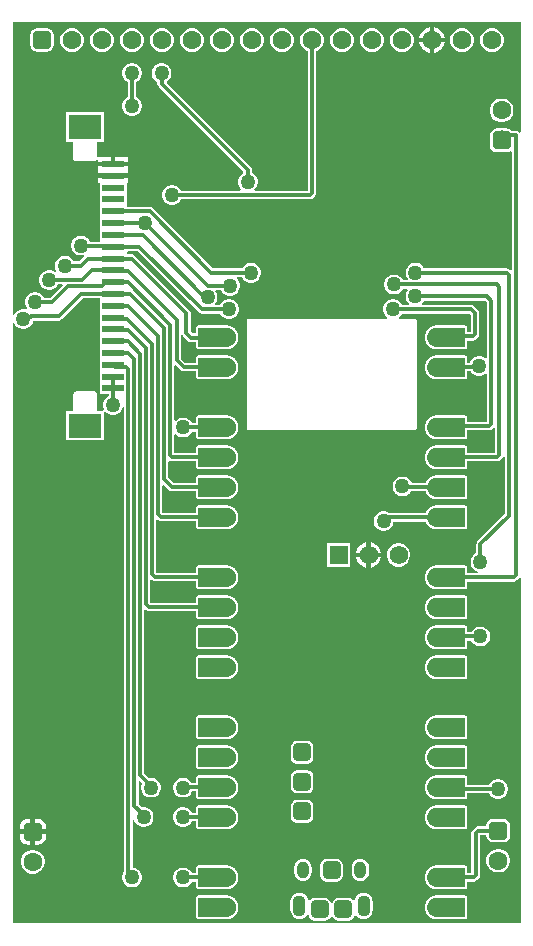
<source format=gbl>
G04*
G04 #@! TF.GenerationSoftware,Altium Limited,Altium Designer,25.2.1 (25)*
G04*
G04 Layer_Physical_Order=2*
G04 Layer_Color=16711680*
%FSLAX45Y45*%
%MOMM*%
G71*
G04*
G04 #@! TF.SameCoordinates,CBFBDC55-191E-4970-A60F-4FA5A60A4AEF*
G04*
G04*
G04 #@! TF.FilePolarity,Positive*
G04*
G01*
G75*
%ADD17C,0.30000*%
G04:AMPARAMS|DCode=18|XSize=1.6mm|YSize=1.6mm|CornerRadius=0.4mm|HoleSize=0mm|Usage=FLASHONLY|Rotation=90.000|XOffset=0mm|YOffset=0mm|HoleType=Round|Shape=RoundedRectangle|*
%AMROUNDEDRECTD18*
21,1,1.60000,0.80000,0,0,90.0*
21,1,0.80000,1.60000,0,0,90.0*
1,1,0.80000,0.40000,0.40000*
1,1,0.80000,0.40000,-0.40000*
1,1,0.80000,-0.40000,-0.40000*
1,1,0.80000,-0.40000,0.40000*
%
%ADD18ROUNDEDRECTD18*%
%ADD19C,1.60000*%
G04:AMPARAMS|DCode=20|XSize=1.6mm|YSize=1.6mm|CornerRadius=0.4mm|HoleSize=0mm|Usage=FLASHONLY|Rotation=0.000|XOffset=0mm|YOffset=0mm|HoleType=Round|Shape=RoundedRectangle|*
%AMROUNDEDRECTD20*
21,1,1.60000,0.80000,0,0,0.0*
21,1,0.80000,1.60000,0,0,0.0*
1,1,0.80000,0.40000,-0.40000*
1,1,0.80000,-0.40000,-0.40000*
1,1,0.80000,-0.40000,0.40000*
1,1,0.80000,0.40000,0.40000*
%
%ADD20ROUNDEDRECTD20*%
%ADD21C,1.27000*%
%ADD22R,1.57480X1.57480*%
%ADD23C,1.57480*%
%ADD24O,1.05000X1.45000*%
%ADD25O,1.10000X1.80000*%
G04:AMPARAMS|DCode=26|XSize=1.5mm|YSize=1.5mm|CornerRadius=0.3mm|HoleSize=0mm|Usage=FLASHONLY|Rotation=0.000|XOffset=0mm|YOffset=0mm|HoleType=Round|Shape=RoundedRectangle|*
%AMROUNDEDRECTD26*
21,1,1.50000,0.90000,0,0,0.0*
21,1,0.90000,1.50000,0,0,0.0*
1,1,0.60000,0.45000,-0.45000*
1,1,0.60000,-0.45000,-0.45000*
1,1,0.60000,-0.45000,0.45000*
1,1,0.60000,0.45000,0.45000*
%
%ADD26ROUNDEDRECTD26*%
%ADD27R,1.00000X1.00000*%
%ADD28R,2.80000X2.10000*%
%ADD29R,1.90000X0.60000*%
G36*
X4300000Y6698420D02*
X4287300Y6694568D01*
X4285234Y6697660D01*
X4273656Y6705396D01*
X4260000Y6708112D01*
X4226696D01*
X4223257Y6713257D01*
X4203411Y6726519D01*
X4180000Y6731175D01*
X4156341D01*
X4153656Y6732969D01*
X4140000Y6735686D01*
X4126344Y6732969D01*
X4123659Y6731175D01*
X4100000D01*
X4076589Y6726519D01*
X4056743Y6713257D01*
X4043481Y6693411D01*
X4038825Y6670000D01*
Y6590000D01*
X4043481Y6566589D01*
X4056743Y6546743D01*
X4076589Y6533481D01*
X4100000Y6528825D01*
X4180000D01*
X4203411Y6533481D01*
X4211614Y6538963D01*
X4224314Y6532174D01*
Y5535173D01*
X4212581Y5530312D01*
X4207660Y5535234D01*
X4196083Y5542969D01*
X4182426Y5545686D01*
X3485814D01*
X3476817Y5561270D01*
X3461270Y5576817D01*
X3442230Y5587809D01*
X3420993Y5593500D01*
X3399007D01*
X3377770Y5587809D01*
X3358730Y5576817D01*
X3343183Y5561270D01*
X3332190Y5542230D01*
X3326500Y5520993D01*
Y5499007D01*
X3332190Y5477770D01*
X3343183Y5458730D01*
X3344494Y5457419D01*
X3339634Y5445686D01*
X3305814D01*
X3296817Y5461270D01*
X3281270Y5476817D01*
X3262230Y5487810D01*
X3240993Y5493500D01*
X3219007D01*
X3197770Y5487810D01*
X3178730Y5476817D01*
X3163183Y5461270D01*
X3152190Y5442230D01*
X3146500Y5420993D01*
Y5399007D01*
X3152190Y5377770D01*
X3163183Y5358730D01*
X3178730Y5343183D01*
X3197770Y5332191D01*
X3219007Y5326500D01*
X3240993D01*
X3262230Y5332191D01*
X3281270Y5343183D01*
X3296817Y5358730D01*
X3305814Y5374314D01*
X3339634D01*
X3344494Y5362581D01*
X3343183Y5361270D01*
X3332190Y5342230D01*
X3326500Y5320993D01*
Y5299007D01*
X3332190Y5277770D01*
X3343183Y5258730D01*
X3353527Y5248386D01*
X3348267Y5235686D01*
X3295814D01*
X3286817Y5251270D01*
X3271270Y5266817D01*
X3252230Y5277810D01*
X3230993Y5283500D01*
X3209007D01*
X3187770Y5277810D01*
X3168730Y5266817D01*
X3153183Y5251270D01*
X3142190Y5232230D01*
X3136500Y5210993D01*
Y5189007D01*
X3142190Y5167770D01*
X3153183Y5148730D01*
X3168730Y5133183D01*
X3168888Y5133092D01*
X3165485Y5120392D01*
X2000000D01*
X1992196Y5118840D01*
X1985580Y5114419D01*
X1981160Y5107804D01*
X1979608Y5100000D01*
Y4200000D01*
X1981160Y4192196D01*
X1985580Y4185581D01*
X1992196Y4181160D01*
X2000000Y4179608D01*
X3400000D01*
X3407804Y4181160D01*
X3414419Y4185581D01*
X3418840Y4192196D01*
X3420392Y4200000D01*
Y5100000D01*
X3418840Y5107804D01*
X3414419Y5114419D01*
X3407804Y5118840D01*
X3400000Y5120392D01*
X3274515D01*
X3271112Y5133092D01*
X3271270Y5133183D01*
X3286817Y5148730D01*
X3295814Y5164314D01*
X3865219D01*
X3878140Y5151393D01*
Y5005686D01*
X3849392D01*
Y5043000D01*
X3847840Y5050804D01*
X3843419Y5057419D01*
X3836804Y5061840D01*
X3829000Y5063392D01*
X3589000D01*
X3588758Y5063344D01*
X3588514Y5063386D01*
X3584314Y5063286D01*
X3583835Y5063179D01*
X3583347Y5063240D01*
X3579147Y5062940D01*
X3578410Y5062738D01*
X3577647Y5062777D01*
X3573547Y5062177D01*
X3573315Y5062095D01*
X3573068Y5062101D01*
X3568968Y5061401D01*
X3568292Y5061142D01*
X3567568Y5061111D01*
X3563468Y5060111D01*
X3562977Y5059883D01*
X3562440Y5059832D01*
X3558440Y5058631D01*
X3558027Y5058413D01*
X3557563Y5058347D01*
X3553563Y5056947D01*
X3553013Y5056622D01*
X3552387Y5056494D01*
X3548587Y5054894D01*
X3548211Y5054639D01*
X3547771Y5054529D01*
X3543971Y5052729D01*
X3543530Y5052401D01*
X3543003Y5052239D01*
X3539303Y5050239D01*
X3538881Y5049889D01*
X3538367Y5049700D01*
X3534766Y5047500D01*
X3534264Y5047037D01*
X3533639Y5046759D01*
X3530240Y5044359D01*
X3530000Y5044106D01*
X3529687Y5043954D01*
X3526387Y5041454D01*
X3526026Y5041048D01*
X3525550Y5040785D01*
X3522350Y5038086D01*
X3522019Y5037671D01*
X3521570Y5037392D01*
X3518469Y5034492D01*
X3518068Y5033932D01*
X3517508Y5033531D01*
X3514608Y5030430D01*
X3514329Y5029981D01*
X3513914Y5029650D01*
X3511214Y5026450D01*
X3510952Y5025974D01*
X3510545Y5025613D01*
X3508046Y5022313D01*
X3507893Y5022000D01*
X3507641Y5021760D01*
X3505241Y5018360D01*
X3504963Y5017736D01*
X3504500Y5017234D01*
X3502300Y5013633D01*
X3502111Y5013119D01*
X3501761Y5012697D01*
X3499761Y5008997D01*
X3499599Y5008471D01*
X3499271Y5008029D01*
X3497471Y5004229D01*
X3497361Y5003789D01*
X3497106Y5003413D01*
X3495506Y4999613D01*
X3495378Y4998987D01*
X3495053Y4998437D01*
X3493653Y4994437D01*
X3493588Y4993974D01*
X3493368Y4993560D01*
X3492168Y4989560D01*
X3492117Y4989023D01*
X3491889Y4988532D01*
X3490889Y4984432D01*
X3490858Y4983708D01*
X3490599Y4983032D01*
X3489899Y4978932D01*
X3489905Y4978685D01*
X3489823Y4978453D01*
X3489223Y4974353D01*
X3489262Y4973589D01*
X3489060Y4972853D01*
X3488760Y4968652D01*
X3488821Y4968165D01*
X3488714Y4967686D01*
X3488614Y4963486D01*
X3488698Y4963000D01*
X3488614Y4962514D01*
X3488714Y4958314D01*
X3488821Y4957835D01*
X3488760Y4957347D01*
X3489060Y4953147D01*
X3489262Y4952410D01*
X3489223Y4951647D01*
X3489823Y4947547D01*
X3489905Y4947315D01*
X3489899Y4947068D01*
X3490599Y4942968D01*
X3490858Y4942292D01*
X3490889Y4941568D01*
X3491889Y4937468D01*
X3492117Y4936977D01*
X3492168Y4936440D01*
X3493368Y4932440D01*
X3493587Y4932027D01*
X3493653Y4931563D01*
X3495053Y4927563D01*
X3495378Y4927013D01*
X3495506Y4926387D01*
X3497106Y4922587D01*
X3497361Y4922211D01*
X3497471Y4921771D01*
X3499271Y4917971D01*
X3499599Y4917530D01*
X3499761Y4917003D01*
X3501761Y4913303D01*
X3502111Y4912881D01*
X3502300Y4912367D01*
X3504500Y4908766D01*
X3504963Y4908264D01*
X3505241Y4907639D01*
X3507641Y4904240D01*
X3507893Y4904000D01*
X3508046Y4903687D01*
X3510545Y4900387D01*
X3510952Y4900026D01*
X3511214Y4899550D01*
X3513914Y4896350D01*
X3514329Y4896019D01*
X3514608Y4895570D01*
X3517508Y4892470D01*
X3518068Y4892068D01*
X3518469Y4891508D01*
X3521570Y4888608D01*
X3522019Y4888329D01*
X3522350Y4887914D01*
X3525550Y4885214D01*
X3526026Y4884952D01*
X3526387Y4884545D01*
X3529687Y4882046D01*
X3530000Y4881893D01*
X3530240Y4881641D01*
X3533640Y4879241D01*
X3534264Y4878963D01*
X3534766Y4878500D01*
X3538367Y4876300D01*
X3538881Y4876111D01*
X3539303Y4875761D01*
X3543003Y4873761D01*
X3543529Y4873599D01*
X3543971Y4873271D01*
X3547771Y4871471D01*
X3548211Y4871361D01*
X3548587Y4871106D01*
X3552387Y4869506D01*
X3553013Y4869378D01*
X3553563Y4869053D01*
X3557563Y4867653D01*
X3558026Y4867588D01*
X3558440Y4867368D01*
X3562440Y4866168D01*
X3562977Y4866117D01*
X3563468Y4865889D01*
X3567568Y4864889D01*
X3568292Y4864858D01*
X3568968Y4864599D01*
X3573068Y4863899D01*
X3573315Y4863905D01*
X3573547Y4863823D01*
X3577647Y4863223D01*
X3578410Y4863262D01*
X3579147Y4863060D01*
X3583347Y4862760D01*
X3583835Y4862821D01*
X3584314Y4862714D01*
X3588514Y4862614D01*
X3588758Y4862656D01*
X3589000Y4862608D01*
X3829000D01*
X3836804Y4864160D01*
X3843419Y4868581D01*
X3847840Y4875196D01*
X3849392Y4883000D01*
Y4934314D01*
X3896252D01*
X3909908Y4937031D01*
X3921486Y4944766D01*
X3939059Y4962340D01*
X3946795Y4973917D01*
X3949512Y4987574D01*
Y5166174D01*
X3946795Y5179831D01*
X3939059Y5191408D01*
X3905234Y5225234D01*
X3893656Y5232969D01*
X3880000Y5235686D01*
X3471733D01*
X3466473Y5248386D01*
X3476817Y5258730D01*
X3485814Y5274314D01*
X4000414D01*
X4017084Y5257645D01*
Y4788964D01*
X4004384Y4783703D01*
X4001270Y4786817D01*
X3982230Y4797810D01*
X3960993Y4803500D01*
X3939007D01*
X3917770Y4797810D01*
X3898730Y4786817D01*
X3883183Y4771270D01*
X3872190Y4752230D01*
X3870169Y4744686D01*
X3849392D01*
Y4789000D01*
X3847840Y4796804D01*
X3843419Y4803419D01*
X3836804Y4807840D01*
X3829000Y4809392D01*
X3589000D01*
X3588758Y4809344D01*
X3588514Y4809386D01*
X3584314Y4809286D01*
X3583835Y4809179D01*
X3583347Y4809240D01*
X3579147Y4808940D01*
X3578410Y4808738D01*
X3577647Y4808777D01*
X3573547Y4808177D01*
X3573315Y4808095D01*
X3573068Y4808101D01*
X3568968Y4807401D01*
X3568292Y4807142D01*
X3567568Y4807111D01*
X3563468Y4806111D01*
X3562977Y4805883D01*
X3562440Y4805832D01*
X3558440Y4804631D01*
X3558027Y4804413D01*
X3557563Y4804347D01*
X3553563Y4802947D01*
X3553013Y4802622D01*
X3552387Y4802494D01*
X3548587Y4800894D01*
X3548211Y4800639D01*
X3547771Y4800529D01*
X3543971Y4798729D01*
X3543530Y4798401D01*
X3543003Y4798239D01*
X3539303Y4796239D01*
X3538881Y4795889D01*
X3538367Y4795700D01*
X3534766Y4793500D01*
X3534264Y4793037D01*
X3533639Y4792759D01*
X3530240Y4790359D01*
X3530000Y4790106D01*
X3529687Y4789954D01*
X3526387Y4787454D01*
X3526026Y4787048D01*
X3525550Y4786785D01*
X3522350Y4784086D01*
X3522019Y4783671D01*
X3521570Y4783392D01*
X3518469Y4780492D01*
X3518068Y4779932D01*
X3517508Y4779531D01*
X3514608Y4776430D01*
X3514329Y4775981D01*
X3513914Y4775650D01*
X3511214Y4772450D01*
X3510952Y4771974D01*
X3510545Y4771613D01*
X3508046Y4768313D01*
X3507893Y4768000D01*
X3507641Y4767760D01*
X3505241Y4764360D01*
X3504963Y4763736D01*
X3504500Y4763234D01*
X3502300Y4759633D01*
X3502111Y4759119D01*
X3501761Y4758697D01*
X3499761Y4754997D01*
X3499599Y4754471D01*
X3499271Y4754029D01*
X3497471Y4750229D01*
X3497361Y4749789D01*
X3497106Y4749413D01*
X3495506Y4745613D01*
X3495378Y4744987D01*
X3495053Y4744437D01*
X3493653Y4740437D01*
X3493588Y4739974D01*
X3493368Y4739560D01*
X3492168Y4735560D01*
X3492117Y4735023D01*
X3491889Y4734532D01*
X3490889Y4730432D01*
X3490858Y4729708D01*
X3490599Y4729032D01*
X3489899Y4724932D01*
X3489905Y4724685D01*
X3489823Y4724453D01*
X3489223Y4720353D01*
X3489262Y4719589D01*
X3489060Y4718853D01*
X3488760Y4714652D01*
X3488821Y4714165D01*
X3488714Y4713686D01*
X3488614Y4709486D01*
X3488698Y4709000D01*
X3488614Y4708514D01*
X3488714Y4704314D01*
X3488821Y4703835D01*
X3488760Y4703347D01*
X3489060Y4699147D01*
X3489262Y4698410D01*
X3489223Y4697647D01*
X3489823Y4693547D01*
X3489905Y4693315D01*
X3489899Y4693068D01*
X3490599Y4688968D01*
X3490858Y4688292D01*
X3490889Y4687568D01*
X3491889Y4683468D01*
X3492117Y4682977D01*
X3492168Y4682440D01*
X3493368Y4678440D01*
X3493587Y4678027D01*
X3493653Y4677563D01*
X3495053Y4673563D01*
X3495378Y4673013D01*
X3495506Y4672387D01*
X3497106Y4668587D01*
X3497361Y4668211D01*
X3497471Y4667771D01*
X3499271Y4663971D01*
X3499599Y4663530D01*
X3499761Y4663003D01*
X3501761Y4659303D01*
X3502111Y4658881D01*
X3502300Y4658367D01*
X3504500Y4654766D01*
X3504963Y4654264D01*
X3505241Y4653639D01*
X3507641Y4650240D01*
X3507893Y4650000D01*
X3508046Y4649687D01*
X3510545Y4646387D01*
X3510952Y4646026D01*
X3511214Y4645550D01*
X3513914Y4642350D01*
X3514329Y4642019D01*
X3514608Y4641570D01*
X3517508Y4638470D01*
X3518068Y4638068D01*
X3518469Y4637508D01*
X3521570Y4634608D01*
X3522019Y4634329D01*
X3522350Y4633914D01*
X3525550Y4631214D01*
X3526026Y4630952D01*
X3526387Y4630545D01*
X3529687Y4628046D01*
X3530000Y4627893D01*
X3530240Y4627641D01*
X3533640Y4625241D01*
X3534264Y4624963D01*
X3534766Y4624500D01*
X3538367Y4622300D01*
X3538881Y4622111D01*
X3539303Y4621761D01*
X3543003Y4619761D01*
X3543529Y4619599D01*
X3543971Y4619271D01*
X3547771Y4617471D01*
X3548211Y4617361D01*
X3548587Y4617106D01*
X3552387Y4615506D01*
X3553013Y4615378D01*
X3553563Y4615053D01*
X3557563Y4613653D01*
X3558026Y4613588D01*
X3558440Y4613368D01*
X3562440Y4612168D01*
X3562977Y4612117D01*
X3563468Y4611889D01*
X3567568Y4610889D01*
X3568292Y4610858D01*
X3568968Y4610599D01*
X3573068Y4609899D01*
X3573315Y4609905D01*
X3573547Y4609823D01*
X3577647Y4609223D01*
X3578410Y4609262D01*
X3579147Y4609060D01*
X3583347Y4608760D01*
X3583835Y4608821D01*
X3584314Y4608714D01*
X3588514Y4608614D01*
X3588758Y4608656D01*
X3589000Y4608608D01*
X3829000D01*
X3836804Y4610160D01*
X3843419Y4614581D01*
X3847840Y4621196D01*
X3849392Y4629000D01*
Y4673314D01*
X3880536D01*
X3883183Y4668730D01*
X3898730Y4653183D01*
X3917770Y4642190D01*
X3939007Y4636500D01*
X3960993D01*
X3982230Y4642190D01*
X4001270Y4653183D01*
X4004384Y4656297D01*
X4017084Y4651036D01*
Y4245686D01*
X3849392D01*
Y4281000D01*
X3847840Y4288804D01*
X3843419Y4295419D01*
X3836804Y4299840D01*
X3829000Y4301392D01*
X3589000D01*
X3588758Y4301344D01*
X3588514Y4301386D01*
X3584314Y4301286D01*
X3583835Y4301179D01*
X3583347Y4301240D01*
X3579147Y4300940D01*
X3578410Y4300738D01*
X3577647Y4300777D01*
X3573547Y4300177D01*
X3573315Y4300095D01*
X3573068Y4300101D01*
X3568968Y4299401D01*
X3568292Y4299142D01*
X3567568Y4299111D01*
X3563468Y4298111D01*
X3562977Y4297883D01*
X3562440Y4297832D01*
X3558440Y4296631D01*
X3558027Y4296413D01*
X3557563Y4296347D01*
X3553563Y4294947D01*
X3553013Y4294622D01*
X3552387Y4294494D01*
X3548587Y4292894D01*
X3548211Y4292639D01*
X3547771Y4292529D01*
X3543971Y4290729D01*
X3543530Y4290401D01*
X3543003Y4290239D01*
X3539303Y4288239D01*
X3538881Y4287889D01*
X3538367Y4287700D01*
X3534766Y4285500D01*
X3534264Y4285037D01*
X3533639Y4284759D01*
X3530240Y4282359D01*
X3530000Y4282106D01*
X3529687Y4281954D01*
X3526387Y4279454D01*
X3526026Y4279048D01*
X3525550Y4278785D01*
X3522350Y4276086D01*
X3522019Y4275671D01*
X3521570Y4275392D01*
X3518469Y4272492D01*
X3518068Y4271932D01*
X3517508Y4271531D01*
X3514608Y4268430D01*
X3514329Y4267981D01*
X3513914Y4267650D01*
X3511214Y4264450D01*
X3510952Y4263974D01*
X3510545Y4263613D01*
X3508046Y4260313D01*
X3507893Y4260000D01*
X3507641Y4259760D01*
X3505241Y4256360D01*
X3504963Y4255736D01*
X3504500Y4255234D01*
X3502300Y4251633D01*
X3502111Y4251119D01*
X3501761Y4250697D01*
X3499761Y4246997D01*
X3499599Y4246471D01*
X3499271Y4246029D01*
X3497471Y4242229D01*
X3497361Y4241789D01*
X3497106Y4241413D01*
X3495506Y4237613D01*
X3495378Y4236987D01*
X3495053Y4236437D01*
X3493653Y4232437D01*
X3493588Y4231974D01*
X3493368Y4231560D01*
X3492168Y4227560D01*
X3492117Y4227023D01*
X3491889Y4226532D01*
X3490889Y4222432D01*
X3490858Y4221708D01*
X3490599Y4221032D01*
X3489899Y4216932D01*
X3489905Y4216685D01*
X3489823Y4216453D01*
X3489223Y4212353D01*
X3489262Y4211589D01*
X3489060Y4210853D01*
X3488760Y4206652D01*
X3488821Y4206165D01*
X3488714Y4205686D01*
X3488614Y4201486D01*
X3488698Y4201000D01*
X3488614Y4200514D01*
X3488714Y4196314D01*
X3488821Y4195835D01*
X3488760Y4195347D01*
X3489060Y4191147D01*
X3489262Y4190410D01*
X3489223Y4189647D01*
X3489823Y4185547D01*
X3489905Y4185315D01*
X3489899Y4185068D01*
X3490599Y4180968D01*
X3490858Y4180292D01*
X3490889Y4179568D01*
X3491889Y4175468D01*
X3492117Y4174977D01*
X3492168Y4174440D01*
X3493368Y4170440D01*
X3493587Y4170027D01*
X3493653Y4169563D01*
X3495053Y4165563D01*
X3495378Y4165013D01*
X3495506Y4164387D01*
X3497106Y4160587D01*
X3497361Y4160211D01*
X3497471Y4159771D01*
X3499271Y4155971D01*
X3499599Y4155530D01*
X3499761Y4155003D01*
X3501761Y4151303D01*
X3502111Y4150881D01*
X3502300Y4150367D01*
X3504500Y4146766D01*
X3504963Y4146264D01*
X3505241Y4145639D01*
X3507641Y4142240D01*
X3507893Y4142000D01*
X3508046Y4141687D01*
X3510545Y4138387D01*
X3510952Y4138026D01*
X3511214Y4137550D01*
X3513914Y4134350D01*
X3514329Y4134019D01*
X3514608Y4133570D01*
X3517508Y4130470D01*
X3518068Y4130068D01*
X3518469Y4129508D01*
X3521570Y4126608D01*
X3522019Y4126329D01*
X3522350Y4125914D01*
X3525550Y4123214D01*
X3526026Y4122952D01*
X3526387Y4122545D01*
X3529687Y4120046D01*
X3530000Y4119893D01*
X3530240Y4119641D01*
X3533640Y4117241D01*
X3534264Y4116963D01*
X3534766Y4116500D01*
X3538367Y4114300D01*
X3538881Y4114111D01*
X3539303Y4113761D01*
X3543003Y4111761D01*
X3543529Y4111599D01*
X3543971Y4111271D01*
X3547771Y4109471D01*
X3548211Y4109361D01*
X3548587Y4109106D01*
X3552387Y4107506D01*
X3553013Y4107378D01*
X3553563Y4107053D01*
X3557563Y4105653D01*
X3558026Y4105588D01*
X3558440Y4105368D01*
X3562440Y4104168D01*
X3562977Y4104117D01*
X3563468Y4103889D01*
X3567568Y4102889D01*
X3568292Y4102858D01*
X3568968Y4102599D01*
X3573068Y4101899D01*
X3573315Y4101905D01*
X3573547Y4101823D01*
X3577647Y4101223D01*
X3578410Y4101262D01*
X3579147Y4101060D01*
X3583347Y4100760D01*
X3583835Y4100821D01*
X3584314Y4100714D01*
X3588514Y4100614D01*
X3588758Y4100656D01*
X3589000Y4100608D01*
X3829000D01*
X3836804Y4102160D01*
X3843419Y4106581D01*
X3847840Y4113196D01*
X3849392Y4121000D01*
Y4174314D01*
X4035196D01*
X4048852Y4177031D01*
X4060429Y4184766D01*
X4071614Y4195951D01*
X4084314Y4190691D01*
Y3985686D01*
X3849392D01*
Y4027000D01*
X3847840Y4034804D01*
X3843419Y4041419D01*
X3836804Y4045840D01*
X3829000Y4047392D01*
X3589000D01*
X3588758Y4047344D01*
X3588514Y4047386D01*
X3584314Y4047286D01*
X3583835Y4047179D01*
X3583347Y4047240D01*
X3579147Y4046940D01*
X3578410Y4046738D01*
X3577647Y4046777D01*
X3573547Y4046177D01*
X3573315Y4046095D01*
X3573068Y4046101D01*
X3568968Y4045401D01*
X3568292Y4045142D01*
X3567568Y4045111D01*
X3563468Y4044111D01*
X3562977Y4043883D01*
X3562440Y4043832D01*
X3558440Y4042631D01*
X3558027Y4042413D01*
X3557563Y4042347D01*
X3553563Y4040947D01*
X3553013Y4040622D01*
X3552387Y4040494D01*
X3548587Y4038894D01*
X3548211Y4038639D01*
X3547771Y4038529D01*
X3543971Y4036729D01*
X3543530Y4036401D01*
X3543003Y4036239D01*
X3539303Y4034239D01*
X3538881Y4033889D01*
X3538367Y4033700D01*
X3534766Y4031500D01*
X3534264Y4031037D01*
X3533639Y4030759D01*
X3530240Y4028359D01*
X3530000Y4028106D01*
X3529687Y4027954D01*
X3526387Y4025454D01*
X3526026Y4025048D01*
X3525550Y4024785D01*
X3522350Y4022086D01*
X3522019Y4021671D01*
X3521570Y4021392D01*
X3518469Y4018492D01*
X3518068Y4017932D01*
X3517508Y4017531D01*
X3514608Y4014430D01*
X3514329Y4013981D01*
X3513914Y4013650D01*
X3511214Y4010450D01*
X3510952Y4009974D01*
X3510545Y4009613D01*
X3508046Y4006313D01*
X3507893Y4006000D01*
X3507641Y4005760D01*
X3505241Y4002360D01*
X3504963Y4001736D01*
X3504500Y4001234D01*
X3502300Y3997633D01*
X3502111Y3997119D01*
X3501761Y3996697D01*
X3499761Y3992997D01*
X3499599Y3992471D01*
X3499271Y3992029D01*
X3497471Y3988229D01*
X3497361Y3987789D01*
X3497106Y3987413D01*
X3495506Y3983613D01*
X3495378Y3982987D01*
X3495053Y3982437D01*
X3493653Y3978437D01*
X3493588Y3977974D01*
X3493368Y3977560D01*
X3492168Y3973560D01*
X3492117Y3973023D01*
X3491889Y3972532D01*
X3490889Y3968432D01*
X3490858Y3967708D01*
X3490599Y3967032D01*
X3489899Y3962932D01*
X3489905Y3962685D01*
X3489823Y3962453D01*
X3489223Y3958353D01*
X3489262Y3957589D01*
X3489060Y3956853D01*
X3488760Y3952652D01*
X3488821Y3952165D01*
X3488714Y3951686D01*
X3488614Y3947486D01*
X3488698Y3947000D01*
X3488614Y3946514D01*
X3488714Y3942314D01*
X3488821Y3941835D01*
X3488760Y3941347D01*
X3489060Y3937147D01*
X3489262Y3936410D01*
X3489223Y3935647D01*
X3489823Y3931547D01*
X3489905Y3931315D01*
X3489899Y3931068D01*
X3490599Y3926968D01*
X3490858Y3926292D01*
X3490889Y3925568D01*
X3491889Y3921468D01*
X3492117Y3920977D01*
X3492168Y3920440D01*
X3493368Y3916440D01*
X3493587Y3916027D01*
X3493653Y3915563D01*
X3495053Y3911563D01*
X3495378Y3911013D01*
X3495506Y3910387D01*
X3497106Y3906587D01*
X3497361Y3906211D01*
X3497471Y3905771D01*
X3499271Y3901971D01*
X3499599Y3901530D01*
X3499761Y3901003D01*
X3501761Y3897303D01*
X3502111Y3896881D01*
X3502300Y3896367D01*
X3504500Y3892766D01*
X3504963Y3892264D01*
X3505241Y3891639D01*
X3507641Y3888240D01*
X3507893Y3888000D01*
X3508046Y3887687D01*
X3510545Y3884387D01*
X3510952Y3884026D01*
X3511214Y3883550D01*
X3513914Y3880350D01*
X3514329Y3880019D01*
X3514608Y3879570D01*
X3517508Y3876470D01*
X3518068Y3876068D01*
X3518469Y3875508D01*
X3521570Y3872608D01*
X3522019Y3872329D01*
X3522350Y3871914D01*
X3525550Y3869214D01*
X3526026Y3868952D01*
X3526387Y3868545D01*
X3529687Y3866046D01*
X3530000Y3865893D01*
X3530240Y3865641D01*
X3533640Y3863241D01*
X3534264Y3862963D01*
X3534766Y3862500D01*
X3538367Y3860300D01*
X3538881Y3860111D01*
X3539303Y3859761D01*
X3543003Y3857761D01*
X3543529Y3857599D01*
X3543971Y3857271D01*
X3547771Y3855471D01*
X3548211Y3855361D01*
X3548587Y3855106D01*
X3552387Y3853506D01*
X3553013Y3853378D01*
X3553563Y3853053D01*
X3557563Y3851653D01*
X3558026Y3851588D01*
X3558440Y3851368D01*
X3562440Y3850168D01*
X3562977Y3850117D01*
X3563468Y3849889D01*
X3567568Y3848889D01*
X3568292Y3848858D01*
X3568968Y3848599D01*
X3573068Y3847899D01*
X3573315Y3847905D01*
X3573547Y3847823D01*
X3577647Y3847223D01*
X3578410Y3847262D01*
X3579147Y3847060D01*
X3583347Y3846760D01*
X3583835Y3846821D01*
X3584314Y3846714D01*
X3588514Y3846614D01*
X3588758Y3846656D01*
X3589000Y3846608D01*
X3829000D01*
X3836804Y3848160D01*
X3843419Y3852581D01*
X3847840Y3859196D01*
X3849392Y3867000D01*
Y3914314D01*
X4102426D01*
X4116082Y3917031D01*
X4127660Y3924766D01*
X4145234Y3942340D01*
X4151614Y3951889D01*
X4160623Y3951124D01*
X4164314Y3949777D01*
Y3464781D01*
X3934766Y3235234D01*
X3927031Y3223656D01*
X3924314Y3210000D01*
Y3135814D01*
X3908730Y3126817D01*
X3893183Y3111270D01*
X3882190Y3092230D01*
X3876500Y3070993D01*
Y3049007D01*
X3882190Y3027770D01*
X3893183Y3008730D01*
X3908730Y2993183D01*
X3927770Y2982190D01*
X3941969Y2978386D01*
X3940297Y2965686D01*
X3849392D01*
Y3011000D01*
X3847840Y3018804D01*
X3843419Y3025419D01*
X3836804Y3029840D01*
X3829000Y3031392D01*
X3589000D01*
X3588758Y3031344D01*
X3588514Y3031386D01*
X3584314Y3031286D01*
X3583835Y3031179D01*
X3583347Y3031240D01*
X3579147Y3030940D01*
X3578410Y3030738D01*
X3577647Y3030777D01*
X3573547Y3030177D01*
X3573315Y3030095D01*
X3573068Y3030101D01*
X3568968Y3029401D01*
X3568292Y3029142D01*
X3567568Y3029111D01*
X3563468Y3028111D01*
X3562977Y3027883D01*
X3562440Y3027832D01*
X3558440Y3026631D01*
X3558027Y3026413D01*
X3557563Y3026347D01*
X3553563Y3024947D01*
X3553013Y3024622D01*
X3552387Y3024494D01*
X3548587Y3022894D01*
X3548211Y3022639D01*
X3547771Y3022529D01*
X3543971Y3020729D01*
X3543530Y3020401D01*
X3543003Y3020239D01*
X3539303Y3018239D01*
X3538881Y3017889D01*
X3538367Y3017700D01*
X3534766Y3015500D01*
X3534264Y3015037D01*
X3533639Y3014759D01*
X3530240Y3012359D01*
X3530000Y3012106D01*
X3529687Y3011954D01*
X3526387Y3009454D01*
X3526026Y3009048D01*
X3525550Y3008785D01*
X3522350Y3006086D01*
X3522019Y3005671D01*
X3521570Y3005392D01*
X3518469Y3002492D01*
X3518068Y3001932D01*
X3517508Y3001531D01*
X3514608Y2998430D01*
X3514329Y2997981D01*
X3513914Y2997650D01*
X3511214Y2994450D01*
X3510952Y2993974D01*
X3510545Y2993613D01*
X3508046Y2990313D01*
X3507893Y2990000D01*
X3507641Y2989760D01*
X3505241Y2986360D01*
X3504963Y2985736D01*
X3504500Y2985234D01*
X3502300Y2981633D01*
X3502111Y2981119D01*
X3501761Y2980697D01*
X3499761Y2976997D01*
X3499599Y2976471D01*
X3499271Y2976029D01*
X3497471Y2972229D01*
X3497361Y2971789D01*
X3497106Y2971413D01*
X3495506Y2967613D01*
X3495378Y2966987D01*
X3495053Y2966437D01*
X3493653Y2962437D01*
X3493588Y2961974D01*
X3493368Y2961560D01*
X3492168Y2957560D01*
X3492117Y2957023D01*
X3491889Y2956532D01*
X3490889Y2952432D01*
X3490858Y2951708D01*
X3490599Y2951032D01*
X3489899Y2946932D01*
X3489905Y2946685D01*
X3489823Y2946453D01*
X3489223Y2942353D01*
X3489262Y2941589D01*
X3489060Y2940853D01*
X3488760Y2936652D01*
X3488821Y2936165D01*
X3488714Y2935686D01*
X3488614Y2931486D01*
X3488698Y2931000D01*
X3488614Y2930514D01*
X3488714Y2926314D01*
X3488821Y2925835D01*
X3488760Y2925347D01*
X3489060Y2921147D01*
X3489262Y2920410D01*
X3489223Y2919647D01*
X3489823Y2915547D01*
X3489905Y2915315D01*
X3489899Y2915068D01*
X3490599Y2910968D01*
X3490858Y2910292D01*
X3490889Y2909568D01*
X3491889Y2905468D01*
X3492117Y2904977D01*
X3492168Y2904440D01*
X3493368Y2900440D01*
X3493587Y2900027D01*
X3493653Y2899563D01*
X3495053Y2895563D01*
X3495378Y2895013D01*
X3495506Y2894387D01*
X3497106Y2890587D01*
X3497361Y2890211D01*
X3497471Y2889771D01*
X3499271Y2885971D01*
X3499599Y2885530D01*
X3499761Y2885003D01*
X3501761Y2881303D01*
X3502111Y2880881D01*
X3502300Y2880367D01*
X3504500Y2876766D01*
X3504963Y2876264D01*
X3505241Y2875639D01*
X3507641Y2872240D01*
X3507893Y2872000D01*
X3508046Y2871687D01*
X3510545Y2868387D01*
X3510952Y2868026D01*
X3511214Y2867550D01*
X3513914Y2864350D01*
X3514329Y2864019D01*
X3514608Y2863570D01*
X3517508Y2860470D01*
X3518068Y2860068D01*
X3518469Y2859508D01*
X3521570Y2856608D01*
X3522019Y2856329D01*
X3522350Y2855914D01*
X3525550Y2853214D01*
X3526026Y2852952D01*
X3526387Y2852545D01*
X3529687Y2850046D01*
X3530000Y2849893D01*
X3530240Y2849641D01*
X3533640Y2847241D01*
X3534264Y2846963D01*
X3534766Y2846500D01*
X3538367Y2844300D01*
X3538881Y2844111D01*
X3539303Y2843761D01*
X3543003Y2841761D01*
X3543529Y2841599D01*
X3543971Y2841271D01*
X3547771Y2839471D01*
X3548211Y2839361D01*
X3548587Y2839106D01*
X3552387Y2837506D01*
X3553013Y2837378D01*
X3553563Y2837053D01*
X3557563Y2835653D01*
X3558026Y2835588D01*
X3558440Y2835368D01*
X3562440Y2834168D01*
X3562977Y2834117D01*
X3563468Y2833889D01*
X3567568Y2832889D01*
X3568292Y2832858D01*
X3568968Y2832599D01*
X3573068Y2831899D01*
X3573315Y2831905D01*
X3573547Y2831823D01*
X3577647Y2831223D01*
X3578410Y2831262D01*
X3579147Y2831060D01*
X3583347Y2830760D01*
X3583835Y2830821D01*
X3584314Y2830714D01*
X3588514Y2830614D01*
X3588758Y2830656D01*
X3589000Y2830608D01*
X3829000D01*
X3836804Y2832160D01*
X3843419Y2836581D01*
X3847840Y2843196D01*
X3849392Y2851000D01*
Y2894314D01*
X4242426D01*
X4256083Y2897031D01*
X4267660Y2904766D01*
X4285234Y2922340D01*
X4287300Y2925433D01*
X4300000Y2921580D01*
Y1D01*
X4299999Y0D01*
X0D01*
Y5081036D01*
X11525Y5087219D01*
X12700Y5086887D01*
X23183Y5068730D01*
X38730Y5053183D01*
X57770Y5042190D01*
X79007Y5036500D01*
X100993D01*
X122230Y5042190D01*
X141270Y5053183D01*
X156817Y5068730D01*
X167810Y5087770D01*
X172242Y5104314D01*
X390000D01*
X403656Y5107031D01*
X415233Y5114766D01*
X594781Y5294314D01*
X735000D01*
Y5192700D01*
X735000Y5180001D01*
X735000D01*
Y5180000D01*
X735000D01*
Y5092700D01*
X735000Y5080001D01*
X735000D01*
Y5079999D01*
X735000D01*
Y4992700D01*
X735000Y4980001D01*
X735000D01*
Y4979999D01*
X735000D01*
Y4892700D01*
X735000Y4880001D01*
X735000D01*
Y4879999D01*
X735000D01*
Y4780000D01*
Y4692700D01*
X735000Y4680001D01*
X735000D01*
Y4680000D01*
X735000D01*
Y4592700D01*
X735000Y4580001D01*
X735000D01*
Y4579999D01*
X735000D01*
Y4480000D01*
X814314D01*
Y4465815D01*
X798730Y4456817D01*
X783183Y4441270D01*
X772190Y4422230D01*
X766500Y4400993D01*
Y4379007D01*
X772190Y4357770D01*
X775155Y4352636D01*
X767785Y4340000D01*
X715392D01*
Y4484992D01*
X713840Y4492796D01*
X709420Y4499411D01*
X702804Y4503832D01*
X695000Y4505384D01*
X535000D01*
X527197Y4503832D01*
X520581Y4499411D01*
X516161Y4492796D01*
X514609Y4484992D01*
Y4340000D01*
X455000D01*
Y4090000D01*
X775000D01*
Y4328953D01*
X787700Y4334213D01*
X798730Y4323183D01*
X817770Y4312191D01*
X839007Y4306500D01*
X860993D01*
X882230Y4312191D01*
X901270Y4323183D01*
X916817Y4338730D01*
X927810Y4357770D01*
X931614Y4371969D01*
X944314Y4370298D01*
Y446248D01*
X944953Y443039D01*
X943183Y441270D01*
X932190Y422230D01*
X926500Y400993D01*
Y379007D01*
X932190Y357770D01*
X943183Y338730D01*
X958730Y323183D01*
X977770Y312190D01*
X999007Y306500D01*
X1020993D01*
X1042230Y312190D01*
X1061270Y323183D01*
X1076817Y338730D01*
X1087810Y357770D01*
X1093500Y379007D01*
Y400993D01*
X1087810Y422230D01*
X1076817Y441270D01*
X1061270Y456817D01*
X1042230Y467810D01*
X1020993Y473500D01*
X1015686D01*
Y874699D01*
X1028386Y876371D01*
X1030690Y867770D01*
X1041683Y848730D01*
X1057230Y833183D01*
X1076270Y822190D01*
X1097507Y816500D01*
X1119493D01*
X1140730Y822190D01*
X1159770Y833183D01*
X1175317Y848730D01*
X1186310Y867770D01*
X1192000Y889007D01*
Y910993D01*
X1186310Y932230D01*
X1175317Y951270D01*
X1159770Y966817D01*
X1140730Y977810D01*
X1119493Y983500D01*
X1097507D01*
X1093985Y982556D01*
X1065686Y1010855D01*
Y1203501D01*
X1077419Y1208361D01*
X1096349Y1189432D01*
X1092190Y1182230D01*
X1086500Y1160993D01*
Y1139007D01*
X1092190Y1117770D01*
X1103183Y1098730D01*
X1118730Y1083183D01*
X1137770Y1072190D01*
X1159007Y1066500D01*
X1180993D01*
X1202230Y1072190D01*
X1221270Y1083183D01*
X1236817Y1098730D01*
X1247810Y1117770D01*
X1253500Y1139007D01*
Y1160993D01*
X1247810Y1182230D01*
X1236817Y1201270D01*
X1221270Y1216817D01*
X1202230Y1227810D01*
X1180993Y1233500D01*
X1159007D01*
X1154439Y1232276D01*
X1115686Y1271029D01*
Y2651827D01*
X1127419Y2656687D01*
X1132340Y2651766D01*
X1143917Y2644031D01*
X1157574Y2641314D01*
X1550608D01*
Y2597000D01*
X1552160Y2589196D01*
X1556581Y2582581D01*
X1563196Y2578160D01*
X1571000Y2576608D01*
X1811000D01*
X1811242Y2576656D01*
X1811486Y2576614D01*
X1815685Y2576714D01*
X1816165Y2576821D01*
X1816652Y2576760D01*
X1820853Y2577060D01*
X1821589Y2577262D01*
X1822352Y2577223D01*
X1826453Y2577823D01*
X1826685Y2577905D01*
X1826932Y2577899D01*
X1831032Y2578599D01*
X1831708Y2578858D01*
X1832432Y2578889D01*
X1836532Y2579889D01*
X1837022Y2580117D01*
X1837560Y2580168D01*
X1841560Y2581368D01*
X1841973Y2581587D01*
X1842436Y2581653D01*
X1846436Y2583053D01*
X1846987Y2583378D01*
X1847613Y2583506D01*
X1851413Y2585106D01*
X1851789Y2585361D01*
X1852229Y2585471D01*
X1856029Y2587271D01*
X1856470Y2587599D01*
X1856997Y2587761D01*
X1860697Y2589761D01*
X1861119Y2590111D01*
X1861633Y2590300D01*
X1865234Y2592500D01*
X1865736Y2592963D01*
X1866361Y2593241D01*
X1869760Y2595641D01*
X1870000Y2595893D01*
X1870313Y2596046D01*
X1873613Y2598545D01*
X1873974Y2598952D01*
X1874450Y2599215D01*
X1877650Y2601914D01*
X1877980Y2602329D01*
X1878430Y2602608D01*
X1881530Y2605508D01*
X1881932Y2606068D01*
X1882492Y2606469D01*
X1885392Y2609570D01*
X1885671Y2610019D01*
X1886086Y2610350D01*
X1888786Y2613550D01*
X1889048Y2614026D01*
X1889454Y2614387D01*
X1891954Y2617687D01*
X1892106Y2618000D01*
X1892359Y2618240D01*
X1894759Y2621640D01*
X1895037Y2622264D01*
X1895500Y2622766D01*
X1897700Y2626367D01*
X1897889Y2626881D01*
X1898239Y2627303D01*
X1900239Y2631003D01*
X1900401Y2631529D01*
X1900729Y2631971D01*
X1902529Y2635771D01*
X1902639Y2636211D01*
X1902894Y2636587D01*
X1904494Y2640387D01*
X1904622Y2641013D01*
X1904947Y2641563D01*
X1906347Y2645563D01*
X1906412Y2646026D01*
X1906631Y2646440D01*
X1907832Y2650440D01*
X1907883Y2650977D01*
X1908111Y2651468D01*
X1909111Y2655568D01*
X1909142Y2656292D01*
X1909401Y2656968D01*
X1910101Y2661068D01*
X1910094Y2661315D01*
X1910177Y2661547D01*
X1910777Y2665647D01*
X1910738Y2666410D01*
X1910940Y2667147D01*
X1911240Y2671347D01*
X1911179Y2671835D01*
X1911286Y2672314D01*
X1911386Y2676514D01*
X1911301Y2677000D01*
X1911386Y2677486D01*
X1911286Y2681686D01*
X1911179Y2682165D01*
X1911240Y2682652D01*
X1910940Y2686853D01*
X1910738Y2687589D01*
X1910777Y2688353D01*
X1910177Y2692453D01*
X1910094Y2692685D01*
X1910101Y2692932D01*
X1909401Y2697032D01*
X1909142Y2697708D01*
X1909111Y2698432D01*
X1908111Y2702532D01*
X1907883Y2703023D01*
X1907832Y2703560D01*
X1906631Y2707560D01*
X1906412Y2707973D01*
X1906347Y2708437D01*
X1904947Y2712437D01*
X1904622Y2712987D01*
X1904494Y2713613D01*
X1902894Y2717413D01*
X1902639Y2717789D01*
X1902529Y2718229D01*
X1900729Y2722029D01*
X1900401Y2722470D01*
X1900239Y2722997D01*
X1898239Y2726697D01*
X1897889Y2727119D01*
X1897700Y2727633D01*
X1895500Y2731234D01*
X1895037Y2731736D01*
X1894759Y2732361D01*
X1892359Y2735760D01*
X1892106Y2736000D01*
X1891954Y2736313D01*
X1889454Y2739613D01*
X1889048Y2739974D01*
X1888785Y2740450D01*
X1886086Y2743650D01*
X1885671Y2743981D01*
X1885392Y2744430D01*
X1882492Y2747530D01*
X1881932Y2747932D01*
X1881531Y2748492D01*
X1878430Y2751392D01*
X1877980Y2751671D01*
X1877650Y2752086D01*
X1874450Y2754786D01*
X1873974Y2755048D01*
X1873613Y2755454D01*
X1870313Y2757954D01*
X1870000Y2758106D01*
X1869760Y2758359D01*
X1866360Y2760759D01*
X1865736Y2761037D01*
X1865234Y2761500D01*
X1861633Y2763700D01*
X1861119Y2763889D01*
X1860697Y2764239D01*
X1856997Y2766239D01*
X1856471Y2766401D01*
X1856029Y2766729D01*
X1852229Y2768529D01*
X1851789Y2768639D01*
X1851413Y2768894D01*
X1847613Y2770494D01*
X1846987Y2770622D01*
X1846437Y2770947D01*
X1842436Y2772347D01*
X1841973Y2772412D01*
X1841560Y2772631D01*
X1837560Y2773832D01*
X1837022Y2773883D01*
X1836532Y2774111D01*
X1832432Y2775111D01*
X1831708Y2775142D01*
X1831032Y2775401D01*
X1826932Y2776101D01*
X1826685Y2776095D01*
X1826453Y2776177D01*
X1822352Y2776777D01*
X1821589Y2776738D01*
X1820853Y2776940D01*
X1816652Y2777240D01*
X1816165Y2777179D01*
X1815686Y2777286D01*
X1811486Y2777386D01*
X1811242Y2777344D01*
X1811000Y2777392D01*
X1571000D01*
X1563196Y2775840D01*
X1556581Y2771419D01*
X1552160Y2764804D01*
X1550608Y2757000D01*
Y2712686D01*
X1172355D01*
X1165686Y2719355D01*
Y2905827D01*
X1177419Y2910687D01*
X1182340Y2905766D01*
X1193917Y2898031D01*
X1207574Y2895314D01*
X1550608D01*
Y2851000D01*
X1552160Y2843196D01*
X1556581Y2836581D01*
X1563196Y2832160D01*
X1571000Y2830608D01*
X1811000D01*
X1811242Y2830656D01*
X1811486Y2830614D01*
X1815685Y2830714D01*
X1816165Y2830821D01*
X1816652Y2830760D01*
X1820853Y2831060D01*
X1821589Y2831262D01*
X1822352Y2831223D01*
X1826453Y2831823D01*
X1826685Y2831905D01*
X1826932Y2831899D01*
X1831032Y2832599D01*
X1831708Y2832858D01*
X1832432Y2832889D01*
X1836532Y2833889D01*
X1837022Y2834117D01*
X1837560Y2834168D01*
X1841560Y2835368D01*
X1841973Y2835587D01*
X1842436Y2835653D01*
X1846436Y2837053D01*
X1846987Y2837378D01*
X1847613Y2837506D01*
X1851413Y2839106D01*
X1851789Y2839361D01*
X1852229Y2839471D01*
X1856029Y2841271D01*
X1856470Y2841599D01*
X1856997Y2841761D01*
X1860697Y2843761D01*
X1861119Y2844111D01*
X1861633Y2844300D01*
X1865234Y2846500D01*
X1865736Y2846963D01*
X1866361Y2847241D01*
X1869760Y2849641D01*
X1870000Y2849893D01*
X1870313Y2850046D01*
X1873613Y2852545D01*
X1873974Y2852952D01*
X1874450Y2853215D01*
X1877650Y2855914D01*
X1877980Y2856329D01*
X1878430Y2856608D01*
X1881530Y2859508D01*
X1881932Y2860068D01*
X1882492Y2860469D01*
X1885392Y2863570D01*
X1885671Y2864019D01*
X1886086Y2864350D01*
X1888786Y2867550D01*
X1889048Y2868026D01*
X1889454Y2868387D01*
X1891954Y2871687D01*
X1892106Y2872000D01*
X1892359Y2872240D01*
X1894759Y2875640D01*
X1895037Y2876264D01*
X1895500Y2876766D01*
X1897700Y2880367D01*
X1897889Y2880881D01*
X1898239Y2881303D01*
X1900239Y2885003D01*
X1900401Y2885529D01*
X1900729Y2885971D01*
X1902529Y2889771D01*
X1902639Y2890211D01*
X1902894Y2890587D01*
X1904494Y2894387D01*
X1904622Y2895013D01*
X1904947Y2895563D01*
X1906347Y2899563D01*
X1906412Y2900026D01*
X1906631Y2900440D01*
X1907832Y2904440D01*
X1907883Y2904977D01*
X1908111Y2905468D01*
X1909111Y2909568D01*
X1909142Y2910292D01*
X1909401Y2910968D01*
X1910101Y2915068D01*
X1910094Y2915315D01*
X1910177Y2915547D01*
X1910777Y2919647D01*
X1910738Y2920410D01*
X1910940Y2921147D01*
X1911240Y2925347D01*
X1911179Y2925835D01*
X1911286Y2926314D01*
X1911386Y2930514D01*
X1911301Y2931000D01*
X1911386Y2931486D01*
X1911286Y2935686D01*
X1911179Y2936165D01*
X1911240Y2936652D01*
X1910940Y2940853D01*
X1910738Y2941589D01*
X1910777Y2942353D01*
X1910177Y2946453D01*
X1910094Y2946685D01*
X1910101Y2946932D01*
X1909401Y2951032D01*
X1909142Y2951708D01*
X1909111Y2952432D01*
X1908111Y2956532D01*
X1907883Y2957023D01*
X1907832Y2957560D01*
X1906631Y2961560D01*
X1906412Y2961973D01*
X1906347Y2962437D01*
X1904947Y2966437D01*
X1904622Y2966987D01*
X1904494Y2967613D01*
X1902894Y2971413D01*
X1902639Y2971789D01*
X1902529Y2972229D01*
X1900729Y2976029D01*
X1900401Y2976470D01*
X1900239Y2976997D01*
X1898239Y2980697D01*
X1897889Y2981119D01*
X1897700Y2981633D01*
X1895500Y2985234D01*
X1895037Y2985736D01*
X1894759Y2986361D01*
X1892359Y2989760D01*
X1892106Y2990000D01*
X1891954Y2990313D01*
X1889454Y2993613D01*
X1889048Y2993974D01*
X1888785Y2994450D01*
X1886086Y2997650D01*
X1885671Y2997981D01*
X1885392Y2998430D01*
X1882492Y3001530D01*
X1881932Y3001932D01*
X1881531Y3002492D01*
X1878430Y3005392D01*
X1877980Y3005671D01*
X1877650Y3006086D01*
X1874450Y3008786D01*
X1873974Y3009048D01*
X1873613Y3009454D01*
X1870313Y3011954D01*
X1870000Y3012106D01*
X1869760Y3012359D01*
X1866360Y3014759D01*
X1865736Y3015037D01*
X1865234Y3015500D01*
X1861633Y3017700D01*
X1861119Y3017889D01*
X1860697Y3018239D01*
X1856997Y3020239D01*
X1856471Y3020401D01*
X1856029Y3020729D01*
X1852229Y3022529D01*
X1851789Y3022639D01*
X1851413Y3022894D01*
X1847613Y3024494D01*
X1846987Y3024622D01*
X1846437Y3024947D01*
X1842436Y3026347D01*
X1841973Y3026412D01*
X1841560Y3026631D01*
X1837560Y3027832D01*
X1837022Y3027883D01*
X1836532Y3028111D01*
X1832432Y3029111D01*
X1831708Y3029142D01*
X1831032Y3029401D01*
X1826932Y3030101D01*
X1826685Y3030095D01*
X1826453Y3030177D01*
X1822352Y3030777D01*
X1821589Y3030738D01*
X1820853Y3030940D01*
X1816652Y3031240D01*
X1816165Y3031179D01*
X1815686Y3031286D01*
X1811486Y3031386D01*
X1811242Y3031344D01*
X1811000Y3031392D01*
X1571000D01*
X1563196Y3029840D01*
X1556581Y3025419D01*
X1552160Y3018804D01*
X1550608Y3011000D01*
Y2966686D01*
X1222355D01*
X1215686Y2973355D01*
Y3413827D01*
X1227419Y3418687D01*
X1232340Y3413766D01*
X1243918Y3406031D01*
X1257574Y3403314D01*
X1550608D01*
Y3359000D01*
X1552160Y3351196D01*
X1556581Y3344581D01*
X1563196Y3340160D01*
X1571000Y3338608D01*
X1811000D01*
X1811242Y3338656D01*
X1811486Y3338614D01*
X1815685Y3338714D01*
X1816165Y3338821D01*
X1816652Y3338760D01*
X1820853Y3339060D01*
X1821589Y3339262D01*
X1822352Y3339223D01*
X1826453Y3339823D01*
X1826685Y3339905D01*
X1826932Y3339899D01*
X1831032Y3340599D01*
X1831708Y3340858D01*
X1832432Y3340889D01*
X1836532Y3341889D01*
X1837022Y3342117D01*
X1837560Y3342168D01*
X1841560Y3343368D01*
X1841973Y3343587D01*
X1842436Y3343653D01*
X1846436Y3345053D01*
X1846987Y3345378D01*
X1847613Y3345506D01*
X1851413Y3347106D01*
X1851789Y3347361D01*
X1852229Y3347471D01*
X1856029Y3349271D01*
X1856470Y3349599D01*
X1856997Y3349761D01*
X1860697Y3351761D01*
X1861119Y3352111D01*
X1861633Y3352300D01*
X1865234Y3354500D01*
X1865736Y3354963D01*
X1866361Y3355241D01*
X1869760Y3357641D01*
X1870000Y3357893D01*
X1870313Y3358046D01*
X1873613Y3360545D01*
X1873974Y3360952D01*
X1874450Y3361215D01*
X1877650Y3363914D01*
X1877980Y3364329D01*
X1878430Y3364608D01*
X1881530Y3367508D01*
X1881932Y3368068D01*
X1882492Y3368469D01*
X1885392Y3371570D01*
X1885671Y3372019D01*
X1886086Y3372350D01*
X1888786Y3375550D01*
X1889048Y3376026D01*
X1889454Y3376387D01*
X1891954Y3379687D01*
X1892106Y3380000D01*
X1892359Y3380240D01*
X1894759Y3383640D01*
X1895037Y3384264D01*
X1895500Y3384766D01*
X1897700Y3388367D01*
X1897889Y3388881D01*
X1898239Y3389303D01*
X1900239Y3393003D01*
X1900401Y3393529D01*
X1900729Y3393971D01*
X1902529Y3397771D01*
X1902639Y3398211D01*
X1902894Y3398587D01*
X1904494Y3402387D01*
X1904622Y3403013D01*
X1904947Y3403563D01*
X1906347Y3407563D01*
X1906412Y3408026D01*
X1906631Y3408440D01*
X1907832Y3412440D01*
X1907883Y3412977D01*
X1908111Y3413468D01*
X1909111Y3417568D01*
X1909142Y3418292D01*
X1909401Y3418968D01*
X1910101Y3423068D01*
X1910094Y3423315D01*
X1910177Y3423547D01*
X1910777Y3427647D01*
X1910738Y3428410D01*
X1910940Y3429147D01*
X1911240Y3433347D01*
X1911179Y3433835D01*
X1911286Y3434314D01*
X1911386Y3438514D01*
X1911301Y3439000D01*
X1911386Y3439486D01*
X1911286Y3443686D01*
X1911179Y3444165D01*
X1911240Y3444652D01*
X1910940Y3448853D01*
X1910738Y3449589D01*
X1910777Y3450353D01*
X1910177Y3454453D01*
X1910094Y3454685D01*
X1910101Y3454932D01*
X1909401Y3459032D01*
X1909142Y3459708D01*
X1909111Y3460432D01*
X1908111Y3464532D01*
X1907883Y3465023D01*
X1907832Y3465560D01*
X1906631Y3469560D01*
X1906412Y3469973D01*
X1906347Y3470437D01*
X1904947Y3474437D01*
X1904622Y3474987D01*
X1904494Y3475613D01*
X1902894Y3479413D01*
X1902639Y3479789D01*
X1902529Y3480229D01*
X1900729Y3484029D01*
X1900401Y3484470D01*
X1900239Y3484997D01*
X1898239Y3488697D01*
X1897889Y3489119D01*
X1897700Y3489633D01*
X1895500Y3493234D01*
X1895037Y3493736D01*
X1894759Y3494361D01*
X1892359Y3497760D01*
X1892106Y3498000D01*
X1891954Y3498313D01*
X1889454Y3501613D01*
X1889048Y3501974D01*
X1888785Y3502450D01*
X1886086Y3505650D01*
X1885671Y3505981D01*
X1885392Y3506430D01*
X1882492Y3509530D01*
X1881932Y3509932D01*
X1881531Y3510492D01*
X1878430Y3513392D01*
X1877980Y3513671D01*
X1877650Y3514086D01*
X1874450Y3516786D01*
X1873974Y3517048D01*
X1873613Y3517454D01*
X1870313Y3519954D01*
X1870000Y3520106D01*
X1869760Y3520359D01*
X1866360Y3522759D01*
X1865736Y3523037D01*
X1865234Y3523500D01*
X1861633Y3525700D01*
X1861119Y3525889D01*
X1860697Y3526239D01*
X1856997Y3528239D01*
X1856471Y3528401D01*
X1856029Y3528729D01*
X1852229Y3530529D01*
X1851789Y3530639D01*
X1851413Y3530894D01*
X1847613Y3532494D01*
X1846987Y3532622D01*
X1846437Y3532947D01*
X1842436Y3534347D01*
X1841973Y3534412D01*
X1841560Y3534631D01*
X1837560Y3535832D01*
X1837022Y3535883D01*
X1836532Y3536111D01*
X1832432Y3537111D01*
X1831708Y3537142D01*
X1831032Y3537401D01*
X1826932Y3538101D01*
X1826685Y3538095D01*
X1826453Y3538177D01*
X1822352Y3538777D01*
X1821589Y3538738D01*
X1820853Y3538940D01*
X1816652Y3539240D01*
X1816165Y3539179D01*
X1815686Y3539286D01*
X1811486Y3539386D01*
X1811242Y3539344D01*
X1811000Y3539392D01*
X1571000D01*
X1563196Y3537840D01*
X1556581Y3533419D01*
X1552160Y3526804D01*
X1550608Y3519000D01*
Y3474686D01*
X1272355D01*
X1265686Y3481355D01*
Y3707827D01*
X1277419Y3712687D01*
X1322340Y3667766D01*
X1333917Y3660031D01*
X1347574Y3657314D01*
X1550608D01*
Y3613000D01*
X1552160Y3605196D01*
X1556581Y3598581D01*
X1563196Y3594160D01*
X1571000Y3592608D01*
X1811000D01*
X1811242Y3592656D01*
X1811486Y3592614D01*
X1815685Y3592714D01*
X1816165Y3592821D01*
X1816652Y3592760D01*
X1820853Y3593060D01*
X1821589Y3593262D01*
X1822352Y3593223D01*
X1826453Y3593823D01*
X1826685Y3593905D01*
X1826932Y3593899D01*
X1831032Y3594599D01*
X1831708Y3594858D01*
X1832432Y3594889D01*
X1836532Y3595889D01*
X1837022Y3596117D01*
X1837560Y3596168D01*
X1841560Y3597368D01*
X1841973Y3597587D01*
X1842436Y3597653D01*
X1846436Y3599053D01*
X1846987Y3599378D01*
X1847613Y3599506D01*
X1851413Y3601106D01*
X1851789Y3601361D01*
X1852229Y3601471D01*
X1856029Y3603271D01*
X1856470Y3603599D01*
X1856997Y3603761D01*
X1860697Y3605761D01*
X1861119Y3606111D01*
X1861633Y3606300D01*
X1865234Y3608500D01*
X1865736Y3608963D01*
X1866361Y3609241D01*
X1869760Y3611641D01*
X1870000Y3611893D01*
X1870313Y3612046D01*
X1873613Y3614545D01*
X1873974Y3614952D01*
X1874450Y3615215D01*
X1877650Y3617914D01*
X1877980Y3618329D01*
X1878430Y3618608D01*
X1881530Y3621508D01*
X1881932Y3622068D01*
X1882492Y3622469D01*
X1885392Y3625570D01*
X1885671Y3626019D01*
X1886086Y3626350D01*
X1888786Y3629550D01*
X1889048Y3630026D01*
X1889454Y3630387D01*
X1891954Y3633687D01*
X1892106Y3634000D01*
X1892359Y3634240D01*
X1894759Y3637640D01*
X1895037Y3638264D01*
X1895500Y3638766D01*
X1897700Y3642367D01*
X1897889Y3642881D01*
X1898239Y3643303D01*
X1900239Y3647003D01*
X1900401Y3647529D01*
X1900729Y3647971D01*
X1902529Y3651771D01*
X1902639Y3652211D01*
X1902894Y3652587D01*
X1904494Y3656387D01*
X1904622Y3657013D01*
X1904947Y3657563D01*
X1906347Y3661563D01*
X1906412Y3662026D01*
X1906631Y3662440D01*
X1907832Y3666440D01*
X1907883Y3666977D01*
X1908111Y3667468D01*
X1909111Y3671568D01*
X1909142Y3672292D01*
X1909401Y3672968D01*
X1910101Y3677068D01*
X1910094Y3677315D01*
X1910177Y3677547D01*
X1910777Y3681647D01*
X1910738Y3682410D01*
X1910940Y3683147D01*
X1911240Y3687347D01*
X1911179Y3687835D01*
X1911286Y3688314D01*
X1911386Y3692514D01*
X1911301Y3693000D01*
X1911386Y3693486D01*
X1911286Y3697686D01*
X1911179Y3698165D01*
X1911240Y3698652D01*
X1910940Y3702853D01*
X1910738Y3703589D01*
X1910777Y3704353D01*
X1910177Y3708453D01*
X1910094Y3708685D01*
X1910101Y3708932D01*
X1909401Y3713032D01*
X1909142Y3713708D01*
X1909111Y3714432D01*
X1908111Y3718532D01*
X1907883Y3719023D01*
X1907832Y3719560D01*
X1906631Y3723560D01*
X1906412Y3723973D01*
X1906347Y3724437D01*
X1904947Y3728437D01*
X1904622Y3728987D01*
X1904494Y3729613D01*
X1902894Y3733413D01*
X1902639Y3733789D01*
X1902529Y3734229D01*
X1900729Y3738029D01*
X1900401Y3738470D01*
X1900239Y3738997D01*
X1898239Y3742697D01*
X1897889Y3743119D01*
X1897700Y3743633D01*
X1895500Y3747234D01*
X1895037Y3747736D01*
X1894759Y3748361D01*
X1892359Y3751760D01*
X1892106Y3752000D01*
X1891954Y3752313D01*
X1889454Y3755613D01*
X1889048Y3755974D01*
X1888785Y3756450D01*
X1886086Y3759650D01*
X1885671Y3759981D01*
X1885392Y3760430D01*
X1882492Y3763530D01*
X1881932Y3763932D01*
X1881531Y3764492D01*
X1878430Y3767392D01*
X1877980Y3767671D01*
X1877650Y3768086D01*
X1874450Y3770786D01*
X1873974Y3771048D01*
X1873613Y3771454D01*
X1870313Y3773954D01*
X1870000Y3774106D01*
X1869760Y3774359D01*
X1866360Y3776759D01*
X1865736Y3777037D01*
X1865234Y3777500D01*
X1861633Y3779700D01*
X1861119Y3779889D01*
X1860697Y3780239D01*
X1856997Y3782239D01*
X1856471Y3782401D01*
X1856029Y3782729D01*
X1852229Y3784529D01*
X1851789Y3784639D01*
X1851413Y3784894D01*
X1847613Y3786494D01*
X1846987Y3786622D01*
X1846437Y3786947D01*
X1842436Y3788347D01*
X1841973Y3788412D01*
X1841560Y3788631D01*
X1837560Y3789832D01*
X1837022Y3789883D01*
X1836532Y3790111D01*
X1832432Y3791111D01*
X1831708Y3791142D01*
X1831032Y3791401D01*
X1826932Y3792101D01*
X1826685Y3792095D01*
X1826453Y3792177D01*
X1822352Y3792777D01*
X1821589Y3792738D01*
X1820853Y3792940D01*
X1816652Y3793240D01*
X1816165Y3793179D01*
X1815686Y3793286D01*
X1811486Y3793386D01*
X1811242Y3793344D01*
X1811000Y3793392D01*
X1571000D01*
X1563196Y3791840D01*
X1556581Y3787419D01*
X1552160Y3780804D01*
X1550608Y3773000D01*
Y3728686D01*
X1362355D01*
X1315686Y3775355D01*
Y3910938D01*
X1328386Y3917727D01*
X1333917Y3914031D01*
X1347574Y3911314D01*
X1550608D01*
Y3867000D01*
X1552160Y3859196D01*
X1556581Y3852581D01*
X1563196Y3848160D01*
X1571000Y3846608D01*
X1811000D01*
X1811242Y3846656D01*
X1811486Y3846614D01*
X1815685Y3846714D01*
X1816165Y3846821D01*
X1816652Y3846760D01*
X1820853Y3847060D01*
X1821589Y3847262D01*
X1822352Y3847223D01*
X1826453Y3847823D01*
X1826685Y3847905D01*
X1826932Y3847899D01*
X1831032Y3848599D01*
X1831708Y3848858D01*
X1832432Y3848889D01*
X1836532Y3849889D01*
X1837022Y3850117D01*
X1837560Y3850168D01*
X1841560Y3851368D01*
X1841973Y3851587D01*
X1842436Y3851653D01*
X1846436Y3853053D01*
X1846987Y3853378D01*
X1847613Y3853506D01*
X1851413Y3855106D01*
X1851789Y3855361D01*
X1852229Y3855471D01*
X1856029Y3857271D01*
X1856470Y3857599D01*
X1856997Y3857761D01*
X1860697Y3859761D01*
X1861119Y3860111D01*
X1861633Y3860300D01*
X1865234Y3862500D01*
X1865736Y3862963D01*
X1866361Y3863241D01*
X1869760Y3865641D01*
X1870000Y3865893D01*
X1870313Y3866046D01*
X1873613Y3868545D01*
X1873974Y3868952D01*
X1874450Y3869215D01*
X1877650Y3871914D01*
X1877980Y3872329D01*
X1878430Y3872608D01*
X1881530Y3875508D01*
X1881932Y3876068D01*
X1882492Y3876469D01*
X1885392Y3879570D01*
X1885671Y3880019D01*
X1886086Y3880350D01*
X1888786Y3883550D01*
X1889048Y3884026D01*
X1889454Y3884387D01*
X1891954Y3887687D01*
X1892106Y3888000D01*
X1892359Y3888240D01*
X1894759Y3891640D01*
X1895037Y3892264D01*
X1895500Y3892766D01*
X1897700Y3896367D01*
X1897889Y3896881D01*
X1898239Y3897303D01*
X1900239Y3901003D01*
X1900401Y3901529D01*
X1900729Y3901971D01*
X1902529Y3905771D01*
X1902639Y3906211D01*
X1902894Y3906587D01*
X1904494Y3910387D01*
X1904622Y3911013D01*
X1904947Y3911563D01*
X1906347Y3915563D01*
X1906412Y3916026D01*
X1906631Y3916440D01*
X1907832Y3920440D01*
X1907883Y3920977D01*
X1908111Y3921468D01*
X1909111Y3925568D01*
X1909142Y3926292D01*
X1909401Y3926968D01*
X1910101Y3931068D01*
X1910094Y3931315D01*
X1910177Y3931547D01*
X1910777Y3935647D01*
X1910738Y3936410D01*
X1910940Y3937147D01*
X1911240Y3941347D01*
X1911179Y3941835D01*
X1911286Y3942314D01*
X1911386Y3946514D01*
X1911301Y3947000D01*
X1911386Y3947486D01*
X1911286Y3951686D01*
X1911179Y3952165D01*
X1911240Y3952652D01*
X1910940Y3956853D01*
X1910738Y3957589D01*
X1910777Y3958353D01*
X1910177Y3962453D01*
X1910094Y3962685D01*
X1910101Y3962932D01*
X1909401Y3967032D01*
X1909142Y3967708D01*
X1909111Y3968432D01*
X1908111Y3972532D01*
X1907883Y3973023D01*
X1907832Y3973560D01*
X1906631Y3977560D01*
X1906412Y3977973D01*
X1906347Y3978437D01*
X1904947Y3982437D01*
X1904622Y3982987D01*
X1904494Y3983613D01*
X1902894Y3987413D01*
X1902639Y3987789D01*
X1902529Y3988229D01*
X1900729Y3992029D01*
X1900401Y3992470D01*
X1900239Y3992997D01*
X1898239Y3996697D01*
X1897889Y3997119D01*
X1897700Y3997633D01*
X1895500Y4001234D01*
X1895037Y4001736D01*
X1894759Y4002361D01*
X1892359Y4005760D01*
X1892106Y4006000D01*
X1891954Y4006313D01*
X1889454Y4009613D01*
X1889048Y4009974D01*
X1888785Y4010450D01*
X1886086Y4013650D01*
X1885671Y4013981D01*
X1885392Y4014430D01*
X1882492Y4017530D01*
X1881932Y4017932D01*
X1881531Y4018492D01*
X1878430Y4021392D01*
X1877980Y4021671D01*
X1877650Y4022086D01*
X1874450Y4024786D01*
X1873974Y4025048D01*
X1873613Y4025454D01*
X1870313Y4027954D01*
X1870000Y4028106D01*
X1869760Y4028359D01*
X1866360Y4030759D01*
X1865736Y4031037D01*
X1865234Y4031500D01*
X1861633Y4033700D01*
X1861119Y4033889D01*
X1860697Y4034239D01*
X1856997Y4036239D01*
X1856471Y4036401D01*
X1856029Y4036729D01*
X1852229Y4038529D01*
X1851789Y4038639D01*
X1851413Y4038894D01*
X1847613Y4040494D01*
X1846987Y4040622D01*
X1846437Y4040947D01*
X1842436Y4042347D01*
X1841973Y4042412D01*
X1841560Y4042631D01*
X1837560Y4043832D01*
X1837022Y4043883D01*
X1836532Y4044111D01*
X1832432Y4045111D01*
X1831708Y4045142D01*
X1831032Y4045401D01*
X1826932Y4046101D01*
X1826685Y4046095D01*
X1826453Y4046177D01*
X1822352Y4046777D01*
X1821589Y4046738D01*
X1820853Y4046940D01*
X1816652Y4047240D01*
X1816165Y4047179D01*
X1815686Y4047286D01*
X1811486Y4047386D01*
X1811242Y4047344D01*
X1811000Y4047392D01*
X1571000D01*
X1563196Y4045840D01*
X1556581Y4041419D01*
X1552160Y4034804D01*
X1550608Y4027000D01*
Y3982686D01*
X1365686D01*
Y4138267D01*
X1378386Y4143527D01*
X1388730Y4133183D01*
X1407770Y4122190D01*
X1429007Y4116500D01*
X1450993D01*
X1472230Y4122190D01*
X1491270Y4133183D01*
X1506817Y4148730D01*
X1515814Y4164314D01*
X1550608D01*
Y4121000D01*
X1552160Y4113196D01*
X1556581Y4106581D01*
X1563196Y4102160D01*
X1571000Y4100608D01*
X1811000D01*
X1811242Y4100656D01*
X1811486Y4100614D01*
X1815685Y4100714D01*
X1816165Y4100821D01*
X1816652Y4100760D01*
X1820853Y4101060D01*
X1821589Y4101262D01*
X1822352Y4101223D01*
X1826453Y4101823D01*
X1826685Y4101905D01*
X1826932Y4101899D01*
X1831032Y4102599D01*
X1831708Y4102858D01*
X1832432Y4102889D01*
X1836532Y4103889D01*
X1837022Y4104117D01*
X1837560Y4104168D01*
X1841560Y4105368D01*
X1841973Y4105587D01*
X1842436Y4105653D01*
X1846436Y4107053D01*
X1846987Y4107378D01*
X1847613Y4107506D01*
X1851413Y4109106D01*
X1851789Y4109361D01*
X1852229Y4109471D01*
X1856029Y4111271D01*
X1856470Y4111599D01*
X1856997Y4111761D01*
X1860697Y4113761D01*
X1861119Y4114111D01*
X1861633Y4114300D01*
X1865234Y4116500D01*
X1865736Y4116963D01*
X1866361Y4117241D01*
X1869760Y4119641D01*
X1870000Y4119893D01*
X1870313Y4120046D01*
X1873613Y4122545D01*
X1873974Y4122952D01*
X1874450Y4123215D01*
X1877650Y4125914D01*
X1877980Y4126329D01*
X1878430Y4126608D01*
X1881530Y4129508D01*
X1881932Y4130068D01*
X1882492Y4130469D01*
X1885392Y4133570D01*
X1885671Y4134019D01*
X1886086Y4134350D01*
X1888786Y4137550D01*
X1889048Y4138026D01*
X1889454Y4138387D01*
X1891954Y4141687D01*
X1892106Y4142000D01*
X1892359Y4142240D01*
X1894759Y4145640D01*
X1895037Y4146264D01*
X1895500Y4146766D01*
X1897700Y4150367D01*
X1897889Y4150881D01*
X1898239Y4151303D01*
X1900239Y4155003D01*
X1900401Y4155529D01*
X1900729Y4155971D01*
X1902529Y4159771D01*
X1902639Y4160211D01*
X1902894Y4160587D01*
X1904494Y4164387D01*
X1904622Y4165013D01*
X1904947Y4165563D01*
X1906347Y4169563D01*
X1906412Y4170026D01*
X1906631Y4170440D01*
X1907832Y4174440D01*
X1907883Y4174977D01*
X1908111Y4175468D01*
X1909111Y4179568D01*
X1909142Y4180292D01*
X1909401Y4180968D01*
X1910101Y4185068D01*
X1910094Y4185315D01*
X1910177Y4185547D01*
X1910777Y4189647D01*
X1910738Y4190410D01*
X1910940Y4191147D01*
X1911240Y4195347D01*
X1911179Y4195835D01*
X1911286Y4196314D01*
X1911386Y4200514D01*
X1911301Y4201000D01*
X1911386Y4201486D01*
X1911286Y4205686D01*
X1911179Y4206165D01*
X1911240Y4206652D01*
X1910940Y4210853D01*
X1910738Y4211589D01*
X1910777Y4212353D01*
X1910177Y4216453D01*
X1910094Y4216685D01*
X1910101Y4216932D01*
X1909401Y4221032D01*
X1909142Y4221708D01*
X1909111Y4222432D01*
X1908111Y4226532D01*
X1907883Y4227023D01*
X1907832Y4227560D01*
X1906631Y4231560D01*
X1906412Y4231973D01*
X1906347Y4232437D01*
X1904947Y4236437D01*
X1904622Y4236987D01*
X1904494Y4237613D01*
X1902894Y4241413D01*
X1902639Y4241789D01*
X1902529Y4242229D01*
X1900729Y4246029D01*
X1900401Y4246470D01*
X1900239Y4246997D01*
X1898239Y4250697D01*
X1897889Y4251119D01*
X1897700Y4251633D01*
X1895500Y4255234D01*
X1895037Y4255736D01*
X1894759Y4256361D01*
X1892359Y4259760D01*
X1892106Y4260000D01*
X1891954Y4260313D01*
X1889454Y4263613D01*
X1889048Y4263974D01*
X1888785Y4264450D01*
X1886086Y4267650D01*
X1885671Y4267981D01*
X1885392Y4268430D01*
X1882492Y4271530D01*
X1881932Y4271932D01*
X1881531Y4272492D01*
X1878430Y4275392D01*
X1877980Y4275671D01*
X1877650Y4276086D01*
X1874450Y4278786D01*
X1873974Y4279048D01*
X1873613Y4279454D01*
X1870313Y4281954D01*
X1870000Y4282106D01*
X1869760Y4282359D01*
X1866360Y4284759D01*
X1865736Y4285037D01*
X1865234Y4285500D01*
X1861633Y4287700D01*
X1861119Y4287889D01*
X1860697Y4288239D01*
X1856997Y4290239D01*
X1856471Y4290401D01*
X1856029Y4290729D01*
X1852229Y4292529D01*
X1851789Y4292639D01*
X1851413Y4292894D01*
X1847613Y4294494D01*
X1846987Y4294622D01*
X1846437Y4294947D01*
X1842436Y4296347D01*
X1841973Y4296412D01*
X1841560Y4296631D01*
X1837560Y4297832D01*
X1837022Y4297883D01*
X1836532Y4298111D01*
X1832432Y4299111D01*
X1831708Y4299142D01*
X1831032Y4299401D01*
X1826932Y4300101D01*
X1826685Y4300095D01*
X1826453Y4300177D01*
X1822352Y4300777D01*
X1821589Y4300738D01*
X1820853Y4300940D01*
X1816652Y4301240D01*
X1816165Y4301179D01*
X1815686Y4301286D01*
X1811486Y4301386D01*
X1811242Y4301344D01*
X1811000Y4301392D01*
X1571000D01*
X1563196Y4299840D01*
X1556581Y4295419D01*
X1552160Y4288804D01*
X1550608Y4281000D01*
Y4235686D01*
X1515814D01*
X1506817Y4251270D01*
X1491270Y4266817D01*
X1472230Y4277810D01*
X1450993Y4283500D01*
X1429007D01*
X1407770Y4277810D01*
X1388730Y4266817D01*
X1378386Y4256473D01*
X1365686Y4261733D01*
Y4723827D01*
X1377419Y4728688D01*
X1422340Y4683766D01*
X1433917Y4676031D01*
X1447574Y4673314D01*
X1550608D01*
Y4629000D01*
X1552160Y4621196D01*
X1556581Y4614581D01*
X1563196Y4610160D01*
X1571000Y4608608D01*
X1811000D01*
X1811242Y4608656D01*
X1811486Y4608614D01*
X1815685Y4608714D01*
X1816165Y4608821D01*
X1816652Y4608760D01*
X1820853Y4609060D01*
X1821589Y4609262D01*
X1822352Y4609223D01*
X1826453Y4609823D01*
X1826685Y4609905D01*
X1826932Y4609899D01*
X1831032Y4610599D01*
X1831708Y4610858D01*
X1832432Y4610889D01*
X1836532Y4611889D01*
X1837022Y4612117D01*
X1837560Y4612168D01*
X1841560Y4613368D01*
X1841973Y4613587D01*
X1842436Y4613653D01*
X1846436Y4615053D01*
X1846987Y4615378D01*
X1847613Y4615506D01*
X1851413Y4617106D01*
X1851789Y4617361D01*
X1852229Y4617471D01*
X1856029Y4619271D01*
X1856470Y4619599D01*
X1856997Y4619761D01*
X1860697Y4621761D01*
X1861119Y4622111D01*
X1861633Y4622300D01*
X1865234Y4624500D01*
X1865736Y4624963D01*
X1866361Y4625241D01*
X1869760Y4627641D01*
X1870000Y4627893D01*
X1870313Y4628046D01*
X1873613Y4630545D01*
X1873974Y4630952D01*
X1874450Y4631215D01*
X1877650Y4633914D01*
X1877980Y4634329D01*
X1878430Y4634608D01*
X1881530Y4637508D01*
X1881932Y4638068D01*
X1882492Y4638469D01*
X1885392Y4641570D01*
X1885671Y4642019D01*
X1886086Y4642350D01*
X1888786Y4645550D01*
X1889048Y4646026D01*
X1889454Y4646387D01*
X1891954Y4649687D01*
X1892106Y4650000D01*
X1892359Y4650240D01*
X1894759Y4653640D01*
X1895037Y4654264D01*
X1895500Y4654766D01*
X1897700Y4658367D01*
X1897889Y4658881D01*
X1898239Y4659303D01*
X1900239Y4663003D01*
X1900401Y4663529D01*
X1900729Y4663971D01*
X1902529Y4667771D01*
X1902639Y4668211D01*
X1902894Y4668587D01*
X1904494Y4672387D01*
X1904622Y4673013D01*
X1904947Y4673563D01*
X1906347Y4677563D01*
X1906412Y4678026D01*
X1906631Y4678440D01*
X1907832Y4682440D01*
X1907883Y4682977D01*
X1908111Y4683468D01*
X1909111Y4687568D01*
X1909142Y4688292D01*
X1909401Y4688968D01*
X1910101Y4693068D01*
X1910094Y4693315D01*
X1910177Y4693547D01*
X1910777Y4697647D01*
X1910738Y4698410D01*
X1910940Y4699147D01*
X1911240Y4703347D01*
X1911179Y4703835D01*
X1911286Y4704314D01*
X1911386Y4708514D01*
X1911301Y4709000D01*
X1911386Y4709486D01*
X1911286Y4713686D01*
X1911179Y4714165D01*
X1911240Y4714652D01*
X1910940Y4718853D01*
X1910738Y4719589D01*
X1910777Y4720353D01*
X1910177Y4724453D01*
X1910094Y4724685D01*
X1910101Y4724932D01*
X1909401Y4729032D01*
X1909142Y4729708D01*
X1909111Y4730432D01*
X1908111Y4734532D01*
X1907883Y4735023D01*
X1907832Y4735560D01*
X1906631Y4739560D01*
X1906412Y4739973D01*
X1906347Y4740437D01*
X1904947Y4744437D01*
X1904622Y4744987D01*
X1904494Y4745613D01*
X1902894Y4749413D01*
X1902639Y4749789D01*
X1902529Y4750229D01*
X1900729Y4754029D01*
X1900401Y4754470D01*
X1900239Y4754997D01*
X1898239Y4758697D01*
X1897889Y4759119D01*
X1897700Y4759633D01*
X1895500Y4763234D01*
X1895037Y4763736D01*
X1894759Y4764361D01*
X1892359Y4767760D01*
X1892106Y4768000D01*
X1891954Y4768313D01*
X1889454Y4771613D01*
X1889048Y4771974D01*
X1888785Y4772450D01*
X1886086Y4775650D01*
X1885671Y4775981D01*
X1885392Y4776430D01*
X1882492Y4779530D01*
X1881932Y4779932D01*
X1881531Y4780492D01*
X1878430Y4783392D01*
X1877980Y4783671D01*
X1877650Y4784086D01*
X1874450Y4786786D01*
X1873974Y4787048D01*
X1873613Y4787454D01*
X1870313Y4789954D01*
X1870000Y4790106D01*
X1869760Y4790359D01*
X1866360Y4792759D01*
X1865736Y4793037D01*
X1865234Y4793500D01*
X1861633Y4795700D01*
X1861119Y4795889D01*
X1860697Y4796239D01*
X1856997Y4798239D01*
X1856471Y4798401D01*
X1856029Y4798729D01*
X1852229Y4800529D01*
X1851789Y4800639D01*
X1851413Y4800894D01*
X1847613Y4802494D01*
X1846987Y4802622D01*
X1846437Y4802947D01*
X1842436Y4804347D01*
X1841973Y4804412D01*
X1841560Y4804631D01*
X1837560Y4805832D01*
X1837022Y4805883D01*
X1836532Y4806111D01*
X1832432Y4807111D01*
X1831708Y4807142D01*
X1831032Y4807401D01*
X1826932Y4808101D01*
X1826685Y4808095D01*
X1826453Y4808177D01*
X1822352Y4808777D01*
X1821589Y4808738D01*
X1820853Y4808940D01*
X1816652Y4809240D01*
X1816165Y4809179D01*
X1815686Y4809286D01*
X1811486Y4809386D01*
X1811242Y4809344D01*
X1811000Y4809392D01*
X1571000D01*
X1563196Y4807840D01*
X1556581Y4803419D01*
X1552160Y4796804D01*
X1550608Y4789000D01*
Y4744686D01*
X1462355D01*
X1425686Y4781355D01*
Y4979777D01*
X1429371Y4981122D01*
X1438386Y4981889D01*
X1444766Y4972341D01*
X1482340Y4934766D01*
X1493918Y4927031D01*
X1507574Y4924314D01*
X1550608D01*
Y4883000D01*
X1552160Y4875196D01*
X1556581Y4868581D01*
X1563196Y4864160D01*
X1571000Y4862608D01*
X1811000D01*
X1811242Y4862656D01*
X1811486Y4862614D01*
X1815685Y4862714D01*
X1816165Y4862821D01*
X1816652Y4862760D01*
X1820853Y4863060D01*
X1821589Y4863262D01*
X1822352Y4863223D01*
X1826453Y4863823D01*
X1826685Y4863905D01*
X1826932Y4863899D01*
X1831032Y4864599D01*
X1831708Y4864858D01*
X1832432Y4864889D01*
X1836532Y4865889D01*
X1837022Y4866117D01*
X1837560Y4866168D01*
X1841560Y4867368D01*
X1841973Y4867587D01*
X1842436Y4867653D01*
X1846436Y4869053D01*
X1846987Y4869378D01*
X1847613Y4869506D01*
X1851413Y4871106D01*
X1851789Y4871361D01*
X1852229Y4871471D01*
X1856029Y4873271D01*
X1856470Y4873599D01*
X1856997Y4873761D01*
X1860697Y4875761D01*
X1861119Y4876111D01*
X1861633Y4876300D01*
X1865234Y4878500D01*
X1865736Y4878963D01*
X1866361Y4879241D01*
X1869760Y4881641D01*
X1870000Y4881893D01*
X1870313Y4882046D01*
X1873613Y4884545D01*
X1873974Y4884952D01*
X1874450Y4885215D01*
X1877650Y4887914D01*
X1877980Y4888329D01*
X1878430Y4888608D01*
X1881530Y4891508D01*
X1881932Y4892068D01*
X1882492Y4892469D01*
X1885392Y4895570D01*
X1885671Y4896019D01*
X1886086Y4896350D01*
X1888786Y4899550D01*
X1889048Y4900026D01*
X1889454Y4900387D01*
X1891954Y4903687D01*
X1892106Y4904000D01*
X1892359Y4904240D01*
X1894759Y4907640D01*
X1895037Y4908264D01*
X1895500Y4908766D01*
X1897700Y4912367D01*
X1897889Y4912881D01*
X1898239Y4913303D01*
X1900239Y4917003D01*
X1900401Y4917529D01*
X1900729Y4917971D01*
X1902529Y4921771D01*
X1902639Y4922211D01*
X1902894Y4922587D01*
X1904494Y4926387D01*
X1904622Y4927013D01*
X1904947Y4927563D01*
X1906347Y4931563D01*
X1906412Y4932026D01*
X1906631Y4932440D01*
X1907832Y4936440D01*
X1907883Y4936977D01*
X1908111Y4937468D01*
X1909111Y4941568D01*
X1909142Y4942292D01*
X1909401Y4942968D01*
X1910101Y4947068D01*
X1910094Y4947315D01*
X1910177Y4947547D01*
X1910777Y4951647D01*
X1910738Y4952410D01*
X1910940Y4953147D01*
X1911240Y4957347D01*
X1911179Y4957835D01*
X1911286Y4958314D01*
X1911386Y4962514D01*
X1911301Y4963000D01*
X1911386Y4963486D01*
X1911286Y4967686D01*
X1911179Y4968165D01*
X1911240Y4968652D01*
X1910940Y4972853D01*
X1910738Y4973589D01*
X1910777Y4974353D01*
X1910177Y4978453D01*
X1910094Y4978685D01*
X1910101Y4978932D01*
X1909401Y4983032D01*
X1909142Y4983708D01*
X1909111Y4984432D01*
X1908111Y4988532D01*
X1907883Y4989023D01*
X1907832Y4989560D01*
X1906631Y4993560D01*
X1906412Y4993973D01*
X1906347Y4994437D01*
X1904947Y4998437D01*
X1904622Y4998987D01*
X1904494Y4999613D01*
X1902894Y5003413D01*
X1902639Y5003789D01*
X1902529Y5004229D01*
X1900729Y5008029D01*
X1900401Y5008470D01*
X1900239Y5008997D01*
X1898239Y5012697D01*
X1897889Y5013119D01*
X1897700Y5013633D01*
X1895500Y5017234D01*
X1895037Y5017736D01*
X1894759Y5018361D01*
X1892359Y5021760D01*
X1892106Y5022000D01*
X1891954Y5022313D01*
X1889454Y5025613D01*
X1889048Y5025974D01*
X1888785Y5026450D01*
X1886086Y5029650D01*
X1885671Y5029981D01*
X1885392Y5030430D01*
X1882492Y5033530D01*
X1881932Y5033932D01*
X1881531Y5034492D01*
X1878430Y5037392D01*
X1877980Y5037671D01*
X1877650Y5038086D01*
X1874450Y5040786D01*
X1873974Y5041048D01*
X1873613Y5041454D01*
X1870313Y5043954D01*
X1870000Y5044106D01*
X1869760Y5044359D01*
X1866360Y5046759D01*
X1865736Y5047037D01*
X1865234Y5047500D01*
X1861633Y5049700D01*
X1861119Y5049889D01*
X1860697Y5050239D01*
X1856997Y5052239D01*
X1856471Y5052401D01*
X1856029Y5052729D01*
X1852229Y5054529D01*
X1851789Y5054639D01*
X1851413Y5054894D01*
X1847613Y5056494D01*
X1846987Y5056622D01*
X1846437Y5056947D01*
X1842436Y5058347D01*
X1841973Y5058412D01*
X1841560Y5058631D01*
X1837560Y5059832D01*
X1837022Y5059883D01*
X1836532Y5060111D01*
X1832432Y5061111D01*
X1831708Y5061142D01*
X1831032Y5061401D01*
X1826932Y5062101D01*
X1826685Y5062095D01*
X1826453Y5062177D01*
X1822352Y5062777D01*
X1821589Y5062738D01*
X1820853Y5062940D01*
X1816652Y5063240D01*
X1816165Y5063179D01*
X1815686Y5063286D01*
X1811486Y5063386D01*
X1811242Y5063344D01*
X1811000Y5063392D01*
X1571000D01*
X1563196Y5061840D01*
X1556581Y5057419D01*
X1552160Y5050804D01*
X1550608Y5043000D01*
Y4995686D01*
X1522355D01*
X1505685Y5012356D01*
Y5170001D01*
X1502969Y5183657D01*
X1495233Y5195234D01*
X1035234Y5655234D01*
X1023657Y5662969D01*
X1010000Y5665686D01*
X973980D01*
X965000Y5674666D01*
Y5685334D01*
X973980Y5694314D01*
X1055218D01*
X1574766Y5174766D01*
X1586344Y5167031D01*
X1600000Y5164314D01*
X1754185D01*
X1763183Y5148730D01*
X1778730Y5133183D01*
X1797770Y5122190D01*
X1819007Y5116500D01*
X1840993D01*
X1862230Y5122190D01*
X1881270Y5133183D01*
X1896817Y5148730D01*
X1907809Y5167770D01*
X1913500Y5189007D01*
Y5210993D01*
X1907809Y5232230D01*
X1896817Y5251270D01*
X1881270Y5266817D01*
X1862230Y5277810D01*
X1840993Y5283500D01*
X1819007D01*
X1797770Y5277810D01*
X1778730Y5266817D01*
X1763183Y5251270D01*
X1754185Y5235686D01*
X1720366D01*
X1715506Y5247419D01*
X1716817Y5248730D01*
X1727810Y5267770D01*
X1733500Y5289007D01*
Y5310993D01*
X1727810Y5332230D01*
X1716817Y5351270D01*
X1715506Y5352581D01*
X1720366Y5364314D01*
X1764185D01*
X1773183Y5348730D01*
X1788730Y5333183D01*
X1807770Y5322191D01*
X1829007Y5316500D01*
X1850993D01*
X1872230Y5322191D01*
X1891270Y5333183D01*
X1906817Y5348730D01*
X1917809Y5367770D01*
X1923500Y5389007D01*
Y5410993D01*
X1917809Y5432230D01*
X1906817Y5451270D01*
X1896473Y5461614D01*
X1901733Y5474314D01*
X1944186D01*
X1953183Y5458730D01*
X1968730Y5443183D01*
X1987770Y5432190D01*
X2009007Y5426500D01*
X2030993D01*
X2052230Y5432190D01*
X2071270Y5443183D01*
X2086817Y5458730D01*
X2097810Y5477770D01*
X2103500Y5499007D01*
Y5520993D01*
X2097810Y5542230D01*
X2086817Y5561270D01*
X2071270Y5576817D01*
X2052230Y5587809D01*
X2030993Y5593500D01*
X2009007D01*
X1987770Y5587809D01*
X1968730Y5576817D01*
X1953183Y5561270D01*
X1944186Y5545686D01*
X1694782D01*
X1185234Y6055234D01*
X1173656Y6062969D01*
X1160000Y6065686D01*
X965000D01*
Y6167300D01*
X965000Y6180000D01*
X965000Y6192700D01*
Y6270000D01*
X975000D01*
Y6310000D01*
X850000D01*
X725000D01*
Y6270000D01*
X735000D01*
Y6192700D01*
X735000Y6180000D01*
X735000Y6167300D01*
Y6080000D01*
Y5992700D01*
X735000Y5980001D01*
X735000D01*
Y5979999D01*
X735000D01*
Y5892700D01*
X735000Y5880001D01*
X735000D01*
Y5879999D01*
X735000D01*
Y5770686D01*
X658223D01*
X657810Y5772230D01*
X646817Y5791270D01*
X631270Y5806817D01*
X612230Y5817810D01*
X590993Y5823500D01*
X569007D01*
X547770Y5817810D01*
X528730Y5806817D01*
X513183Y5791270D01*
X502191Y5772230D01*
X496500Y5750993D01*
Y5729007D01*
X502191Y5707770D01*
X513183Y5688730D01*
X528730Y5673183D01*
X547770Y5662190D01*
X569007Y5656500D01*
X590993D01*
X600663Y5659091D01*
X607237Y5647704D01*
X565219Y5605686D01*
X515814D01*
X506817Y5621270D01*
X491270Y5636817D01*
X472230Y5647810D01*
X450993Y5653500D01*
X429007D01*
X407770Y5647810D01*
X388730Y5636817D01*
X373183Y5621270D01*
X362190Y5602230D01*
X356500Y5580993D01*
Y5559007D01*
X362190Y5537770D01*
X368742Y5526422D01*
X367939Y5525389D01*
X358799Y5518243D01*
X342230Y5527810D01*
X320993Y5533500D01*
X299007D01*
X277770Y5527810D01*
X258730Y5516817D01*
X243183Y5501270D01*
X232190Y5482230D01*
X226500Y5460993D01*
Y5439007D01*
X232190Y5417770D01*
X243183Y5398730D01*
X258730Y5383183D01*
X277770Y5372190D01*
X299007Y5366500D01*
X320993D01*
X342230Y5372190D01*
X361270Y5383183D01*
X376817Y5398730D01*
X385814Y5414314D01*
X417254D01*
X422114Y5402581D01*
X315219Y5295686D01*
X265814D01*
X256817Y5311270D01*
X241270Y5326817D01*
X222230Y5337809D01*
X200993Y5343500D01*
X179007D01*
X157770Y5337809D01*
X138730Y5326817D01*
X123183Y5311270D01*
X112190Y5292230D01*
X106500Y5270993D01*
Y5249007D01*
X112190Y5227770D01*
X121836Y5211063D01*
X118211Y5203941D01*
X114104Y5199987D01*
X100993Y5203500D01*
X79007D01*
X57770Y5197810D01*
X38730Y5186817D01*
X23183Y5171270D01*
X12700Y5153112D01*
X11525Y5152781D01*
X0Y5158964D01*
Y7629572D01*
X428Y7630000D01*
X4300000D01*
Y6698420D01*
D02*
G37*
G36*
X3829000Y4883000D02*
X3589000D01*
X3584800Y4883100D01*
X3580600Y4883400D01*
X3576500Y4884000D01*
X3572400Y4884700D01*
X3568300Y4885700D01*
X3564300Y4886900D01*
X3560300Y4888300D01*
X3556500Y4889900D01*
X3552700Y4891700D01*
X3549000Y4893700D01*
X3545400Y4895900D01*
X3542000Y4898300D01*
X3538700Y4900800D01*
X3535500Y4903500D01*
X3532400Y4906400D01*
X3529500Y4909500D01*
X3526800Y4912700D01*
X3524300Y4916000D01*
X3521900Y4919400D01*
X3519700Y4923000D01*
X3517700Y4926700D01*
X3515900Y4930500D01*
X3514300Y4934300D01*
X3512900Y4938300D01*
X3511700Y4942300D01*
X3510700Y4946400D01*
X3510000Y4950500D01*
X3509400Y4954600D01*
X3509100Y4958800D01*
X3509000Y4963000D01*
X3509100Y4967200D01*
X3509400Y4971400D01*
X3510000Y4975500D01*
X3510700Y4979600D01*
X3511700Y4983700D01*
X3512900Y4987700D01*
X3514300Y4991700D01*
X3515900Y4995500D01*
X3517700Y4999300D01*
X3519700Y5003000D01*
X3521900Y5006600D01*
X3524300Y5010000D01*
X3526800Y5013300D01*
X3529500Y5016500D01*
X3532400Y5019600D01*
X3535500Y5022500D01*
X3538700Y5025200D01*
X3542000Y5027700D01*
X3545400Y5030100D01*
X3549000Y5032300D01*
X3552700Y5034300D01*
X3556500Y5036100D01*
X3560300Y5037700D01*
X3564300Y5039100D01*
X3568300Y5040300D01*
X3572400Y5041300D01*
X3576500Y5042000D01*
X3580600Y5042600D01*
X3584800Y5042900D01*
X3589000Y5043000D01*
X3829000D01*
Y4883000D01*
D02*
G37*
G36*
X1815200Y5042900D02*
X1819400Y5042600D01*
X1823500Y5042000D01*
X1827600Y5041300D01*
X1831700Y5040300D01*
X1835700Y5039100D01*
X1839700Y5037700D01*
X1843500Y5036100D01*
X1847300Y5034300D01*
X1851000Y5032300D01*
X1854600Y5030100D01*
X1858000Y5027700D01*
X1861300Y5025200D01*
X1864500Y5022500D01*
X1867600Y5019600D01*
X1870500Y5016500D01*
X1873200Y5013300D01*
X1875700Y5010000D01*
X1878100Y5006600D01*
X1880300Y5003000D01*
X1882300Y4999300D01*
X1884100Y4995500D01*
X1885700Y4991700D01*
X1887100Y4987700D01*
X1888300Y4983700D01*
X1889300Y4979600D01*
X1890000Y4975500D01*
X1890600Y4971400D01*
X1890900Y4967200D01*
X1891000Y4963000D01*
X1890900Y4958800D01*
X1890600Y4954600D01*
X1890000Y4950500D01*
X1889300Y4946400D01*
X1888300Y4942300D01*
X1887100Y4938300D01*
X1885700Y4934300D01*
X1884100Y4930500D01*
X1882300Y4926700D01*
X1880300Y4923000D01*
X1878100Y4919400D01*
X1875700Y4916000D01*
X1873200Y4912700D01*
X1870500Y4909500D01*
X1867600Y4906400D01*
X1864500Y4903500D01*
X1861300Y4900800D01*
X1858000Y4898300D01*
X1854600Y4895900D01*
X1851000Y4893700D01*
X1847300Y4891700D01*
X1843500Y4889900D01*
X1839700Y4888300D01*
X1835700Y4886900D01*
X1831700Y4885700D01*
X1827600Y4884700D01*
X1823500Y4884000D01*
X1819400Y4883400D01*
X1815200Y4883100D01*
X1811000Y4883000D01*
X1571000D01*
Y5043000D01*
X1811000D01*
X1815200Y5042900D01*
D02*
G37*
G36*
X3829000Y4629000D02*
X3589000D01*
X3584800Y4629100D01*
X3580600Y4629400D01*
X3576500Y4630000D01*
X3572400Y4630700D01*
X3568300Y4631700D01*
X3564300Y4632900D01*
X3560300Y4634300D01*
X3556500Y4635900D01*
X3552700Y4637700D01*
X3549000Y4639700D01*
X3545400Y4641900D01*
X3542000Y4644300D01*
X3538700Y4646800D01*
X3535500Y4649500D01*
X3532400Y4652400D01*
X3529500Y4655500D01*
X3526800Y4658700D01*
X3524300Y4662000D01*
X3521900Y4665400D01*
X3519700Y4669000D01*
X3517700Y4672700D01*
X3515900Y4676500D01*
X3514300Y4680300D01*
X3512900Y4684300D01*
X3511700Y4688300D01*
X3510700Y4692400D01*
X3510000Y4696500D01*
X3509400Y4700600D01*
X3509100Y4704800D01*
X3509000Y4709000D01*
X3509100Y4713200D01*
X3509400Y4717400D01*
X3510000Y4721500D01*
X3510700Y4725600D01*
X3511700Y4729700D01*
X3512900Y4733700D01*
X3514300Y4737700D01*
X3515900Y4741500D01*
X3517700Y4745300D01*
X3519700Y4749000D01*
X3521900Y4752600D01*
X3524300Y4756000D01*
X3526800Y4759300D01*
X3529500Y4762500D01*
X3532400Y4765600D01*
X3535500Y4768500D01*
X3538700Y4771200D01*
X3542000Y4773700D01*
X3545400Y4776100D01*
X3549000Y4778300D01*
X3552700Y4780300D01*
X3556500Y4782100D01*
X3560300Y4783700D01*
X3564300Y4785100D01*
X3568300Y4786300D01*
X3572400Y4787300D01*
X3576500Y4788000D01*
X3580600Y4788600D01*
X3584800Y4788900D01*
X3589000Y4789000D01*
X3829000D01*
Y4629000D01*
D02*
G37*
G36*
X1815200Y4788900D02*
X1819400Y4788600D01*
X1823500Y4788000D01*
X1827600Y4787300D01*
X1831700Y4786300D01*
X1835700Y4785100D01*
X1839700Y4783700D01*
X1843500Y4782100D01*
X1847300Y4780300D01*
X1851000Y4778300D01*
X1854600Y4776100D01*
X1858000Y4773700D01*
X1861300Y4771200D01*
X1864500Y4768500D01*
X1867600Y4765600D01*
X1870500Y4762500D01*
X1873200Y4759300D01*
X1875700Y4756000D01*
X1878100Y4752600D01*
X1880300Y4749000D01*
X1882300Y4745300D01*
X1884100Y4741500D01*
X1885700Y4737700D01*
X1887100Y4733700D01*
X1888300Y4729700D01*
X1889300Y4725600D01*
X1890000Y4721500D01*
X1890600Y4717400D01*
X1890900Y4713200D01*
X1891000Y4709000D01*
X1890900Y4704800D01*
X1890600Y4700600D01*
X1890000Y4696500D01*
X1889300Y4692400D01*
X1888300Y4688300D01*
X1887100Y4684300D01*
X1885700Y4680300D01*
X1884100Y4676500D01*
X1882300Y4672700D01*
X1880300Y4669000D01*
X1878100Y4665400D01*
X1875700Y4662000D01*
X1873200Y4658700D01*
X1870500Y4655500D01*
X1867600Y4652400D01*
X1864500Y4649500D01*
X1861300Y4646800D01*
X1858000Y4644300D01*
X1854600Y4641900D01*
X1851000Y4639700D01*
X1847300Y4637700D01*
X1843500Y4635900D01*
X1839700Y4634300D01*
X1835700Y4632900D01*
X1831700Y4631700D01*
X1827600Y4630700D01*
X1823500Y4630000D01*
X1819400Y4629400D01*
X1815200Y4629100D01*
X1811000Y4629000D01*
X1571000D01*
Y4789000D01*
X1811000D01*
X1815200Y4788900D01*
D02*
G37*
G36*
X3829000Y4121000D02*
X3589000D01*
X3584800Y4121100D01*
X3580600Y4121400D01*
X3576500Y4122000D01*
X3572400Y4122700D01*
X3568300Y4123700D01*
X3564300Y4124900D01*
X3560300Y4126300D01*
X3556500Y4127900D01*
X3552700Y4129700D01*
X3549000Y4131700D01*
X3545400Y4133900D01*
X3542000Y4136300D01*
X3538700Y4138800D01*
X3535500Y4141500D01*
X3532400Y4144400D01*
X3529500Y4147500D01*
X3526800Y4150700D01*
X3524300Y4154000D01*
X3521900Y4157400D01*
X3519700Y4161000D01*
X3517700Y4164700D01*
X3515900Y4168500D01*
X3514300Y4172300D01*
X3512900Y4176300D01*
X3511700Y4180300D01*
X3510700Y4184400D01*
X3510000Y4188500D01*
X3509400Y4192600D01*
X3509100Y4196800D01*
X3509000Y4201000D01*
X3509100Y4205200D01*
X3509400Y4209400D01*
X3510000Y4213500D01*
X3510700Y4217600D01*
X3511700Y4221700D01*
X3512900Y4225700D01*
X3514300Y4229700D01*
X3515900Y4233500D01*
X3517700Y4237300D01*
X3519700Y4241000D01*
X3521900Y4244600D01*
X3524300Y4248000D01*
X3526800Y4251300D01*
X3529500Y4254500D01*
X3532400Y4257600D01*
X3535500Y4260500D01*
X3538700Y4263200D01*
X3542000Y4265700D01*
X3545400Y4268100D01*
X3549000Y4270300D01*
X3552700Y4272300D01*
X3556500Y4274100D01*
X3560300Y4275700D01*
X3564300Y4277100D01*
X3568300Y4278300D01*
X3572400Y4279300D01*
X3576500Y4280000D01*
X3580600Y4280600D01*
X3584800Y4280900D01*
X3589000Y4281000D01*
X3829000D01*
Y4121000D01*
D02*
G37*
G36*
X1815200Y4280900D02*
X1819400Y4280600D01*
X1823500Y4280000D01*
X1827600Y4279300D01*
X1831700Y4278300D01*
X1835700Y4277100D01*
X1839700Y4275700D01*
X1843500Y4274100D01*
X1847300Y4272300D01*
X1851000Y4270300D01*
X1854600Y4268100D01*
X1858000Y4265700D01*
X1861300Y4263200D01*
X1864500Y4260500D01*
X1867600Y4257600D01*
X1870500Y4254500D01*
X1873200Y4251300D01*
X1875700Y4248000D01*
X1878100Y4244600D01*
X1880300Y4241000D01*
X1882300Y4237300D01*
X1884100Y4233500D01*
X1885700Y4229700D01*
X1887100Y4225700D01*
X1888300Y4221700D01*
X1889300Y4217600D01*
X1890000Y4213500D01*
X1890600Y4209400D01*
X1890900Y4205200D01*
X1891000Y4201000D01*
X1890900Y4196800D01*
X1890600Y4192600D01*
X1890000Y4188500D01*
X1889300Y4184400D01*
X1888300Y4180300D01*
X1887100Y4176300D01*
X1885700Y4172300D01*
X1884100Y4168500D01*
X1882300Y4164700D01*
X1880300Y4161000D01*
X1878100Y4157400D01*
X1875700Y4154000D01*
X1873200Y4150700D01*
X1870500Y4147500D01*
X1867600Y4144400D01*
X1864500Y4141500D01*
X1861300Y4138800D01*
X1858000Y4136300D01*
X1854600Y4133900D01*
X1851000Y4131700D01*
X1847300Y4129700D01*
X1843500Y4127900D01*
X1839700Y4126300D01*
X1835700Y4124900D01*
X1831700Y4123700D01*
X1827600Y4122700D01*
X1823500Y4122000D01*
X1819400Y4121400D01*
X1815200Y4121100D01*
X1811000Y4121000D01*
X1571000D01*
Y4281000D01*
X1811000D01*
X1815200Y4280900D01*
D02*
G37*
G36*
X3829000Y3867000D02*
X3589000D01*
X3584800Y3867100D01*
X3580600Y3867400D01*
X3576500Y3868000D01*
X3572400Y3868700D01*
X3568300Y3869700D01*
X3564300Y3870900D01*
X3560300Y3872300D01*
X3556500Y3873900D01*
X3552700Y3875700D01*
X3549000Y3877700D01*
X3545400Y3879900D01*
X3542000Y3882300D01*
X3538700Y3884800D01*
X3535500Y3887500D01*
X3532400Y3890400D01*
X3529500Y3893500D01*
X3526800Y3896700D01*
X3524300Y3900000D01*
X3521900Y3903400D01*
X3519700Y3907000D01*
X3517700Y3910700D01*
X3515900Y3914500D01*
X3514300Y3918300D01*
X3512900Y3922300D01*
X3511700Y3926300D01*
X3510700Y3930400D01*
X3510000Y3934500D01*
X3509400Y3938600D01*
X3509100Y3942800D01*
X3509000Y3947000D01*
X3509100Y3951200D01*
X3509400Y3955400D01*
X3510000Y3959500D01*
X3510700Y3963600D01*
X3511700Y3967700D01*
X3512900Y3971700D01*
X3514300Y3975700D01*
X3515900Y3979500D01*
X3517700Y3983300D01*
X3519700Y3987000D01*
X3521900Y3990600D01*
X3524300Y3994000D01*
X3526800Y3997300D01*
X3529500Y4000500D01*
X3532400Y4003600D01*
X3535500Y4006500D01*
X3538700Y4009200D01*
X3542000Y4011700D01*
X3545400Y4014100D01*
X3549000Y4016300D01*
X3552700Y4018300D01*
X3556500Y4020100D01*
X3560300Y4021700D01*
X3564300Y4023100D01*
X3568300Y4024300D01*
X3572400Y4025300D01*
X3576500Y4026000D01*
X3580600Y4026600D01*
X3584800Y4026900D01*
X3589000Y4027000D01*
X3829000D01*
Y3867000D01*
D02*
G37*
G36*
X1815200Y4026900D02*
X1819400Y4026600D01*
X1823500Y4026000D01*
X1827600Y4025300D01*
X1831700Y4024300D01*
X1835700Y4023100D01*
X1839700Y4021700D01*
X1843500Y4020100D01*
X1847300Y4018300D01*
X1851000Y4016300D01*
X1854600Y4014100D01*
X1858000Y4011700D01*
X1861300Y4009200D01*
X1864500Y4006500D01*
X1867600Y4003600D01*
X1870500Y4000500D01*
X1873200Y3997300D01*
X1875700Y3994000D01*
X1878100Y3990600D01*
X1880300Y3987000D01*
X1882300Y3983300D01*
X1884100Y3979500D01*
X1885700Y3975700D01*
X1887100Y3971700D01*
X1888300Y3967700D01*
X1889300Y3963600D01*
X1890000Y3959500D01*
X1890600Y3955400D01*
X1890900Y3951200D01*
X1891000Y3947000D01*
X1890900Y3942800D01*
X1890600Y3938600D01*
X1890000Y3934500D01*
X1889300Y3930400D01*
X1888300Y3926300D01*
X1887100Y3922300D01*
X1885700Y3918300D01*
X1884100Y3914500D01*
X1882300Y3910700D01*
X1880300Y3907000D01*
X1878100Y3903400D01*
X1875700Y3900000D01*
X1873200Y3896700D01*
X1870500Y3893500D01*
X1867600Y3890400D01*
X1864500Y3887500D01*
X1861300Y3884800D01*
X1858000Y3882300D01*
X1854600Y3879900D01*
X1851000Y3877700D01*
X1847300Y3875700D01*
X1843500Y3873900D01*
X1839700Y3872300D01*
X1835700Y3870900D01*
X1831700Y3869700D01*
X1827600Y3868700D01*
X1823500Y3868000D01*
X1819400Y3867400D01*
X1815200Y3867100D01*
X1811000Y3867000D01*
X1571000D01*
Y4027000D01*
X1811000D01*
X1815200Y4026900D01*
D02*
G37*
G36*
Y3772900D02*
X1819400Y3772600D01*
X1823500Y3772000D01*
X1827600Y3771300D01*
X1831700Y3770300D01*
X1835700Y3769100D01*
X1839700Y3767700D01*
X1843500Y3766100D01*
X1847300Y3764300D01*
X1851000Y3762300D01*
X1854600Y3760100D01*
X1858000Y3757700D01*
X1861300Y3755200D01*
X1864500Y3752500D01*
X1867600Y3749600D01*
X1870500Y3746500D01*
X1873200Y3743300D01*
X1875700Y3740000D01*
X1878100Y3736600D01*
X1880300Y3733000D01*
X1882300Y3729300D01*
X1884100Y3725500D01*
X1885700Y3721700D01*
X1887100Y3717700D01*
X1888300Y3713700D01*
X1889300Y3709600D01*
X1890000Y3705500D01*
X1890600Y3701400D01*
X1890900Y3697200D01*
X1891000Y3693000D01*
X1890900Y3688800D01*
X1890600Y3684600D01*
X1890000Y3680500D01*
X1889300Y3676400D01*
X1888300Y3672300D01*
X1887100Y3668300D01*
X1885700Y3664300D01*
X1884100Y3660500D01*
X1882300Y3656700D01*
X1880300Y3653000D01*
X1878100Y3649400D01*
X1875700Y3646000D01*
X1873200Y3642700D01*
X1870500Y3639500D01*
X1867600Y3636400D01*
X1864500Y3633500D01*
X1861300Y3630800D01*
X1858000Y3628300D01*
X1854600Y3625900D01*
X1851000Y3623700D01*
X1847300Y3621700D01*
X1843500Y3619900D01*
X1839700Y3618300D01*
X1835700Y3616900D01*
X1831700Y3615700D01*
X1827600Y3614700D01*
X1823500Y3614000D01*
X1819400Y3613400D01*
X1815200Y3613100D01*
X1811000Y3613000D01*
X1571000D01*
Y3773000D01*
X1811000D01*
X1815200Y3772900D01*
D02*
G37*
G36*
Y3518900D02*
X1819400Y3518600D01*
X1823500Y3518000D01*
X1827600Y3517300D01*
X1831700Y3516300D01*
X1835700Y3515100D01*
X1839700Y3513700D01*
X1843500Y3512100D01*
X1847300Y3510300D01*
X1851000Y3508300D01*
X1854600Y3506100D01*
X1858000Y3503700D01*
X1861300Y3501200D01*
X1864500Y3498500D01*
X1867600Y3495600D01*
X1870500Y3492500D01*
X1873200Y3489300D01*
X1875700Y3486000D01*
X1878100Y3482600D01*
X1880300Y3479000D01*
X1882300Y3475300D01*
X1884100Y3471500D01*
X1885700Y3467700D01*
X1887100Y3463700D01*
X1888300Y3459700D01*
X1889300Y3455600D01*
X1890000Y3451500D01*
X1890600Y3447400D01*
X1890900Y3443200D01*
X1891000Y3439000D01*
X1890900Y3434800D01*
X1890600Y3430600D01*
X1890000Y3426500D01*
X1889300Y3422400D01*
X1888300Y3418300D01*
X1887100Y3414300D01*
X1885700Y3410300D01*
X1884100Y3406500D01*
X1882300Y3402700D01*
X1880300Y3399000D01*
X1878100Y3395400D01*
X1875700Y3392000D01*
X1873200Y3388700D01*
X1870500Y3385500D01*
X1867600Y3382400D01*
X1864500Y3379500D01*
X1861300Y3376800D01*
X1858000Y3374300D01*
X1854600Y3371900D01*
X1851000Y3369700D01*
X1847300Y3367700D01*
X1843500Y3365900D01*
X1839700Y3364300D01*
X1835700Y3362900D01*
X1831700Y3361700D01*
X1827600Y3360700D01*
X1823500Y3360000D01*
X1819400Y3359400D01*
X1815200Y3359100D01*
X1811000Y3359000D01*
X1571000D01*
Y3519000D01*
X1811000D01*
X1815200Y3518900D01*
D02*
G37*
G36*
X3829000Y2851000D02*
X3589000D01*
X3584800Y2851100D01*
X3580600Y2851400D01*
X3576500Y2852000D01*
X3572400Y2852700D01*
X3568300Y2853700D01*
X3564300Y2854900D01*
X3560300Y2856300D01*
X3556500Y2857900D01*
X3552700Y2859700D01*
X3549000Y2861700D01*
X3545400Y2863900D01*
X3542000Y2866300D01*
X3538700Y2868800D01*
X3535500Y2871500D01*
X3532400Y2874400D01*
X3529500Y2877500D01*
X3526800Y2880700D01*
X3524300Y2884000D01*
X3521900Y2887400D01*
X3519700Y2891000D01*
X3517700Y2894700D01*
X3515900Y2898500D01*
X3514300Y2902300D01*
X3512900Y2906300D01*
X3511700Y2910300D01*
X3510700Y2914400D01*
X3510000Y2918500D01*
X3509400Y2922600D01*
X3509100Y2926800D01*
X3509000Y2931000D01*
X3509100Y2935200D01*
X3509400Y2939400D01*
X3510000Y2943500D01*
X3510700Y2947600D01*
X3511700Y2951700D01*
X3512900Y2955700D01*
X3514300Y2959700D01*
X3515900Y2963500D01*
X3517700Y2967300D01*
X3519700Y2971000D01*
X3521900Y2974600D01*
X3524300Y2978000D01*
X3526800Y2981300D01*
X3529500Y2984500D01*
X3532400Y2987600D01*
X3535500Y2990500D01*
X3538700Y2993200D01*
X3542000Y2995700D01*
X3545400Y2998100D01*
X3549000Y3000300D01*
X3552700Y3002300D01*
X3556500Y3004100D01*
X3560300Y3005700D01*
X3564300Y3007100D01*
X3568300Y3008300D01*
X3572400Y3009300D01*
X3576500Y3010000D01*
X3580600Y3010600D01*
X3584800Y3010900D01*
X3589000Y3011000D01*
X3829000D01*
Y2851000D01*
D02*
G37*
G36*
X1815200Y3010900D02*
X1819400Y3010600D01*
X1823500Y3010000D01*
X1827600Y3009300D01*
X1831700Y3008300D01*
X1835700Y3007100D01*
X1839700Y3005700D01*
X1843500Y3004100D01*
X1847300Y3002300D01*
X1851000Y3000300D01*
X1854600Y2998100D01*
X1858000Y2995700D01*
X1861300Y2993200D01*
X1864500Y2990500D01*
X1867600Y2987600D01*
X1870500Y2984500D01*
X1873200Y2981300D01*
X1875700Y2978000D01*
X1878100Y2974600D01*
X1880300Y2971000D01*
X1882300Y2967300D01*
X1884100Y2963500D01*
X1885700Y2959700D01*
X1887100Y2955700D01*
X1888300Y2951700D01*
X1889300Y2947600D01*
X1890000Y2943500D01*
X1890600Y2939400D01*
X1890900Y2935200D01*
X1891000Y2931000D01*
X1890900Y2926800D01*
X1890600Y2922600D01*
X1890000Y2918500D01*
X1889300Y2914400D01*
X1888300Y2910300D01*
X1887100Y2906300D01*
X1885700Y2902300D01*
X1884100Y2898500D01*
X1882300Y2894700D01*
X1880300Y2891000D01*
X1878100Y2887400D01*
X1875700Y2884000D01*
X1873200Y2880700D01*
X1870500Y2877500D01*
X1867600Y2874400D01*
X1864500Y2871500D01*
X1861300Y2868800D01*
X1858000Y2866300D01*
X1854600Y2863900D01*
X1851000Y2861700D01*
X1847300Y2859700D01*
X1843500Y2857900D01*
X1839700Y2856300D01*
X1835700Y2854900D01*
X1831700Y2853700D01*
X1827600Y2852700D01*
X1823500Y2852000D01*
X1819400Y2851400D01*
X1815200Y2851100D01*
X1811000Y2851000D01*
X1571000D01*
Y3011000D01*
X1811000D01*
X1815200Y3010900D01*
D02*
G37*
G36*
Y2756900D02*
X1819400Y2756600D01*
X1823500Y2756000D01*
X1827600Y2755300D01*
X1831700Y2754300D01*
X1835700Y2753100D01*
X1839700Y2751700D01*
X1843500Y2750100D01*
X1847300Y2748300D01*
X1851000Y2746300D01*
X1854600Y2744100D01*
X1858000Y2741700D01*
X1861300Y2739200D01*
X1864500Y2736500D01*
X1867600Y2733600D01*
X1870500Y2730500D01*
X1873200Y2727300D01*
X1875700Y2724000D01*
X1878100Y2720600D01*
X1880300Y2717000D01*
X1882300Y2713300D01*
X1884100Y2709500D01*
X1885700Y2705700D01*
X1887100Y2701700D01*
X1888300Y2697700D01*
X1889300Y2693600D01*
X1890000Y2689500D01*
X1890600Y2685400D01*
X1890900Y2681200D01*
X1891000Y2677000D01*
X1890900Y2672800D01*
X1890600Y2668600D01*
X1890000Y2664500D01*
X1889300Y2660400D01*
X1888300Y2656300D01*
X1887100Y2652300D01*
X1885700Y2648300D01*
X1884100Y2644500D01*
X1882300Y2640700D01*
X1880300Y2637000D01*
X1878100Y2633400D01*
X1875700Y2630000D01*
X1873200Y2626700D01*
X1870500Y2623500D01*
X1867600Y2620400D01*
X1864500Y2617500D01*
X1861300Y2614800D01*
X1858000Y2612300D01*
X1854600Y2609900D01*
X1851000Y2607700D01*
X1847300Y2605700D01*
X1843500Y2603900D01*
X1839700Y2602300D01*
X1835700Y2600900D01*
X1831700Y2599700D01*
X1827600Y2598700D01*
X1823500Y2598000D01*
X1819400Y2597400D01*
X1815200Y2597100D01*
X1811000Y2597000D01*
X1571000D01*
Y2757000D01*
X1811000D01*
X1815200Y2756900D01*
D02*
G37*
%LPC*%
G36*
X3570000Y7588521D02*
Y7500000D01*
X3658521D01*
X3652503Y7522458D01*
X3638022Y7547541D01*
X3617541Y7568022D01*
X3592458Y7582504D01*
X3570000Y7588521D01*
D02*
G37*
G36*
X3530000D02*
X3507542Y7582504D01*
X3482459Y7568022D01*
X3461978Y7547541D01*
X3447497Y7522458D01*
X3441479Y7500000D01*
X3530000D01*
Y7588521D01*
D02*
G37*
G36*
X4071165Y7580000D02*
X4044835D01*
X4019402Y7573185D01*
X3996599Y7560020D01*
X3977980Y7541401D01*
X3964815Y7518598D01*
X3958000Y7493165D01*
Y7466835D01*
X3964815Y7441402D01*
X3977980Y7418599D01*
X3996599Y7399980D01*
X4019402Y7386815D01*
X4044835Y7380000D01*
X4071165D01*
X4096598Y7386815D01*
X4119401Y7399980D01*
X4138020Y7418599D01*
X4151185Y7441402D01*
X4158000Y7466835D01*
Y7493165D01*
X4151185Y7518598D01*
X4138020Y7541401D01*
X4119401Y7560020D01*
X4096598Y7573185D01*
X4071165Y7580000D01*
D02*
G37*
G36*
X3817165D02*
X3790835D01*
X3765402Y7573185D01*
X3742599Y7560020D01*
X3723980Y7541401D01*
X3710815Y7518598D01*
X3704000Y7493165D01*
Y7466835D01*
X3710815Y7441402D01*
X3723980Y7418599D01*
X3742599Y7399980D01*
X3765402Y7386815D01*
X3790835Y7380000D01*
X3817165D01*
X3842598Y7386815D01*
X3865401Y7399980D01*
X3884020Y7418599D01*
X3897185Y7441402D01*
X3904000Y7466835D01*
Y7493165D01*
X3897185Y7518598D01*
X3884020Y7541401D01*
X3865401Y7560020D01*
X3842598Y7573185D01*
X3817165Y7580000D01*
D02*
G37*
G36*
X3309165D02*
X3282835D01*
X3257402Y7573185D01*
X3234599Y7560020D01*
X3215980Y7541401D01*
X3202815Y7518598D01*
X3196000Y7493165D01*
Y7466835D01*
X3202815Y7441402D01*
X3215980Y7418599D01*
X3234599Y7399980D01*
X3257402Y7386815D01*
X3282835Y7380000D01*
X3309165D01*
X3334598Y7386815D01*
X3357401Y7399980D01*
X3376020Y7418599D01*
X3389185Y7441402D01*
X3396000Y7466835D01*
Y7493165D01*
X3389185Y7518598D01*
X3376020Y7541401D01*
X3357401Y7560020D01*
X3334598Y7573185D01*
X3309165Y7580000D01*
D02*
G37*
G36*
X3055165D02*
X3028835D01*
X3003402Y7573185D01*
X2980599Y7560020D01*
X2961980Y7541401D01*
X2948815Y7518598D01*
X2942000Y7493165D01*
Y7466835D01*
X2948815Y7441402D01*
X2961980Y7418599D01*
X2980599Y7399980D01*
X3003402Y7386815D01*
X3028835Y7380000D01*
X3055165D01*
X3080598Y7386815D01*
X3103401Y7399980D01*
X3122020Y7418599D01*
X3135185Y7441402D01*
X3142000Y7466835D01*
Y7493165D01*
X3135185Y7518598D01*
X3122020Y7541401D01*
X3103401Y7560020D01*
X3080598Y7573185D01*
X3055165Y7580000D01*
D02*
G37*
G36*
X2801165D02*
X2774835D01*
X2749402Y7573185D01*
X2726599Y7560020D01*
X2707980Y7541401D01*
X2694815Y7518598D01*
X2688000Y7493165D01*
Y7466835D01*
X2694815Y7441402D01*
X2707980Y7418599D01*
X2726599Y7399980D01*
X2749402Y7386815D01*
X2774835Y7380000D01*
X2801165D01*
X2826598Y7386815D01*
X2849401Y7399980D01*
X2868020Y7418599D01*
X2881185Y7441402D01*
X2888000Y7466835D01*
Y7493165D01*
X2881185Y7518598D01*
X2868020Y7541401D01*
X2849401Y7560020D01*
X2826598Y7573185D01*
X2801165Y7580000D01*
D02*
G37*
G36*
X2293165D02*
X2266835D01*
X2241402Y7573185D01*
X2218599Y7560020D01*
X2199980Y7541401D01*
X2186815Y7518598D01*
X2180000Y7493165D01*
Y7466835D01*
X2186815Y7441402D01*
X2199980Y7418599D01*
X2218599Y7399980D01*
X2241402Y7386815D01*
X2266835Y7380000D01*
X2293165D01*
X2318598Y7386815D01*
X2341401Y7399980D01*
X2360020Y7418599D01*
X2373185Y7441402D01*
X2380000Y7466835D01*
Y7493165D01*
X2373185Y7518598D01*
X2360020Y7541401D01*
X2341401Y7560020D01*
X2318598Y7573185D01*
X2293165Y7580000D01*
D02*
G37*
G36*
X2039165D02*
X2012835D01*
X1987402Y7573185D01*
X1964599Y7560020D01*
X1945980Y7541401D01*
X1932815Y7518598D01*
X1926000Y7493165D01*
Y7466835D01*
X1932815Y7441402D01*
X1945980Y7418599D01*
X1964599Y7399980D01*
X1987402Y7386815D01*
X2012835Y7380000D01*
X2039165D01*
X2064598Y7386815D01*
X2087401Y7399980D01*
X2106020Y7418599D01*
X2119185Y7441402D01*
X2126000Y7466835D01*
Y7493165D01*
X2119185Y7518598D01*
X2106020Y7541401D01*
X2087401Y7560020D01*
X2064598Y7573185D01*
X2039165Y7580000D01*
D02*
G37*
G36*
X1785165D02*
X1758835D01*
X1733402Y7573185D01*
X1710599Y7560020D01*
X1691980Y7541401D01*
X1678815Y7518598D01*
X1672000Y7493165D01*
Y7466835D01*
X1678815Y7441402D01*
X1691980Y7418599D01*
X1710599Y7399980D01*
X1733402Y7386815D01*
X1758835Y7380000D01*
X1785165D01*
X1810598Y7386815D01*
X1833401Y7399980D01*
X1852020Y7418599D01*
X1865185Y7441402D01*
X1872000Y7466835D01*
Y7493165D01*
X1865185Y7518598D01*
X1852020Y7541401D01*
X1833401Y7560020D01*
X1810598Y7573185D01*
X1785165Y7580000D01*
D02*
G37*
G36*
X1531165D02*
X1504835D01*
X1479402Y7573185D01*
X1456599Y7560020D01*
X1437980Y7541401D01*
X1424815Y7518598D01*
X1418000Y7493165D01*
Y7466835D01*
X1424815Y7441402D01*
X1437980Y7418599D01*
X1456599Y7399980D01*
X1479402Y7386815D01*
X1504835Y7380000D01*
X1531165D01*
X1556598Y7386815D01*
X1579401Y7399980D01*
X1598020Y7418599D01*
X1611185Y7441402D01*
X1618000Y7466835D01*
Y7493165D01*
X1611185Y7518598D01*
X1598020Y7541401D01*
X1579401Y7560020D01*
X1556598Y7573185D01*
X1531165Y7580000D01*
D02*
G37*
G36*
X1277165D02*
X1250835D01*
X1225402Y7573185D01*
X1202599Y7560020D01*
X1183980Y7541401D01*
X1170815Y7518598D01*
X1164000Y7493165D01*
Y7466835D01*
X1170815Y7441402D01*
X1183980Y7418599D01*
X1202599Y7399980D01*
X1225402Y7386815D01*
X1250835Y7380000D01*
X1277165D01*
X1302598Y7386815D01*
X1325401Y7399980D01*
X1344020Y7418599D01*
X1357185Y7441402D01*
X1364000Y7466835D01*
Y7493165D01*
X1357185Y7518598D01*
X1344020Y7541401D01*
X1325401Y7560020D01*
X1302598Y7573185D01*
X1277165Y7580000D01*
D02*
G37*
G36*
X1023165D02*
X996835D01*
X971402Y7573185D01*
X948599Y7560020D01*
X929980Y7541401D01*
X916815Y7518598D01*
X910000Y7493165D01*
Y7466835D01*
X916815Y7441402D01*
X929980Y7418599D01*
X948599Y7399980D01*
X971402Y7386815D01*
X996835Y7380000D01*
X1023165D01*
X1048598Y7386815D01*
X1071401Y7399980D01*
X1090020Y7418599D01*
X1103185Y7441402D01*
X1110000Y7466835D01*
Y7493165D01*
X1103185Y7518598D01*
X1090020Y7541401D01*
X1071401Y7560020D01*
X1048598Y7573185D01*
X1023165Y7580000D01*
D02*
G37*
G36*
X769165D02*
X742835D01*
X717402Y7573185D01*
X694599Y7560020D01*
X675980Y7541401D01*
X662815Y7518598D01*
X656000Y7493165D01*
Y7466835D01*
X662815Y7441402D01*
X675980Y7418599D01*
X694599Y7399980D01*
X717402Y7386815D01*
X742835Y7380000D01*
X769165D01*
X794598Y7386815D01*
X817401Y7399980D01*
X836020Y7418599D01*
X849185Y7441402D01*
X856000Y7466835D01*
Y7493165D01*
X849185Y7518598D01*
X836020Y7541401D01*
X817401Y7560020D01*
X794598Y7573185D01*
X769165Y7580000D01*
D02*
G37*
G36*
X515165D02*
X488835D01*
X463402Y7573185D01*
X440599Y7560020D01*
X421980Y7541401D01*
X408815Y7518598D01*
X402000Y7493165D01*
Y7466835D01*
X408815Y7441402D01*
X421980Y7418599D01*
X440599Y7399980D01*
X463402Y7386815D01*
X488835Y7380000D01*
X515165D01*
X540598Y7386815D01*
X563401Y7399980D01*
X582020Y7418599D01*
X595185Y7441402D01*
X602000Y7466835D01*
Y7493165D01*
X595185Y7518598D01*
X582020Y7541401D01*
X563401Y7560020D01*
X540598Y7573185D01*
X515165Y7580000D01*
D02*
G37*
G36*
X288000Y7581175D02*
X208000D01*
X184589Y7576519D01*
X164743Y7563257D01*
X151481Y7543411D01*
X146825Y7520000D01*
Y7440000D01*
X151481Y7416589D01*
X164743Y7396743D01*
X184589Y7383481D01*
X208000Y7378825D01*
X288000D01*
X311411Y7383481D01*
X331257Y7396743D01*
X344519Y7416589D01*
X349175Y7440000D01*
Y7520000D01*
X344519Y7543411D01*
X331257Y7563257D01*
X311411Y7576519D01*
X288000Y7581175D01*
D02*
G37*
G36*
X3658521Y7460000D02*
X3570000D01*
Y7371479D01*
X3592458Y7377497D01*
X3617541Y7391978D01*
X3638022Y7412459D01*
X3652503Y7437542D01*
X3658521Y7460000D01*
D02*
G37*
G36*
X3530000D02*
X3441479D01*
X3447497Y7437542D01*
X3461978Y7412459D01*
X3482459Y7391978D01*
X3507542Y7377497D01*
X3530000Y7371479D01*
Y7460000D01*
D02*
G37*
G36*
X1020993Y7283500D02*
X999007D01*
X977770Y7277810D01*
X958730Y7266817D01*
X943183Y7251270D01*
X932190Y7232230D01*
X926500Y7210993D01*
Y7189007D01*
X932190Y7167770D01*
X943183Y7148730D01*
X958730Y7133183D01*
X974314Y7124186D01*
Y6995814D01*
X958730Y6986817D01*
X943183Y6971270D01*
X932190Y6952230D01*
X926500Y6930993D01*
Y6909007D01*
X932190Y6887770D01*
X943183Y6868730D01*
X958730Y6853183D01*
X977770Y6842190D01*
X999007Y6836500D01*
X1020993D01*
X1042230Y6842190D01*
X1061270Y6853183D01*
X1076817Y6868730D01*
X1087810Y6887770D01*
X1093500Y6909007D01*
Y6930993D01*
X1087810Y6952230D01*
X1076817Y6971270D01*
X1061270Y6986817D01*
X1045686Y6995814D01*
Y7124186D01*
X1061270Y7133183D01*
X1076817Y7148730D01*
X1087810Y7167770D01*
X1093500Y7189007D01*
Y7210993D01*
X1087810Y7232230D01*
X1076817Y7251270D01*
X1061270Y7266817D01*
X1042230Y7277810D01*
X1020993Y7283500D01*
D02*
G37*
G36*
X4153165Y6984000D02*
X4126835D01*
X4101402Y6977185D01*
X4078599Y6964020D01*
X4059980Y6945401D01*
X4046815Y6922598D01*
X4040000Y6897165D01*
Y6870835D01*
X4046815Y6845402D01*
X4059980Y6822599D01*
X4078599Y6803980D01*
X4101402Y6790815D01*
X4126835Y6784000D01*
X4153165D01*
X4178598Y6790815D01*
X4201401Y6803980D01*
X4220020Y6822599D01*
X4233185Y6845402D01*
X4240000Y6870835D01*
Y6897165D01*
X4233185Y6922598D01*
X4220020Y6945401D01*
X4201401Y6964020D01*
X4178598Y6977185D01*
X4153165Y6984000D01*
D02*
G37*
G36*
X870000Y6490000D02*
Y6450000D01*
X975000D01*
Y6490000D01*
X870000D01*
D02*
G37*
G36*
X775000Y6870000D02*
X455000D01*
Y6620000D01*
X514608D01*
Y6474992D01*
X516161Y6467188D01*
X520581Y6460572D01*
X527197Y6456152D01*
X535000Y6454600D01*
X695000D01*
X702804Y6456152D01*
X709419Y6460572D01*
X712300Y6464884D01*
X723531Y6463353D01*
X725000Y6462771D01*
Y6450000D01*
X830000D01*
Y6490000D01*
X728092D01*
X725000Y6490000D01*
X715392Y6497464D01*
Y6620000D01*
X775000D01*
Y6870000D01*
D02*
G37*
G36*
X975000Y6410000D02*
X850000D01*
X725000D01*
Y6370000D01*
Y6350000D01*
X850000D01*
X975000D01*
Y6370000D01*
Y6410000D01*
D02*
G37*
G36*
X2547165Y7580000D02*
X2520835D01*
X2495402Y7573185D01*
X2472599Y7560020D01*
X2453980Y7541401D01*
X2440815Y7518598D01*
X2434000Y7493165D01*
Y7466835D01*
X2440815Y7441402D01*
X2453980Y7418599D01*
X2472599Y7399980D01*
X2495402Y7386815D01*
X2498314Y7386035D01*
Y6205686D01*
X2051734D01*
X2046473Y6218386D01*
X2056817Y6228730D01*
X2067810Y6247770D01*
X2073500Y6269007D01*
Y6290993D01*
X2067810Y6312230D01*
X2056817Y6331270D01*
X2041270Y6346817D01*
X2025686Y6355814D01*
Y6380000D01*
X2022969Y6393657D01*
X2015234Y6405234D01*
X1305361Y7115107D01*
X1307450Y7130978D01*
X1311270Y7133183D01*
X1326817Y7148730D01*
X1337810Y7167770D01*
X1343500Y7189007D01*
Y7210993D01*
X1337810Y7232230D01*
X1326817Y7251270D01*
X1311270Y7266817D01*
X1292230Y7277810D01*
X1270993Y7283500D01*
X1249007D01*
X1227770Y7277810D01*
X1208730Y7266817D01*
X1193183Y7251270D01*
X1182190Y7232230D01*
X1176500Y7210993D01*
Y7189007D01*
X1182190Y7167770D01*
X1193183Y7148730D01*
X1208730Y7133183D01*
X1225241Y7123651D01*
Y7109074D01*
X1227957Y7095418D01*
X1235693Y7083840D01*
X1952167Y6367366D01*
X1950991Y6353895D01*
X1938730Y6346817D01*
X1923183Y6331270D01*
X1912190Y6312230D01*
X1906500Y6290993D01*
Y6269007D01*
X1912190Y6247770D01*
X1923183Y6228730D01*
X1933527Y6218386D01*
X1928267Y6205686D01*
X1425815D01*
X1416817Y6221270D01*
X1401270Y6236817D01*
X1382230Y6247810D01*
X1360993Y6253500D01*
X1339007D01*
X1317770Y6247810D01*
X1298730Y6236817D01*
X1283183Y6221270D01*
X1272190Y6202230D01*
X1266500Y6180993D01*
Y6159007D01*
X1272190Y6137770D01*
X1283183Y6118730D01*
X1298730Y6103183D01*
X1317770Y6092191D01*
X1339007Y6086500D01*
X1360993D01*
X1382230Y6092191D01*
X1401270Y6103183D01*
X1416817Y6118730D01*
X1425815Y6134314D01*
X2516426D01*
X2530083Y6137031D01*
X2541660Y6144766D01*
X2559234Y6162340D01*
X2566969Y6173918D01*
X2569686Y6187574D01*
Y7386035D01*
X2572598Y7386815D01*
X2595401Y7399980D01*
X2614020Y7418599D01*
X2627185Y7441402D01*
X2634000Y7466835D01*
Y7493165D01*
X2627185Y7518598D01*
X2614020Y7541401D01*
X2595401Y7560020D01*
X2572598Y7573185D01*
X2547165Y7580000D01*
D02*
G37*
G36*
X3829000Y3793392D02*
X3589000D01*
X3588758Y3793344D01*
X3588514Y3793386D01*
X3584314Y3793286D01*
X3583835Y3793179D01*
X3583347Y3793240D01*
X3579147Y3792940D01*
X3578410Y3792738D01*
X3577647Y3792777D01*
X3573547Y3792177D01*
X3573315Y3792095D01*
X3573068Y3792101D01*
X3568968Y3791401D01*
X3568292Y3791142D01*
X3567568Y3791111D01*
X3563468Y3790111D01*
X3562977Y3789883D01*
X3562440Y3789832D01*
X3558440Y3788631D01*
X3558027Y3788413D01*
X3557563Y3788347D01*
X3553563Y3786947D01*
X3553013Y3786622D01*
X3552387Y3786494D01*
X3548587Y3784894D01*
X3548211Y3784639D01*
X3547771Y3784529D01*
X3543971Y3782729D01*
X3543530Y3782401D01*
X3543003Y3782239D01*
X3539303Y3780239D01*
X3538881Y3779889D01*
X3538367Y3779700D01*
X3534766Y3777500D01*
X3534264Y3777037D01*
X3533639Y3776759D01*
X3530240Y3774359D01*
X3530000Y3774106D01*
X3529687Y3773954D01*
X3526387Y3771454D01*
X3526026Y3771048D01*
X3525550Y3770785D01*
X3522350Y3768086D01*
X3522019Y3767671D01*
X3521570Y3767392D01*
X3518469Y3764492D01*
X3518068Y3763932D01*
X3517508Y3763531D01*
X3514608Y3760430D01*
X3514329Y3759981D01*
X3513914Y3759650D01*
X3511214Y3756450D01*
X3510952Y3755974D01*
X3510545Y3755613D01*
X3508046Y3752313D01*
X3507893Y3752000D01*
X3507641Y3751760D01*
X3505241Y3748360D01*
X3504963Y3747736D01*
X3504500Y3747234D01*
X3502300Y3743633D01*
X3502111Y3743119D01*
X3501761Y3742697D01*
X3499761Y3738997D01*
X3499599Y3738471D01*
X3499271Y3738029D01*
X3497471Y3734229D01*
X3497361Y3733789D01*
X3497106Y3733413D01*
X3495663Y3729986D01*
X3378411D01*
X3377810Y3732230D01*
X3366817Y3751270D01*
X3351270Y3766817D01*
X3332230Y3777810D01*
X3310993Y3783500D01*
X3289007D01*
X3267770Y3777810D01*
X3248730Y3766817D01*
X3233183Y3751270D01*
X3222190Y3732230D01*
X3216500Y3710993D01*
Y3689007D01*
X3222190Y3667770D01*
X3233183Y3648730D01*
X3248730Y3633183D01*
X3267770Y3622190D01*
X3289007Y3616500D01*
X3310993D01*
X3332230Y3622190D01*
X3351270Y3633183D01*
X3366817Y3648730D01*
X3372523Y3658614D01*
X3494685D01*
X3495053Y3657563D01*
X3495378Y3657013D01*
X3495506Y3656387D01*
X3497106Y3652587D01*
X3497361Y3652211D01*
X3497471Y3651771D01*
X3499271Y3647971D01*
X3499599Y3647530D01*
X3499761Y3647003D01*
X3501761Y3643303D01*
X3502111Y3642881D01*
X3502300Y3642367D01*
X3504500Y3638766D01*
X3504963Y3638264D01*
X3505241Y3637639D01*
X3507641Y3634240D01*
X3507893Y3634000D01*
X3508046Y3633687D01*
X3510545Y3630387D01*
X3510952Y3630026D01*
X3511214Y3629550D01*
X3513914Y3626350D01*
X3514329Y3626019D01*
X3514608Y3625570D01*
X3517508Y3622470D01*
X3518068Y3622068D01*
X3518469Y3621508D01*
X3521570Y3618608D01*
X3522019Y3618329D01*
X3522350Y3617914D01*
X3525550Y3615214D01*
X3526026Y3614952D01*
X3526387Y3614545D01*
X3529687Y3612046D01*
X3530000Y3611893D01*
X3530240Y3611641D01*
X3533640Y3609241D01*
X3534264Y3608963D01*
X3534766Y3608500D01*
X3538367Y3606300D01*
X3538881Y3606111D01*
X3539303Y3605761D01*
X3543003Y3603761D01*
X3543529Y3603599D01*
X3543971Y3603271D01*
X3547771Y3601471D01*
X3548211Y3601361D01*
X3548587Y3601106D01*
X3552387Y3599506D01*
X3553013Y3599378D01*
X3553563Y3599053D01*
X3557563Y3597653D01*
X3558026Y3597588D01*
X3558440Y3597368D01*
X3562440Y3596168D01*
X3562977Y3596117D01*
X3563468Y3595889D01*
X3567568Y3594889D01*
X3568292Y3594858D01*
X3568968Y3594599D01*
X3573068Y3593899D01*
X3573315Y3593905D01*
X3573547Y3593823D01*
X3577647Y3593223D01*
X3578410Y3593262D01*
X3579147Y3593060D01*
X3583347Y3592760D01*
X3583835Y3592821D01*
X3584314Y3592714D01*
X3588514Y3592614D01*
X3588758Y3592656D01*
X3589000Y3592608D01*
X3829000D01*
X3836804Y3594160D01*
X3843419Y3598581D01*
X3847840Y3605196D01*
X3849392Y3613000D01*
Y3773000D01*
X3847840Y3780804D01*
X3843419Y3787419D01*
X3836804Y3791840D01*
X3829000Y3793392D01*
D02*
G37*
G36*
Y3539392D02*
X3589000D01*
X3588758Y3539344D01*
X3588514Y3539386D01*
X3584314Y3539286D01*
X3583835Y3539179D01*
X3583347Y3539240D01*
X3579147Y3538940D01*
X3578410Y3538738D01*
X3577647Y3538777D01*
X3573547Y3538177D01*
X3573315Y3538095D01*
X3573068Y3538101D01*
X3568968Y3537401D01*
X3568292Y3537142D01*
X3567568Y3537111D01*
X3563468Y3536111D01*
X3562977Y3535883D01*
X3562440Y3535832D01*
X3558440Y3534631D01*
X3558027Y3534413D01*
X3557563Y3534347D01*
X3553563Y3532947D01*
X3553013Y3532622D01*
X3552387Y3532494D01*
X3548587Y3530894D01*
X3548211Y3530639D01*
X3547771Y3530529D01*
X3543971Y3528729D01*
X3543530Y3528401D01*
X3543003Y3528239D01*
X3539303Y3526239D01*
X3538881Y3525889D01*
X3538367Y3525700D01*
X3534766Y3523500D01*
X3534264Y3523037D01*
X3533639Y3522759D01*
X3530240Y3520359D01*
X3530000Y3520106D01*
X3529687Y3519954D01*
X3526387Y3517454D01*
X3526026Y3517048D01*
X3525550Y3516785D01*
X3522350Y3514086D01*
X3522019Y3513671D01*
X3521570Y3513392D01*
X3518469Y3510492D01*
X3518068Y3509932D01*
X3517508Y3509531D01*
X3514608Y3506430D01*
X3514329Y3505981D01*
X3513914Y3505650D01*
X3511214Y3502450D01*
X3510952Y3501974D01*
X3510545Y3501613D01*
X3508046Y3498313D01*
X3507893Y3498000D01*
X3507641Y3497760D01*
X3505241Y3494360D01*
X3504963Y3493736D01*
X3504500Y3493234D01*
X3502300Y3489633D01*
X3502111Y3489119D01*
X3501761Y3488697D01*
X3499761Y3484997D01*
X3499599Y3484471D01*
X3499271Y3484029D01*
X3497471Y3480229D01*
X3497361Y3479789D01*
X3497106Y3479413D01*
X3495506Y3475613D01*
X3495378Y3474987D01*
X3495053Y3474437D01*
X3494685Y3473386D01*
X3194701D01*
X3191270Y3476817D01*
X3172230Y3487810D01*
X3150993Y3493500D01*
X3129007D01*
X3107770Y3487810D01*
X3088730Y3476817D01*
X3073183Y3461270D01*
X3062190Y3442230D01*
X3056500Y3420993D01*
Y3399007D01*
X3062190Y3377770D01*
X3073183Y3358730D01*
X3088730Y3343183D01*
X3107770Y3332190D01*
X3129007Y3326500D01*
X3150993D01*
X3172230Y3332190D01*
X3191270Y3343183D01*
X3206817Y3358730D01*
X3217810Y3377770D01*
X3223500Y3399007D01*
Y3402014D01*
X3495663D01*
X3497106Y3398587D01*
X3497361Y3398211D01*
X3497471Y3397771D01*
X3499271Y3393971D01*
X3499599Y3393530D01*
X3499761Y3393003D01*
X3501761Y3389303D01*
X3502111Y3388881D01*
X3502300Y3388367D01*
X3504500Y3384766D01*
X3504963Y3384264D01*
X3505241Y3383639D01*
X3507641Y3380240D01*
X3507893Y3380000D01*
X3508046Y3379687D01*
X3510545Y3376387D01*
X3510952Y3376026D01*
X3511214Y3375550D01*
X3513914Y3372350D01*
X3514329Y3372019D01*
X3514608Y3371570D01*
X3517508Y3368470D01*
X3518068Y3368068D01*
X3518469Y3367508D01*
X3521570Y3364608D01*
X3522019Y3364329D01*
X3522350Y3363914D01*
X3525550Y3361214D01*
X3526026Y3360952D01*
X3526387Y3360545D01*
X3529687Y3358046D01*
X3530000Y3357893D01*
X3530240Y3357641D01*
X3533640Y3355241D01*
X3534264Y3354963D01*
X3534766Y3354500D01*
X3538367Y3352300D01*
X3538881Y3352111D01*
X3539303Y3351761D01*
X3543003Y3349761D01*
X3543529Y3349599D01*
X3543971Y3349271D01*
X3547771Y3347471D01*
X3548211Y3347361D01*
X3548587Y3347106D01*
X3552387Y3345506D01*
X3553013Y3345378D01*
X3553563Y3345053D01*
X3557563Y3343653D01*
X3558026Y3343588D01*
X3558440Y3343368D01*
X3562440Y3342168D01*
X3562977Y3342117D01*
X3563468Y3341889D01*
X3567568Y3340889D01*
X3568292Y3340858D01*
X3568968Y3340599D01*
X3573068Y3339899D01*
X3573315Y3339905D01*
X3573547Y3339823D01*
X3577647Y3339223D01*
X3578410Y3339262D01*
X3579147Y3339060D01*
X3583347Y3338760D01*
X3583835Y3338821D01*
X3584314Y3338714D01*
X3588514Y3338614D01*
X3588758Y3338656D01*
X3589000Y3338608D01*
X3829000D01*
X3836804Y3340160D01*
X3843419Y3344581D01*
X3847840Y3351196D01*
X3849392Y3359000D01*
Y3519000D01*
X3847840Y3526804D01*
X3843419Y3533419D01*
X3836804Y3537840D01*
X3829000Y3539392D01*
D02*
G37*
G36*
X3032410Y3227217D02*
Y3140000D01*
X3119627D01*
X3113740Y3161972D01*
X3099424Y3186768D01*
X3079178Y3207013D01*
X3054382Y3221329D01*
X3032410Y3227217D01*
D02*
G37*
G36*
X2992410D02*
X2970438Y3221329D01*
X2945642Y3207013D01*
X2925396Y3186768D01*
X2911081Y3161972D01*
X2905193Y3140000D01*
X2992410D01*
Y3227217D01*
D02*
G37*
G36*
X3279409Y3218740D02*
X3253411D01*
X3228298Y3212011D01*
X3205782Y3199011D01*
X3187399Y3180628D01*
X3174399Y3158112D01*
X3167670Y3132999D01*
Y3107000D01*
X3174399Y3081888D01*
X3187399Y3059372D01*
X3205782Y3040988D01*
X3228298Y3027989D01*
X3253411Y3021260D01*
X3279409D01*
X3304522Y3027989D01*
X3327038Y3040988D01*
X3345422Y3059372D01*
X3358421Y3081888D01*
X3365150Y3107000D01*
Y3132999D01*
X3358421Y3158112D01*
X3345422Y3180628D01*
X3327038Y3199011D01*
X3304522Y3212011D01*
X3279409Y3218740D01*
D02*
G37*
G36*
X2857150D02*
X2659670D01*
Y3021260D01*
X2857150D01*
Y3218740D01*
D02*
G37*
G36*
X3119627Y3100000D02*
X3032410D01*
Y3012783D01*
X3054382Y3018670D01*
X3079178Y3032986D01*
X3099424Y3053232D01*
X3113740Y3078028D01*
X3119627Y3100000D01*
D02*
G37*
G36*
X2992410D02*
X2905193D01*
X2911081Y3078028D01*
X2925396Y3053232D01*
X2945642Y3032986D01*
X2970438Y3018670D01*
X2992410Y3012783D01*
Y3100000D01*
D02*
G37*
G36*
X3829000Y2777392D02*
X3589000D01*
X3588758Y2777344D01*
X3588514Y2777386D01*
X3584314Y2777286D01*
X3583835Y2777179D01*
X3583347Y2777240D01*
X3579147Y2776940D01*
X3578410Y2776738D01*
X3577647Y2776777D01*
X3573547Y2776177D01*
X3573315Y2776095D01*
X3573068Y2776101D01*
X3568968Y2775401D01*
X3568292Y2775142D01*
X3567568Y2775111D01*
X3563468Y2774111D01*
X3562977Y2773883D01*
X3562440Y2773832D01*
X3558440Y2772631D01*
X3558027Y2772413D01*
X3557563Y2772347D01*
X3553563Y2770947D01*
X3553013Y2770622D01*
X3552387Y2770494D01*
X3548587Y2768894D01*
X3548211Y2768639D01*
X3547771Y2768529D01*
X3543971Y2766729D01*
X3543530Y2766401D01*
X3543003Y2766239D01*
X3539303Y2764239D01*
X3538881Y2763889D01*
X3538367Y2763700D01*
X3534766Y2761500D01*
X3534264Y2761037D01*
X3533639Y2760759D01*
X3530240Y2758359D01*
X3530000Y2758106D01*
X3529687Y2757954D01*
X3526387Y2755454D01*
X3526026Y2755048D01*
X3525550Y2754785D01*
X3522350Y2752086D01*
X3522019Y2751671D01*
X3521570Y2751392D01*
X3518469Y2748492D01*
X3518068Y2747932D01*
X3517508Y2747531D01*
X3514608Y2744430D01*
X3514329Y2743981D01*
X3513914Y2743650D01*
X3511214Y2740450D01*
X3510952Y2739974D01*
X3510545Y2739613D01*
X3508046Y2736313D01*
X3507893Y2736000D01*
X3507641Y2735760D01*
X3505241Y2732360D01*
X3504963Y2731736D01*
X3504500Y2731234D01*
X3502300Y2727633D01*
X3502111Y2727119D01*
X3501761Y2726697D01*
X3499761Y2722997D01*
X3499599Y2722471D01*
X3499271Y2722029D01*
X3497471Y2718229D01*
X3497361Y2717789D01*
X3497106Y2717413D01*
X3495506Y2713613D01*
X3495378Y2712987D01*
X3495053Y2712437D01*
X3493653Y2708437D01*
X3493588Y2707974D01*
X3493368Y2707560D01*
X3492168Y2703560D01*
X3492117Y2703023D01*
X3491889Y2702532D01*
X3490889Y2698432D01*
X3490858Y2697708D01*
X3490599Y2697032D01*
X3489899Y2692932D01*
X3489905Y2692685D01*
X3489823Y2692453D01*
X3489223Y2688353D01*
X3489262Y2687589D01*
X3489060Y2686853D01*
X3488760Y2682652D01*
X3488821Y2682165D01*
X3488714Y2681686D01*
X3488614Y2677486D01*
X3488698Y2677000D01*
X3488614Y2676514D01*
X3488714Y2672314D01*
X3488821Y2671835D01*
X3488760Y2671347D01*
X3489060Y2667147D01*
X3489262Y2666410D01*
X3489223Y2665647D01*
X3489823Y2661547D01*
X3489905Y2661315D01*
X3489899Y2661068D01*
X3490599Y2656968D01*
X3490858Y2656292D01*
X3490889Y2655568D01*
X3491889Y2651468D01*
X3492117Y2650977D01*
X3492168Y2650440D01*
X3493368Y2646440D01*
X3493587Y2646027D01*
X3493653Y2645563D01*
X3495053Y2641563D01*
X3495378Y2641013D01*
X3495506Y2640387D01*
X3497106Y2636587D01*
X3497361Y2636211D01*
X3497471Y2635771D01*
X3499271Y2631971D01*
X3499599Y2631530D01*
X3499761Y2631003D01*
X3501761Y2627303D01*
X3502111Y2626881D01*
X3502300Y2626367D01*
X3504500Y2622766D01*
X3504963Y2622264D01*
X3505241Y2621639D01*
X3507641Y2618240D01*
X3507893Y2618000D01*
X3508046Y2617687D01*
X3510545Y2614387D01*
X3510952Y2614026D01*
X3511214Y2613550D01*
X3513914Y2610350D01*
X3514329Y2610019D01*
X3514608Y2609570D01*
X3517508Y2606470D01*
X3518068Y2606068D01*
X3518469Y2605508D01*
X3521570Y2602608D01*
X3522019Y2602329D01*
X3522350Y2601914D01*
X3525550Y2599214D01*
X3526026Y2598952D01*
X3526387Y2598545D01*
X3529687Y2596046D01*
X3530000Y2595893D01*
X3530240Y2595641D01*
X3533640Y2593241D01*
X3534264Y2592963D01*
X3534766Y2592500D01*
X3538367Y2590300D01*
X3538881Y2590111D01*
X3539303Y2589761D01*
X3543003Y2587761D01*
X3543529Y2587599D01*
X3543971Y2587271D01*
X3547771Y2585471D01*
X3548211Y2585361D01*
X3548587Y2585106D01*
X3552387Y2583506D01*
X3553013Y2583378D01*
X3553563Y2583053D01*
X3557563Y2581653D01*
X3558026Y2581588D01*
X3558440Y2581368D01*
X3562440Y2580168D01*
X3562977Y2580117D01*
X3563468Y2579889D01*
X3567568Y2578889D01*
X3568292Y2578858D01*
X3568968Y2578599D01*
X3573068Y2577899D01*
X3573315Y2577905D01*
X3573547Y2577823D01*
X3577647Y2577223D01*
X3578410Y2577262D01*
X3579147Y2577060D01*
X3583347Y2576760D01*
X3583835Y2576821D01*
X3584314Y2576714D01*
X3588514Y2576614D01*
X3588758Y2576656D01*
X3589000Y2576608D01*
X3829000D01*
X3836804Y2578160D01*
X3843419Y2582581D01*
X3847840Y2589196D01*
X3849392Y2597000D01*
Y2757000D01*
X3847840Y2764804D01*
X3843419Y2771419D01*
X3836804Y2775840D01*
X3829000Y2777392D01*
D02*
G37*
G36*
Y2523392D02*
X3589000D01*
X3588758Y2523344D01*
X3588514Y2523386D01*
X3584314Y2523286D01*
X3583835Y2523179D01*
X3583347Y2523240D01*
X3579147Y2522940D01*
X3578410Y2522738D01*
X3577647Y2522777D01*
X3573547Y2522177D01*
X3573315Y2522095D01*
X3573068Y2522101D01*
X3568968Y2521401D01*
X3568292Y2521142D01*
X3567568Y2521111D01*
X3563468Y2520111D01*
X3562977Y2519883D01*
X3562440Y2519832D01*
X3558440Y2518631D01*
X3558027Y2518413D01*
X3557563Y2518347D01*
X3553563Y2516947D01*
X3553013Y2516622D01*
X3552387Y2516494D01*
X3548587Y2514894D01*
X3548211Y2514639D01*
X3547771Y2514529D01*
X3543971Y2512729D01*
X3543530Y2512401D01*
X3543003Y2512239D01*
X3539303Y2510239D01*
X3538881Y2509889D01*
X3538367Y2509700D01*
X3534766Y2507500D01*
X3534264Y2507037D01*
X3533639Y2506759D01*
X3530240Y2504359D01*
X3530000Y2504106D01*
X3529687Y2503954D01*
X3526387Y2501454D01*
X3526026Y2501048D01*
X3525550Y2500785D01*
X3522350Y2498086D01*
X3522019Y2497671D01*
X3521570Y2497392D01*
X3518469Y2494492D01*
X3518068Y2493932D01*
X3517508Y2493531D01*
X3514608Y2490430D01*
X3514329Y2489981D01*
X3513914Y2489650D01*
X3511214Y2486450D01*
X3510952Y2485974D01*
X3510545Y2485613D01*
X3508046Y2482313D01*
X3507893Y2482000D01*
X3507641Y2481760D01*
X3505241Y2478360D01*
X3504963Y2477736D01*
X3504500Y2477234D01*
X3502300Y2473633D01*
X3502111Y2473119D01*
X3501761Y2472697D01*
X3499761Y2468997D01*
X3499599Y2468471D01*
X3499271Y2468029D01*
X3497471Y2464229D01*
X3497361Y2463789D01*
X3497106Y2463413D01*
X3495506Y2459613D01*
X3495378Y2458987D01*
X3495053Y2458437D01*
X3493653Y2454437D01*
X3493588Y2453974D01*
X3493368Y2453560D01*
X3492168Y2449560D01*
X3492117Y2449023D01*
X3491889Y2448532D01*
X3490889Y2444432D01*
X3490858Y2443708D01*
X3490599Y2443032D01*
X3489899Y2438932D01*
X3489905Y2438685D01*
X3489823Y2438453D01*
X3489223Y2434353D01*
X3489262Y2433589D01*
X3489060Y2432853D01*
X3488760Y2428652D01*
X3488821Y2428165D01*
X3488714Y2427686D01*
X3488614Y2423486D01*
X3488698Y2423000D01*
X3488614Y2422514D01*
X3488714Y2418314D01*
X3488821Y2417835D01*
X3488760Y2417347D01*
X3489060Y2413147D01*
X3489262Y2412410D01*
X3489223Y2411647D01*
X3489823Y2407547D01*
X3489905Y2407315D01*
X3489899Y2407068D01*
X3490599Y2402968D01*
X3490858Y2402292D01*
X3490889Y2401568D01*
X3491889Y2397468D01*
X3492117Y2396977D01*
X3492168Y2396440D01*
X3493368Y2392440D01*
X3493587Y2392027D01*
X3493653Y2391563D01*
X3495053Y2387563D01*
X3495378Y2387013D01*
X3495506Y2386387D01*
X3497106Y2382587D01*
X3497361Y2382211D01*
X3497471Y2381771D01*
X3499271Y2377971D01*
X3499599Y2377530D01*
X3499761Y2377003D01*
X3501761Y2373303D01*
X3502111Y2372881D01*
X3502300Y2372367D01*
X3504500Y2368766D01*
X3504963Y2368264D01*
X3505241Y2367639D01*
X3507641Y2364240D01*
X3507893Y2364000D01*
X3508046Y2363687D01*
X3510545Y2360387D01*
X3510952Y2360026D01*
X3511214Y2359550D01*
X3513914Y2356350D01*
X3514329Y2356019D01*
X3514608Y2355570D01*
X3517508Y2352470D01*
X3518068Y2352068D01*
X3518469Y2351508D01*
X3521570Y2348608D01*
X3522019Y2348329D01*
X3522350Y2347914D01*
X3525550Y2345214D01*
X3526026Y2344952D01*
X3526387Y2344545D01*
X3529687Y2342046D01*
X3530000Y2341893D01*
X3530240Y2341641D01*
X3533640Y2339241D01*
X3534264Y2338963D01*
X3534766Y2338500D01*
X3538367Y2336300D01*
X3538881Y2336111D01*
X3539303Y2335761D01*
X3543003Y2333761D01*
X3543529Y2333599D01*
X3543971Y2333271D01*
X3547771Y2331471D01*
X3548211Y2331361D01*
X3548587Y2331106D01*
X3552387Y2329506D01*
X3553013Y2329378D01*
X3553563Y2329053D01*
X3557563Y2327653D01*
X3558026Y2327588D01*
X3558440Y2327368D01*
X3562440Y2326168D01*
X3562977Y2326117D01*
X3563468Y2325889D01*
X3567568Y2324889D01*
X3568292Y2324858D01*
X3568968Y2324599D01*
X3573068Y2323899D01*
X3573315Y2323905D01*
X3573547Y2323823D01*
X3577647Y2323223D01*
X3578410Y2323262D01*
X3579147Y2323060D01*
X3583347Y2322760D01*
X3583835Y2322821D01*
X3584314Y2322714D01*
X3588514Y2322614D01*
X3588758Y2322656D01*
X3589000Y2322608D01*
X3829000D01*
X3836804Y2324160D01*
X3843419Y2328581D01*
X3847840Y2335196D01*
X3849392Y2343000D01*
Y2394314D01*
X3884186D01*
X3893183Y2378730D01*
X3908730Y2363183D01*
X3927770Y2352190D01*
X3949007Y2346500D01*
X3970993D01*
X3992230Y2352190D01*
X4011270Y2363183D01*
X4026817Y2378730D01*
X4037810Y2397770D01*
X4043500Y2419007D01*
Y2440993D01*
X4037810Y2462230D01*
X4026817Y2481270D01*
X4011270Y2496817D01*
X3992230Y2507810D01*
X3970993Y2513500D01*
X3949007D01*
X3927770Y2507810D01*
X3908730Y2496817D01*
X3893183Y2481270D01*
X3884186Y2465686D01*
X3849392D01*
Y2503000D01*
X3847840Y2510804D01*
X3843419Y2517419D01*
X3836804Y2521840D01*
X3829000Y2523392D01*
D02*
G37*
G36*
X1811000D02*
X1571000D01*
X1563196Y2521840D01*
X1556581Y2517419D01*
X1552160Y2510804D01*
X1550608Y2503000D01*
Y2343000D01*
X1552160Y2335196D01*
X1556581Y2328581D01*
X1563196Y2324160D01*
X1571000Y2322608D01*
X1811000D01*
X1811242Y2322656D01*
X1811486Y2322614D01*
X1815685Y2322714D01*
X1816165Y2322821D01*
X1816652Y2322760D01*
X1820853Y2323060D01*
X1821589Y2323262D01*
X1822352Y2323223D01*
X1826453Y2323823D01*
X1826685Y2323905D01*
X1826932Y2323899D01*
X1831032Y2324599D01*
X1831708Y2324858D01*
X1832432Y2324889D01*
X1836532Y2325889D01*
X1837022Y2326117D01*
X1837560Y2326168D01*
X1841560Y2327368D01*
X1841973Y2327587D01*
X1842436Y2327653D01*
X1846436Y2329053D01*
X1846987Y2329378D01*
X1847613Y2329506D01*
X1851413Y2331106D01*
X1851789Y2331361D01*
X1852229Y2331471D01*
X1856029Y2333271D01*
X1856470Y2333599D01*
X1856997Y2333761D01*
X1860697Y2335761D01*
X1861119Y2336111D01*
X1861633Y2336300D01*
X1865234Y2338500D01*
X1865736Y2338963D01*
X1866361Y2339241D01*
X1869760Y2341641D01*
X1870000Y2341893D01*
X1870313Y2342046D01*
X1873613Y2344545D01*
X1873974Y2344952D01*
X1874450Y2345215D01*
X1877650Y2347914D01*
X1877980Y2348329D01*
X1878430Y2348608D01*
X1881530Y2351508D01*
X1881932Y2352068D01*
X1882492Y2352469D01*
X1885392Y2355570D01*
X1885671Y2356019D01*
X1886086Y2356350D01*
X1888786Y2359550D01*
X1889048Y2360026D01*
X1889454Y2360387D01*
X1891954Y2363687D01*
X1892106Y2364000D01*
X1892359Y2364240D01*
X1894759Y2367640D01*
X1895037Y2368264D01*
X1895500Y2368766D01*
X1897700Y2372367D01*
X1897889Y2372881D01*
X1898239Y2373303D01*
X1900239Y2377003D01*
X1900401Y2377529D01*
X1900729Y2377971D01*
X1902529Y2381771D01*
X1902639Y2382211D01*
X1902894Y2382587D01*
X1904494Y2386387D01*
X1904622Y2387013D01*
X1904947Y2387563D01*
X1906347Y2391563D01*
X1906412Y2392026D01*
X1906631Y2392440D01*
X1907832Y2396440D01*
X1907883Y2396977D01*
X1908111Y2397468D01*
X1909111Y2401568D01*
X1909142Y2402292D01*
X1909401Y2402968D01*
X1910101Y2407068D01*
X1910094Y2407315D01*
X1910177Y2407547D01*
X1910777Y2411647D01*
X1910738Y2412410D01*
X1910940Y2413147D01*
X1911240Y2417347D01*
X1911179Y2417835D01*
X1911286Y2418314D01*
X1911386Y2422514D01*
X1911301Y2423000D01*
X1911386Y2423486D01*
X1911286Y2427686D01*
X1911179Y2428165D01*
X1911240Y2428652D01*
X1910940Y2432853D01*
X1910738Y2433589D01*
X1910777Y2434353D01*
X1910177Y2438453D01*
X1910094Y2438685D01*
X1910101Y2438932D01*
X1909401Y2443032D01*
X1909142Y2443708D01*
X1909111Y2444432D01*
X1908111Y2448532D01*
X1907883Y2449023D01*
X1907832Y2449560D01*
X1906631Y2453560D01*
X1906412Y2453973D01*
X1906347Y2454437D01*
X1904947Y2458437D01*
X1904622Y2458987D01*
X1904494Y2459613D01*
X1902894Y2463413D01*
X1902639Y2463789D01*
X1902529Y2464229D01*
X1900729Y2468029D01*
X1900401Y2468470D01*
X1900239Y2468997D01*
X1898239Y2472697D01*
X1897889Y2473119D01*
X1897700Y2473633D01*
X1895500Y2477234D01*
X1895037Y2477736D01*
X1894759Y2478361D01*
X1892359Y2481760D01*
X1892106Y2482000D01*
X1891954Y2482313D01*
X1889454Y2485613D01*
X1889048Y2485974D01*
X1888785Y2486450D01*
X1886086Y2489650D01*
X1885671Y2489981D01*
X1885392Y2490430D01*
X1882492Y2493530D01*
X1881932Y2493932D01*
X1881531Y2494492D01*
X1878430Y2497392D01*
X1877980Y2497671D01*
X1877650Y2498086D01*
X1874450Y2500786D01*
X1873974Y2501048D01*
X1873613Y2501454D01*
X1870313Y2503954D01*
X1870000Y2504106D01*
X1869760Y2504359D01*
X1866360Y2506759D01*
X1865736Y2507037D01*
X1865234Y2507500D01*
X1861633Y2509700D01*
X1861119Y2509889D01*
X1860697Y2510239D01*
X1856997Y2512239D01*
X1856471Y2512401D01*
X1856029Y2512729D01*
X1852229Y2514529D01*
X1851789Y2514639D01*
X1851413Y2514894D01*
X1847613Y2516494D01*
X1846987Y2516622D01*
X1846437Y2516947D01*
X1842436Y2518347D01*
X1841973Y2518412D01*
X1841560Y2518631D01*
X1837560Y2519832D01*
X1837022Y2519883D01*
X1836532Y2520111D01*
X1832432Y2521111D01*
X1831708Y2521142D01*
X1831032Y2521401D01*
X1826932Y2522101D01*
X1826685Y2522095D01*
X1826453Y2522177D01*
X1822352Y2522777D01*
X1821589Y2522738D01*
X1820853Y2522940D01*
X1816652Y2523240D01*
X1816165Y2523179D01*
X1815686Y2523286D01*
X1811486Y2523386D01*
X1811242Y2523344D01*
X1811000Y2523392D01*
D02*
G37*
G36*
X3829000Y2269392D02*
X3589000D01*
X3588758Y2269344D01*
X3588514Y2269386D01*
X3584314Y2269286D01*
X3583835Y2269179D01*
X3583347Y2269240D01*
X3579147Y2268940D01*
X3578410Y2268738D01*
X3577647Y2268777D01*
X3573547Y2268177D01*
X3573315Y2268095D01*
X3573068Y2268101D01*
X3568968Y2267401D01*
X3568292Y2267142D01*
X3567568Y2267111D01*
X3563468Y2266111D01*
X3562977Y2265883D01*
X3562440Y2265832D01*
X3558440Y2264631D01*
X3558027Y2264413D01*
X3557563Y2264347D01*
X3553563Y2262947D01*
X3553013Y2262622D01*
X3552387Y2262494D01*
X3548587Y2260894D01*
X3548211Y2260639D01*
X3547771Y2260529D01*
X3543971Y2258729D01*
X3543530Y2258401D01*
X3543003Y2258239D01*
X3539303Y2256239D01*
X3538881Y2255889D01*
X3538367Y2255700D01*
X3534766Y2253500D01*
X3534264Y2253037D01*
X3533639Y2252759D01*
X3530240Y2250359D01*
X3530000Y2250106D01*
X3529687Y2249954D01*
X3526387Y2247454D01*
X3526026Y2247048D01*
X3525550Y2246785D01*
X3522350Y2244086D01*
X3522019Y2243671D01*
X3521570Y2243392D01*
X3518469Y2240492D01*
X3518068Y2239932D01*
X3517508Y2239531D01*
X3514608Y2236430D01*
X3514329Y2235981D01*
X3513914Y2235650D01*
X3511214Y2232450D01*
X3510952Y2231974D01*
X3510545Y2231613D01*
X3508046Y2228313D01*
X3507893Y2228000D01*
X3507641Y2227760D01*
X3505241Y2224360D01*
X3504963Y2223736D01*
X3504500Y2223234D01*
X3502300Y2219633D01*
X3502111Y2219119D01*
X3501761Y2218697D01*
X3499761Y2214997D01*
X3499599Y2214471D01*
X3499271Y2214029D01*
X3497471Y2210229D01*
X3497361Y2209789D01*
X3497106Y2209413D01*
X3495506Y2205613D01*
X3495378Y2204987D01*
X3495053Y2204437D01*
X3493653Y2200437D01*
X3493588Y2199974D01*
X3493368Y2199560D01*
X3492168Y2195560D01*
X3492117Y2195023D01*
X3491889Y2194532D01*
X3490889Y2190432D01*
X3490858Y2189708D01*
X3490599Y2189032D01*
X3489899Y2184932D01*
X3489905Y2184685D01*
X3489823Y2184453D01*
X3489223Y2180353D01*
X3489262Y2179589D01*
X3489060Y2178853D01*
X3488760Y2174652D01*
X3488821Y2174165D01*
X3488714Y2173686D01*
X3488614Y2169486D01*
X3488698Y2169000D01*
X3488614Y2168514D01*
X3488714Y2164314D01*
X3488821Y2163835D01*
X3488760Y2163347D01*
X3489060Y2159147D01*
X3489262Y2158410D01*
X3489223Y2157647D01*
X3489823Y2153547D01*
X3489905Y2153315D01*
X3489899Y2153068D01*
X3490599Y2148968D01*
X3490858Y2148292D01*
X3490889Y2147568D01*
X3491889Y2143468D01*
X3492117Y2142977D01*
X3492168Y2142440D01*
X3493368Y2138440D01*
X3493587Y2138027D01*
X3493653Y2137563D01*
X3495053Y2133563D01*
X3495378Y2133013D01*
X3495506Y2132387D01*
X3497106Y2128587D01*
X3497361Y2128211D01*
X3497471Y2127771D01*
X3499271Y2123971D01*
X3499599Y2123530D01*
X3499761Y2123003D01*
X3501761Y2119303D01*
X3502111Y2118881D01*
X3502300Y2118367D01*
X3504500Y2114766D01*
X3504963Y2114264D01*
X3505241Y2113639D01*
X3507641Y2110240D01*
X3507893Y2110000D01*
X3508046Y2109687D01*
X3510545Y2106387D01*
X3510952Y2106026D01*
X3511214Y2105550D01*
X3513914Y2102350D01*
X3514329Y2102019D01*
X3514608Y2101570D01*
X3517508Y2098470D01*
X3518068Y2098068D01*
X3518469Y2097508D01*
X3521570Y2094608D01*
X3522019Y2094329D01*
X3522350Y2093914D01*
X3525550Y2091214D01*
X3526026Y2090952D01*
X3526387Y2090545D01*
X3529687Y2088046D01*
X3530000Y2087893D01*
X3530240Y2087641D01*
X3533640Y2085241D01*
X3534264Y2084963D01*
X3534766Y2084500D01*
X3538367Y2082300D01*
X3538881Y2082111D01*
X3539303Y2081761D01*
X3543003Y2079761D01*
X3543529Y2079599D01*
X3543971Y2079271D01*
X3547771Y2077471D01*
X3548211Y2077361D01*
X3548587Y2077106D01*
X3552387Y2075506D01*
X3553013Y2075378D01*
X3553563Y2075053D01*
X3557563Y2073653D01*
X3558026Y2073588D01*
X3558440Y2073368D01*
X3562440Y2072168D01*
X3562977Y2072117D01*
X3563468Y2071889D01*
X3567568Y2070889D01*
X3568292Y2070858D01*
X3568968Y2070599D01*
X3573068Y2069899D01*
X3573315Y2069905D01*
X3573547Y2069823D01*
X3577647Y2069223D01*
X3578410Y2069262D01*
X3579147Y2069060D01*
X3583347Y2068760D01*
X3583835Y2068821D01*
X3584314Y2068714D01*
X3588514Y2068614D01*
X3588758Y2068656D01*
X3589000Y2068608D01*
X3829000D01*
X3836804Y2070160D01*
X3843419Y2074581D01*
X3847840Y2081196D01*
X3849392Y2089000D01*
Y2249000D01*
X3847840Y2256804D01*
X3843419Y2263419D01*
X3836804Y2267840D01*
X3829000Y2269392D01*
D02*
G37*
G36*
X1811000D02*
X1571000D01*
X1563196Y2267840D01*
X1556581Y2263419D01*
X1552160Y2256804D01*
X1550608Y2249000D01*
Y2089000D01*
X1552160Y2081196D01*
X1556581Y2074581D01*
X1563196Y2070160D01*
X1571000Y2068608D01*
X1811000D01*
X1811242Y2068656D01*
X1811486Y2068614D01*
X1815685Y2068714D01*
X1816165Y2068821D01*
X1816652Y2068760D01*
X1820853Y2069060D01*
X1821589Y2069262D01*
X1822352Y2069223D01*
X1826453Y2069823D01*
X1826685Y2069905D01*
X1826932Y2069899D01*
X1831032Y2070599D01*
X1831708Y2070858D01*
X1832432Y2070889D01*
X1836532Y2071889D01*
X1837022Y2072117D01*
X1837560Y2072168D01*
X1841560Y2073368D01*
X1841973Y2073587D01*
X1842436Y2073653D01*
X1846436Y2075053D01*
X1846987Y2075378D01*
X1847613Y2075506D01*
X1851413Y2077106D01*
X1851789Y2077361D01*
X1852229Y2077471D01*
X1856029Y2079271D01*
X1856470Y2079599D01*
X1856997Y2079761D01*
X1860697Y2081761D01*
X1861119Y2082111D01*
X1861633Y2082300D01*
X1865234Y2084500D01*
X1865736Y2084963D01*
X1866361Y2085241D01*
X1869760Y2087641D01*
X1870000Y2087893D01*
X1870313Y2088046D01*
X1873613Y2090545D01*
X1873974Y2090952D01*
X1874450Y2091215D01*
X1877650Y2093914D01*
X1877980Y2094329D01*
X1878430Y2094608D01*
X1881530Y2097508D01*
X1881932Y2098068D01*
X1882492Y2098469D01*
X1885392Y2101570D01*
X1885671Y2102019D01*
X1886086Y2102350D01*
X1888786Y2105550D01*
X1889048Y2106026D01*
X1889454Y2106387D01*
X1891954Y2109687D01*
X1892106Y2110000D01*
X1892359Y2110240D01*
X1894759Y2113640D01*
X1895037Y2114264D01*
X1895500Y2114766D01*
X1897700Y2118367D01*
X1897889Y2118881D01*
X1898239Y2119303D01*
X1900239Y2123003D01*
X1900401Y2123529D01*
X1900729Y2123971D01*
X1902529Y2127771D01*
X1902639Y2128211D01*
X1902894Y2128587D01*
X1904494Y2132387D01*
X1904622Y2133013D01*
X1904947Y2133563D01*
X1906347Y2137563D01*
X1906412Y2138026D01*
X1906631Y2138440D01*
X1907832Y2142440D01*
X1907883Y2142977D01*
X1908111Y2143468D01*
X1909111Y2147568D01*
X1909142Y2148292D01*
X1909401Y2148968D01*
X1910101Y2153068D01*
X1910094Y2153315D01*
X1910177Y2153547D01*
X1910777Y2157647D01*
X1910738Y2158410D01*
X1910940Y2159147D01*
X1911240Y2163347D01*
X1911179Y2163835D01*
X1911286Y2164314D01*
X1911386Y2168514D01*
X1911301Y2169000D01*
X1911386Y2169486D01*
X1911286Y2173686D01*
X1911179Y2174165D01*
X1911240Y2174652D01*
X1910940Y2178853D01*
X1910738Y2179589D01*
X1910777Y2180353D01*
X1910177Y2184453D01*
X1910094Y2184685D01*
X1910101Y2184932D01*
X1909401Y2189032D01*
X1909142Y2189708D01*
X1909111Y2190432D01*
X1908111Y2194532D01*
X1907883Y2195023D01*
X1907832Y2195560D01*
X1906631Y2199560D01*
X1906412Y2199973D01*
X1906347Y2200437D01*
X1904947Y2204437D01*
X1904622Y2204987D01*
X1904494Y2205613D01*
X1902894Y2209413D01*
X1902639Y2209789D01*
X1902529Y2210229D01*
X1900729Y2214029D01*
X1900401Y2214470D01*
X1900239Y2214997D01*
X1898239Y2218697D01*
X1897889Y2219119D01*
X1897700Y2219633D01*
X1895500Y2223234D01*
X1895037Y2223736D01*
X1894759Y2224361D01*
X1892359Y2227760D01*
X1892106Y2228000D01*
X1891954Y2228313D01*
X1889454Y2231613D01*
X1889048Y2231974D01*
X1888785Y2232450D01*
X1886086Y2235650D01*
X1885671Y2235981D01*
X1885392Y2236430D01*
X1882492Y2239530D01*
X1881932Y2239932D01*
X1881531Y2240492D01*
X1878430Y2243392D01*
X1877980Y2243671D01*
X1877650Y2244086D01*
X1874450Y2246786D01*
X1873974Y2247048D01*
X1873613Y2247454D01*
X1870313Y2249954D01*
X1870000Y2250106D01*
X1869760Y2250359D01*
X1866360Y2252759D01*
X1865736Y2253037D01*
X1865234Y2253500D01*
X1861633Y2255700D01*
X1861119Y2255889D01*
X1860697Y2256239D01*
X1856997Y2258239D01*
X1856471Y2258401D01*
X1856029Y2258729D01*
X1852229Y2260529D01*
X1851789Y2260639D01*
X1851413Y2260894D01*
X1847613Y2262494D01*
X1846987Y2262622D01*
X1846437Y2262947D01*
X1842436Y2264347D01*
X1841973Y2264412D01*
X1841560Y2264631D01*
X1837560Y2265832D01*
X1837022Y2265883D01*
X1836532Y2266111D01*
X1832432Y2267111D01*
X1831708Y2267142D01*
X1831032Y2267401D01*
X1826932Y2268101D01*
X1826685Y2268095D01*
X1826453Y2268177D01*
X1822352Y2268777D01*
X1821589Y2268738D01*
X1820853Y2268940D01*
X1816652Y2269240D01*
X1816165Y2269179D01*
X1815686Y2269286D01*
X1811486Y2269386D01*
X1811242Y2269344D01*
X1811000Y2269392D01*
D02*
G37*
G36*
X3829000Y1761392D02*
X3589000D01*
X3588758Y1761344D01*
X3588514Y1761386D01*
X3584314Y1761286D01*
X3583835Y1761179D01*
X3583347Y1761240D01*
X3579147Y1760940D01*
X3578410Y1760738D01*
X3577647Y1760777D01*
X3573547Y1760177D01*
X3573315Y1760095D01*
X3573068Y1760101D01*
X3568968Y1759401D01*
X3568292Y1759142D01*
X3567568Y1759111D01*
X3563468Y1758111D01*
X3562977Y1757883D01*
X3562440Y1757832D01*
X3558440Y1756631D01*
X3558027Y1756413D01*
X3557563Y1756347D01*
X3553563Y1754947D01*
X3553013Y1754622D01*
X3552387Y1754494D01*
X3548587Y1752894D01*
X3548211Y1752639D01*
X3547771Y1752529D01*
X3543971Y1750729D01*
X3543530Y1750401D01*
X3543003Y1750239D01*
X3539303Y1748239D01*
X3538881Y1747889D01*
X3538367Y1747700D01*
X3534766Y1745500D01*
X3534264Y1745037D01*
X3533639Y1744759D01*
X3530240Y1742359D01*
X3530000Y1742106D01*
X3529687Y1741954D01*
X3526387Y1739454D01*
X3526026Y1739048D01*
X3525550Y1738785D01*
X3522350Y1736086D01*
X3522019Y1735671D01*
X3521570Y1735392D01*
X3518469Y1732492D01*
X3518068Y1731932D01*
X3517508Y1731531D01*
X3514608Y1728430D01*
X3514329Y1727981D01*
X3513914Y1727650D01*
X3511214Y1724450D01*
X3510952Y1723974D01*
X3510545Y1723613D01*
X3508046Y1720313D01*
X3507893Y1720000D01*
X3507641Y1719760D01*
X3505241Y1716360D01*
X3504963Y1715736D01*
X3504500Y1715234D01*
X3502300Y1711633D01*
X3502111Y1711119D01*
X3501761Y1710697D01*
X3499761Y1706997D01*
X3499599Y1706471D01*
X3499271Y1706029D01*
X3497471Y1702229D01*
X3497361Y1701789D01*
X3497106Y1701413D01*
X3495506Y1697613D01*
X3495378Y1696987D01*
X3495053Y1696437D01*
X3493653Y1692437D01*
X3493588Y1691974D01*
X3493368Y1691560D01*
X3492168Y1687560D01*
X3492117Y1687023D01*
X3491889Y1686532D01*
X3490889Y1682432D01*
X3490858Y1681708D01*
X3490599Y1681032D01*
X3489899Y1676932D01*
X3489905Y1676685D01*
X3489823Y1676453D01*
X3489223Y1672353D01*
X3489262Y1671589D01*
X3489060Y1670853D01*
X3488760Y1666652D01*
X3488821Y1666165D01*
X3488714Y1665686D01*
X3488614Y1661486D01*
X3488698Y1661000D01*
X3488614Y1660514D01*
X3488714Y1656314D01*
X3488821Y1655835D01*
X3488760Y1655347D01*
X3489060Y1651147D01*
X3489262Y1650410D01*
X3489223Y1649647D01*
X3489823Y1645547D01*
X3489905Y1645315D01*
X3489899Y1645068D01*
X3490599Y1640968D01*
X3490858Y1640292D01*
X3490889Y1639568D01*
X3491889Y1635468D01*
X3492117Y1634977D01*
X3492168Y1634440D01*
X3493368Y1630440D01*
X3493587Y1630027D01*
X3493653Y1629563D01*
X3495053Y1625563D01*
X3495378Y1625013D01*
X3495506Y1624387D01*
X3497106Y1620587D01*
X3497361Y1620211D01*
X3497471Y1619771D01*
X3499271Y1615971D01*
X3499599Y1615530D01*
X3499761Y1615003D01*
X3501761Y1611303D01*
X3502111Y1610881D01*
X3502300Y1610367D01*
X3504500Y1606766D01*
X3504963Y1606264D01*
X3505241Y1605639D01*
X3507641Y1602240D01*
X3507893Y1602000D01*
X3508046Y1601687D01*
X3510545Y1598387D01*
X3510952Y1598026D01*
X3511214Y1597550D01*
X3513914Y1594350D01*
X3514329Y1594019D01*
X3514608Y1593570D01*
X3517508Y1590470D01*
X3518068Y1590068D01*
X3518469Y1589508D01*
X3521570Y1586608D01*
X3522019Y1586329D01*
X3522350Y1585914D01*
X3525550Y1583214D01*
X3526026Y1582952D01*
X3526387Y1582545D01*
X3529687Y1580046D01*
X3530000Y1579893D01*
X3530240Y1579641D01*
X3533640Y1577241D01*
X3534264Y1576963D01*
X3534766Y1576500D01*
X3538367Y1574300D01*
X3538881Y1574111D01*
X3539303Y1573761D01*
X3543003Y1571761D01*
X3543529Y1571599D01*
X3543971Y1571271D01*
X3547771Y1569471D01*
X3548211Y1569361D01*
X3548587Y1569106D01*
X3552387Y1567506D01*
X3553013Y1567378D01*
X3553563Y1567053D01*
X3557563Y1565653D01*
X3558026Y1565588D01*
X3558440Y1565368D01*
X3562440Y1564168D01*
X3562977Y1564117D01*
X3563468Y1563889D01*
X3567568Y1562889D01*
X3568292Y1562858D01*
X3568968Y1562599D01*
X3573068Y1561899D01*
X3573315Y1561905D01*
X3573547Y1561823D01*
X3577647Y1561223D01*
X3578410Y1561262D01*
X3579147Y1561060D01*
X3583347Y1560760D01*
X3583835Y1560821D01*
X3584314Y1560714D01*
X3588514Y1560614D01*
X3588758Y1560656D01*
X3589000Y1560608D01*
X3829000D01*
X3836804Y1562160D01*
X3843419Y1566581D01*
X3847840Y1573196D01*
X3849392Y1581000D01*
Y1741000D01*
X3847840Y1748804D01*
X3843419Y1755419D01*
X3836804Y1759840D01*
X3829000Y1761392D01*
D02*
G37*
G36*
X1811000D02*
X1571000D01*
X1563196Y1759840D01*
X1556581Y1755419D01*
X1552160Y1748804D01*
X1550608Y1741000D01*
Y1581000D01*
X1552160Y1573196D01*
X1556581Y1566581D01*
X1563196Y1562160D01*
X1571000Y1560608D01*
X1811000D01*
X1811242Y1560656D01*
X1811486Y1560614D01*
X1815685Y1560714D01*
X1816165Y1560821D01*
X1816652Y1560760D01*
X1820853Y1561060D01*
X1821589Y1561262D01*
X1822352Y1561223D01*
X1826453Y1561823D01*
X1826685Y1561905D01*
X1826932Y1561899D01*
X1831032Y1562599D01*
X1831708Y1562858D01*
X1832432Y1562889D01*
X1836532Y1563889D01*
X1837022Y1564117D01*
X1837560Y1564168D01*
X1841560Y1565368D01*
X1841973Y1565587D01*
X1842436Y1565653D01*
X1846436Y1567053D01*
X1846987Y1567378D01*
X1847613Y1567506D01*
X1851413Y1569106D01*
X1851789Y1569361D01*
X1852229Y1569471D01*
X1856029Y1571271D01*
X1856470Y1571599D01*
X1856997Y1571761D01*
X1860697Y1573761D01*
X1861119Y1574111D01*
X1861633Y1574300D01*
X1865234Y1576500D01*
X1865736Y1576963D01*
X1866361Y1577241D01*
X1869760Y1579641D01*
X1870000Y1579893D01*
X1870313Y1580046D01*
X1873613Y1582545D01*
X1873974Y1582952D01*
X1874450Y1583215D01*
X1877650Y1585914D01*
X1877980Y1586329D01*
X1878430Y1586608D01*
X1881530Y1589508D01*
X1881932Y1590068D01*
X1882492Y1590469D01*
X1885392Y1593570D01*
X1885671Y1594019D01*
X1886086Y1594350D01*
X1888786Y1597550D01*
X1889048Y1598026D01*
X1889454Y1598387D01*
X1891954Y1601687D01*
X1892106Y1602000D01*
X1892359Y1602240D01*
X1894759Y1605640D01*
X1895037Y1606264D01*
X1895500Y1606766D01*
X1897700Y1610367D01*
X1897889Y1610881D01*
X1898239Y1611303D01*
X1900239Y1615003D01*
X1900401Y1615529D01*
X1900729Y1615971D01*
X1902529Y1619771D01*
X1902639Y1620211D01*
X1902894Y1620587D01*
X1904494Y1624387D01*
X1904622Y1625013D01*
X1904947Y1625563D01*
X1906347Y1629563D01*
X1906412Y1630026D01*
X1906631Y1630440D01*
X1907832Y1634440D01*
X1907883Y1634977D01*
X1908111Y1635468D01*
X1909111Y1639568D01*
X1909142Y1640292D01*
X1909401Y1640968D01*
X1910101Y1645068D01*
X1910094Y1645315D01*
X1910177Y1645547D01*
X1910777Y1649647D01*
X1910738Y1650410D01*
X1910940Y1651147D01*
X1911240Y1655347D01*
X1911179Y1655835D01*
X1911286Y1656314D01*
X1911386Y1660514D01*
X1911301Y1661000D01*
X1911386Y1661486D01*
X1911286Y1665686D01*
X1911179Y1666165D01*
X1911240Y1666652D01*
X1910940Y1670853D01*
X1910738Y1671589D01*
X1910777Y1672353D01*
X1910177Y1676453D01*
X1910094Y1676685D01*
X1910101Y1676932D01*
X1909401Y1681032D01*
X1909142Y1681708D01*
X1909111Y1682432D01*
X1908111Y1686532D01*
X1907883Y1687023D01*
X1907832Y1687560D01*
X1906631Y1691560D01*
X1906412Y1691973D01*
X1906347Y1692437D01*
X1904947Y1696437D01*
X1904622Y1696987D01*
X1904494Y1697613D01*
X1902894Y1701413D01*
X1902639Y1701789D01*
X1902529Y1702229D01*
X1900729Y1706029D01*
X1900401Y1706470D01*
X1900239Y1706997D01*
X1898239Y1710697D01*
X1897889Y1711119D01*
X1897700Y1711633D01*
X1895500Y1715234D01*
X1895037Y1715736D01*
X1894759Y1716361D01*
X1892359Y1719760D01*
X1892106Y1720000D01*
X1891954Y1720313D01*
X1889454Y1723613D01*
X1889048Y1723974D01*
X1888785Y1724450D01*
X1886086Y1727650D01*
X1885671Y1727981D01*
X1885392Y1728430D01*
X1882492Y1731530D01*
X1881932Y1731932D01*
X1881531Y1732492D01*
X1878430Y1735392D01*
X1877980Y1735671D01*
X1877650Y1736086D01*
X1874450Y1738786D01*
X1873974Y1739048D01*
X1873613Y1739454D01*
X1870313Y1741954D01*
X1870000Y1742106D01*
X1869760Y1742359D01*
X1866360Y1744759D01*
X1865736Y1745037D01*
X1865234Y1745500D01*
X1861633Y1747700D01*
X1861119Y1747889D01*
X1860697Y1748239D01*
X1856997Y1750239D01*
X1856471Y1750401D01*
X1856029Y1750729D01*
X1852229Y1752529D01*
X1851789Y1752639D01*
X1851413Y1752894D01*
X1847613Y1754494D01*
X1846987Y1754622D01*
X1846437Y1754947D01*
X1842436Y1756347D01*
X1841973Y1756412D01*
X1841560Y1756631D01*
X1837560Y1757832D01*
X1837022Y1757883D01*
X1836532Y1758111D01*
X1832432Y1759111D01*
X1831708Y1759142D01*
X1831032Y1759401D01*
X1826932Y1760101D01*
X1826685Y1760095D01*
X1826453Y1760177D01*
X1822352Y1760777D01*
X1821589Y1760738D01*
X1820853Y1760940D01*
X1816652Y1761240D01*
X1816165Y1761179D01*
X1815686Y1761286D01*
X1811486Y1761386D01*
X1811242Y1761344D01*
X1811000Y1761392D01*
D02*
G37*
G36*
X3829000Y1507392D02*
X3589000D01*
X3588758Y1507344D01*
X3588514Y1507386D01*
X3584314Y1507286D01*
X3583835Y1507179D01*
X3583347Y1507240D01*
X3579147Y1506940D01*
X3578410Y1506738D01*
X3577647Y1506777D01*
X3573547Y1506177D01*
X3573315Y1506095D01*
X3573068Y1506101D01*
X3568968Y1505401D01*
X3568292Y1505142D01*
X3567568Y1505111D01*
X3563468Y1504111D01*
X3562977Y1503883D01*
X3562440Y1503832D01*
X3558440Y1502631D01*
X3558027Y1502413D01*
X3557563Y1502347D01*
X3553563Y1500947D01*
X3553013Y1500622D01*
X3552387Y1500494D01*
X3548587Y1498894D01*
X3548211Y1498639D01*
X3547771Y1498529D01*
X3543971Y1496729D01*
X3543530Y1496401D01*
X3543003Y1496239D01*
X3539303Y1494239D01*
X3538881Y1493889D01*
X3538367Y1493700D01*
X3534766Y1491500D01*
X3534264Y1491037D01*
X3533639Y1490759D01*
X3530240Y1488359D01*
X3530000Y1488106D01*
X3529687Y1487954D01*
X3526387Y1485454D01*
X3526026Y1485048D01*
X3525550Y1484785D01*
X3522350Y1482086D01*
X3522019Y1481671D01*
X3521570Y1481392D01*
X3518469Y1478492D01*
X3518068Y1477932D01*
X3517508Y1477531D01*
X3514608Y1474430D01*
X3514329Y1473981D01*
X3513914Y1473650D01*
X3511214Y1470450D01*
X3510952Y1469974D01*
X3510545Y1469613D01*
X3508046Y1466313D01*
X3507893Y1466000D01*
X3507641Y1465760D01*
X3505241Y1462360D01*
X3504963Y1461736D01*
X3504500Y1461234D01*
X3502300Y1457633D01*
X3502111Y1457119D01*
X3501761Y1456697D01*
X3499761Y1452997D01*
X3499599Y1452471D01*
X3499271Y1452029D01*
X3497471Y1448229D01*
X3497361Y1447789D01*
X3497106Y1447413D01*
X3495506Y1443613D01*
X3495378Y1442987D01*
X3495053Y1442437D01*
X3493653Y1438437D01*
X3493588Y1437974D01*
X3493368Y1437560D01*
X3492168Y1433560D01*
X3492117Y1433023D01*
X3491889Y1432532D01*
X3490889Y1428432D01*
X3490858Y1427708D01*
X3490599Y1427032D01*
X3489899Y1422932D01*
X3489905Y1422685D01*
X3489823Y1422453D01*
X3489223Y1418353D01*
X3489262Y1417589D01*
X3489060Y1416853D01*
X3488760Y1412652D01*
X3488821Y1412165D01*
X3488714Y1411686D01*
X3488614Y1407486D01*
X3488698Y1407000D01*
X3488614Y1406514D01*
X3488714Y1402314D01*
X3488821Y1401835D01*
X3488760Y1401347D01*
X3489060Y1397147D01*
X3489262Y1396410D01*
X3489223Y1395647D01*
X3489823Y1391547D01*
X3489905Y1391315D01*
X3489899Y1391068D01*
X3490599Y1386968D01*
X3490858Y1386292D01*
X3490889Y1385568D01*
X3491889Y1381468D01*
X3492117Y1380977D01*
X3492168Y1380440D01*
X3493368Y1376440D01*
X3493587Y1376027D01*
X3493653Y1375563D01*
X3495053Y1371563D01*
X3495378Y1371013D01*
X3495506Y1370387D01*
X3497106Y1366587D01*
X3497361Y1366211D01*
X3497471Y1365771D01*
X3499271Y1361971D01*
X3499599Y1361530D01*
X3499761Y1361003D01*
X3501761Y1357303D01*
X3502111Y1356881D01*
X3502300Y1356367D01*
X3504500Y1352766D01*
X3504963Y1352264D01*
X3505241Y1351639D01*
X3507641Y1348240D01*
X3507893Y1348000D01*
X3508046Y1347687D01*
X3510545Y1344387D01*
X3510952Y1344026D01*
X3511214Y1343550D01*
X3513914Y1340350D01*
X3514329Y1340019D01*
X3514608Y1339570D01*
X3517508Y1336470D01*
X3518068Y1336068D01*
X3518469Y1335508D01*
X3521570Y1332608D01*
X3522019Y1332329D01*
X3522350Y1331914D01*
X3525550Y1329214D01*
X3526026Y1328952D01*
X3526387Y1328545D01*
X3529687Y1326046D01*
X3530000Y1325893D01*
X3530240Y1325641D01*
X3533640Y1323241D01*
X3534264Y1322963D01*
X3534766Y1322500D01*
X3538367Y1320300D01*
X3538881Y1320111D01*
X3539303Y1319761D01*
X3543003Y1317761D01*
X3543529Y1317599D01*
X3543971Y1317271D01*
X3547771Y1315471D01*
X3548211Y1315361D01*
X3548587Y1315106D01*
X3552387Y1313506D01*
X3553013Y1313378D01*
X3553563Y1313053D01*
X3557563Y1311653D01*
X3558026Y1311588D01*
X3558440Y1311368D01*
X3562440Y1310168D01*
X3562977Y1310117D01*
X3563468Y1309889D01*
X3567568Y1308889D01*
X3568292Y1308858D01*
X3568968Y1308599D01*
X3573068Y1307899D01*
X3573315Y1307905D01*
X3573547Y1307823D01*
X3577647Y1307223D01*
X3578410Y1307262D01*
X3579147Y1307060D01*
X3583347Y1306760D01*
X3583835Y1306821D01*
X3584314Y1306714D01*
X3588514Y1306614D01*
X3588758Y1306656D01*
X3589000Y1306608D01*
X3829000D01*
X3836804Y1308160D01*
X3843419Y1312581D01*
X3847840Y1319196D01*
X3849392Y1327000D01*
Y1487000D01*
X3847840Y1494804D01*
X3843419Y1501419D01*
X3836804Y1505840D01*
X3829000Y1507392D01*
D02*
G37*
G36*
X2495000Y1545979D02*
X2405000D01*
X2385491Y1542099D01*
X2368952Y1531048D01*
X2357901Y1514509D01*
X2354020Y1495000D01*
Y1405000D01*
X2357901Y1385491D01*
X2368952Y1368952D01*
X2385491Y1357901D01*
X2405000Y1354020D01*
X2495000D01*
X2514509Y1357901D01*
X2531048Y1368952D01*
X2542099Y1385491D01*
X2545979Y1405000D01*
Y1495000D01*
X2542099Y1514509D01*
X2531048Y1531048D01*
X2514509Y1542099D01*
X2495000Y1545979D01*
D02*
G37*
G36*
X1811000Y1507392D02*
X1571000D01*
X1563196Y1505840D01*
X1556581Y1501419D01*
X1552160Y1494804D01*
X1550608Y1487000D01*
Y1327000D01*
X1552160Y1319196D01*
X1556581Y1312581D01*
X1563196Y1308160D01*
X1571000Y1306608D01*
X1811000D01*
X1811242Y1306656D01*
X1811486Y1306614D01*
X1815685Y1306714D01*
X1816165Y1306821D01*
X1816652Y1306760D01*
X1820853Y1307060D01*
X1821589Y1307262D01*
X1822352Y1307223D01*
X1826453Y1307823D01*
X1826685Y1307905D01*
X1826932Y1307899D01*
X1831032Y1308599D01*
X1831708Y1308858D01*
X1832432Y1308889D01*
X1836532Y1309889D01*
X1837022Y1310117D01*
X1837560Y1310168D01*
X1841560Y1311368D01*
X1841973Y1311587D01*
X1842436Y1311653D01*
X1846436Y1313053D01*
X1846987Y1313378D01*
X1847613Y1313506D01*
X1851413Y1315106D01*
X1851789Y1315361D01*
X1852229Y1315471D01*
X1856029Y1317271D01*
X1856470Y1317599D01*
X1856997Y1317761D01*
X1860697Y1319761D01*
X1861119Y1320111D01*
X1861633Y1320300D01*
X1865234Y1322500D01*
X1865736Y1322963D01*
X1866361Y1323241D01*
X1869760Y1325641D01*
X1870000Y1325893D01*
X1870313Y1326046D01*
X1873613Y1328545D01*
X1873974Y1328952D01*
X1874450Y1329215D01*
X1877650Y1331914D01*
X1877980Y1332329D01*
X1878430Y1332608D01*
X1881530Y1335508D01*
X1881932Y1336068D01*
X1882492Y1336469D01*
X1885392Y1339570D01*
X1885671Y1340019D01*
X1886086Y1340350D01*
X1888786Y1343550D01*
X1889048Y1344026D01*
X1889454Y1344387D01*
X1891954Y1347687D01*
X1892106Y1348000D01*
X1892359Y1348240D01*
X1894759Y1351640D01*
X1895037Y1352264D01*
X1895500Y1352766D01*
X1897700Y1356367D01*
X1897889Y1356881D01*
X1898239Y1357303D01*
X1900239Y1361003D01*
X1900401Y1361529D01*
X1900729Y1361971D01*
X1902529Y1365771D01*
X1902639Y1366211D01*
X1902894Y1366587D01*
X1904494Y1370387D01*
X1904622Y1371013D01*
X1904947Y1371563D01*
X1906347Y1375563D01*
X1906412Y1376026D01*
X1906631Y1376440D01*
X1907832Y1380440D01*
X1907883Y1380977D01*
X1908111Y1381468D01*
X1909111Y1385568D01*
X1909142Y1386292D01*
X1909401Y1386968D01*
X1910101Y1391068D01*
X1910094Y1391315D01*
X1910177Y1391547D01*
X1910777Y1395647D01*
X1910738Y1396410D01*
X1910940Y1397147D01*
X1911240Y1401347D01*
X1911179Y1401835D01*
X1911286Y1402314D01*
X1911386Y1406514D01*
X1911301Y1407000D01*
X1911386Y1407486D01*
X1911286Y1411686D01*
X1911179Y1412165D01*
X1911240Y1412652D01*
X1910940Y1416853D01*
X1910738Y1417589D01*
X1910777Y1418353D01*
X1910177Y1422453D01*
X1910094Y1422685D01*
X1910101Y1422932D01*
X1909401Y1427032D01*
X1909142Y1427708D01*
X1909111Y1428432D01*
X1908111Y1432532D01*
X1907883Y1433023D01*
X1907832Y1433560D01*
X1906631Y1437560D01*
X1906412Y1437973D01*
X1906347Y1438437D01*
X1904947Y1442437D01*
X1904622Y1442987D01*
X1904494Y1443613D01*
X1902894Y1447413D01*
X1902639Y1447789D01*
X1902529Y1448229D01*
X1900729Y1452029D01*
X1900401Y1452470D01*
X1900239Y1452997D01*
X1898239Y1456697D01*
X1897889Y1457119D01*
X1897700Y1457633D01*
X1895500Y1461234D01*
X1895037Y1461736D01*
X1894759Y1462361D01*
X1892359Y1465760D01*
X1892106Y1466000D01*
X1891954Y1466313D01*
X1889454Y1469613D01*
X1889048Y1469974D01*
X1888785Y1470450D01*
X1886086Y1473650D01*
X1885671Y1473981D01*
X1885392Y1474430D01*
X1882492Y1477530D01*
X1881932Y1477932D01*
X1881531Y1478492D01*
X1878430Y1481392D01*
X1877980Y1481671D01*
X1877650Y1482086D01*
X1874450Y1484786D01*
X1873974Y1485048D01*
X1873613Y1485454D01*
X1870313Y1487954D01*
X1870000Y1488106D01*
X1869760Y1488359D01*
X1866360Y1490759D01*
X1865736Y1491037D01*
X1865234Y1491500D01*
X1861633Y1493700D01*
X1861119Y1493889D01*
X1860697Y1494239D01*
X1856997Y1496239D01*
X1856471Y1496401D01*
X1856029Y1496729D01*
X1852229Y1498529D01*
X1851789Y1498639D01*
X1851413Y1498894D01*
X1847613Y1500494D01*
X1846987Y1500622D01*
X1846437Y1500947D01*
X1842436Y1502347D01*
X1841973Y1502412D01*
X1841560Y1502631D01*
X1837560Y1503832D01*
X1837022Y1503883D01*
X1836532Y1504111D01*
X1832432Y1505111D01*
X1831708Y1505142D01*
X1831032Y1505401D01*
X1826932Y1506101D01*
X1826685Y1506095D01*
X1826453Y1506177D01*
X1822352Y1506777D01*
X1821589Y1506738D01*
X1820853Y1506940D01*
X1816652Y1507240D01*
X1816165Y1507179D01*
X1815686Y1507286D01*
X1811486Y1507386D01*
X1811242Y1507344D01*
X1811000Y1507392D01*
D02*
G37*
G36*
X3829000Y1253392D02*
X3589000D01*
X3588758Y1253344D01*
X3588514Y1253386D01*
X3584314Y1253286D01*
X3583835Y1253179D01*
X3583347Y1253240D01*
X3579147Y1252940D01*
X3578410Y1252738D01*
X3577647Y1252777D01*
X3573547Y1252177D01*
X3573315Y1252095D01*
X3573068Y1252101D01*
X3568968Y1251401D01*
X3568292Y1251142D01*
X3567568Y1251111D01*
X3563468Y1250111D01*
X3562977Y1249883D01*
X3562440Y1249832D01*
X3558440Y1248631D01*
X3558027Y1248413D01*
X3557563Y1248347D01*
X3553563Y1246947D01*
X3553013Y1246622D01*
X3552387Y1246494D01*
X3548587Y1244894D01*
X3548211Y1244639D01*
X3547771Y1244529D01*
X3543971Y1242729D01*
X3543530Y1242401D01*
X3543003Y1242239D01*
X3539303Y1240239D01*
X3538881Y1239889D01*
X3538367Y1239700D01*
X3534766Y1237500D01*
X3534264Y1237037D01*
X3533639Y1236759D01*
X3530240Y1234359D01*
X3530000Y1234106D01*
X3529687Y1233954D01*
X3526387Y1231454D01*
X3526026Y1231048D01*
X3525550Y1230785D01*
X3522350Y1228086D01*
X3522019Y1227671D01*
X3521570Y1227392D01*
X3518469Y1224492D01*
X3518068Y1223932D01*
X3517508Y1223531D01*
X3514608Y1220430D01*
X3514329Y1219981D01*
X3513914Y1219650D01*
X3511214Y1216450D01*
X3510952Y1215974D01*
X3510545Y1215613D01*
X3508046Y1212313D01*
X3507893Y1212000D01*
X3507641Y1211760D01*
X3505241Y1208360D01*
X3504963Y1207736D01*
X3504500Y1207234D01*
X3502300Y1203633D01*
X3502111Y1203119D01*
X3501761Y1202697D01*
X3499761Y1198997D01*
X3499599Y1198471D01*
X3499271Y1198029D01*
X3497471Y1194229D01*
X3497361Y1193789D01*
X3497106Y1193413D01*
X3495506Y1189613D01*
X3495378Y1188987D01*
X3495053Y1188437D01*
X3493653Y1184437D01*
X3493588Y1183974D01*
X3493368Y1183560D01*
X3492168Y1179560D01*
X3492117Y1179023D01*
X3491889Y1178532D01*
X3490889Y1174432D01*
X3490858Y1173708D01*
X3490599Y1173032D01*
X3489899Y1168932D01*
X3489905Y1168685D01*
X3489823Y1168453D01*
X3489223Y1164353D01*
X3489262Y1163589D01*
X3489060Y1162853D01*
X3488760Y1158652D01*
X3488821Y1158165D01*
X3488714Y1157686D01*
X3488614Y1153486D01*
X3488698Y1153000D01*
X3488614Y1152514D01*
X3488714Y1148314D01*
X3488821Y1147835D01*
X3488760Y1147347D01*
X3489060Y1143147D01*
X3489262Y1142410D01*
X3489223Y1141647D01*
X3489823Y1137547D01*
X3489905Y1137315D01*
X3489899Y1137068D01*
X3490599Y1132968D01*
X3490858Y1132292D01*
X3490889Y1131568D01*
X3491889Y1127468D01*
X3492117Y1126977D01*
X3492168Y1126440D01*
X3493368Y1122440D01*
X3493587Y1122027D01*
X3493653Y1121563D01*
X3495053Y1117563D01*
X3495378Y1117013D01*
X3495506Y1116387D01*
X3497106Y1112587D01*
X3497361Y1112211D01*
X3497471Y1111771D01*
X3499271Y1107971D01*
X3499599Y1107530D01*
X3499761Y1107003D01*
X3501761Y1103303D01*
X3502111Y1102881D01*
X3502300Y1102367D01*
X3504500Y1098766D01*
X3504963Y1098264D01*
X3505241Y1097639D01*
X3507641Y1094240D01*
X3507893Y1094000D01*
X3508046Y1093687D01*
X3510545Y1090387D01*
X3510952Y1090026D01*
X3511214Y1089550D01*
X3513914Y1086350D01*
X3514329Y1086019D01*
X3514608Y1085570D01*
X3517508Y1082470D01*
X3518068Y1082068D01*
X3518469Y1081508D01*
X3521570Y1078608D01*
X3522019Y1078329D01*
X3522350Y1077914D01*
X3525550Y1075214D01*
X3526026Y1074952D01*
X3526387Y1074545D01*
X3529687Y1072046D01*
X3530000Y1071893D01*
X3530240Y1071641D01*
X3533640Y1069241D01*
X3534264Y1068963D01*
X3534766Y1068500D01*
X3538367Y1066300D01*
X3538881Y1066111D01*
X3539303Y1065761D01*
X3543003Y1063761D01*
X3543529Y1063599D01*
X3543971Y1063271D01*
X3547771Y1061471D01*
X3548211Y1061361D01*
X3548587Y1061106D01*
X3552387Y1059506D01*
X3553013Y1059378D01*
X3553563Y1059053D01*
X3557563Y1057653D01*
X3558026Y1057588D01*
X3558440Y1057368D01*
X3562440Y1056168D01*
X3562977Y1056117D01*
X3563468Y1055889D01*
X3567568Y1054889D01*
X3568292Y1054858D01*
X3568968Y1054599D01*
X3573068Y1053899D01*
X3573315Y1053905D01*
X3573547Y1053823D01*
X3577647Y1053223D01*
X3578410Y1053262D01*
X3579147Y1053060D01*
X3583347Y1052760D01*
X3583835Y1052821D01*
X3584314Y1052714D01*
X3588514Y1052614D01*
X3588758Y1052656D01*
X3589000Y1052608D01*
X3829000D01*
X3836804Y1054160D01*
X3843419Y1058581D01*
X3847840Y1065196D01*
X3849392Y1073000D01*
Y1104314D01*
X4034185D01*
X4043183Y1088730D01*
X4058730Y1073183D01*
X4077770Y1062190D01*
X4099007Y1056500D01*
X4120993D01*
X4142230Y1062190D01*
X4161270Y1073183D01*
X4176817Y1088730D01*
X4187810Y1107770D01*
X4193500Y1129007D01*
Y1150993D01*
X4187810Y1172230D01*
X4176817Y1191270D01*
X4161270Y1206817D01*
X4142230Y1217810D01*
X4120993Y1223500D01*
X4099007D01*
X4077770Y1217810D01*
X4058730Y1206817D01*
X4043183Y1191270D01*
X4034185Y1175686D01*
X3849392D01*
Y1233000D01*
X3847840Y1240804D01*
X3843419Y1247419D01*
X3836804Y1251840D01*
X3829000Y1253392D01*
D02*
G37*
G36*
X1811000D02*
X1571000D01*
X1563196Y1251840D01*
X1556581Y1247419D01*
X1552160Y1240804D01*
X1550608Y1233000D01*
Y1188686D01*
X1514082D01*
X1506817Y1201270D01*
X1491270Y1216817D01*
X1472230Y1227810D01*
X1450993Y1233500D01*
X1429007D01*
X1407770Y1227810D01*
X1388730Y1216817D01*
X1373183Y1201270D01*
X1362190Y1182230D01*
X1356500Y1160993D01*
Y1139007D01*
X1362190Y1117770D01*
X1373183Y1098730D01*
X1388730Y1083183D01*
X1407770Y1072190D01*
X1429007Y1066500D01*
X1450993D01*
X1472230Y1072190D01*
X1491270Y1083183D01*
X1506817Y1098730D01*
X1517546Y1117314D01*
X1550608D01*
Y1073000D01*
X1552160Y1065196D01*
X1556581Y1058581D01*
X1563196Y1054160D01*
X1571000Y1052608D01*
X1811000D01*
X1811242Y1052656D01*
X1811486Y1052614D01*
X1815685Y1052714D01*
X1816165Y1052821D01*
X1816652Y1052760D01*
X1820853Y1053060D01*
X1821589Y1053262D01*
X1822352Y1053223D01*
X1826453Y1053823D01*
X1826685Y1053905D01*
X1826932Y1053899D01*
X1831032Y1054599D01*
X1831708Y1054858D01*
X1832432Y1054889D01*
X1836532Y1055889D01*
X1837022Y1056117D01*
X1837560Y1056168D01*
X1841560Y1057368D01*
X1841973Y1057587D01*
X1842436Y1057653D01*
X1846436Y1059053D01*
X1846987Y1059378D01*
X1847613Y1059506D01*
X1851413Y1061106D01*
X1851789Y1061361D01*
X1852229Y1061471D01*
X1856029Y1063271D01*
X1856470Y1063599D01*
X1856997Y1063761D01*
X1860697Y1065761D01*
X1861119Y1066111D01*
X1861633Y1066300D01*
X1865234Y1068500D01*
X1865736Y1068963D01*
X1866361Y1069241D01*
X1869760Y1071641D01*
X1870000Y1071893D01*
X1870313Y1072046D01*
X1873613Y1074545D01*
X1873974Y1074952D01*
X1874450Y1075215D01*
X1877650Y1077914D01*
X1877980Y1078329D01*
X1878430Y1078608D01*
X1881530Y1081508D01*
X1881932Y1082068D01*
X1882492Y1082469D01*
X1885392Y1085570D01*
X1885671Y1086019D01*
X1886086Y1086350D01*
X1888786Y1089550D01*
X1889048Y1090026D01*
X1889454Y1090387D01*
X1891954Y1093687D01*
X1892106Y1094000D01*
X1892359Y1094240D01*
X1894759Y1097640D01*
X1895037Y1098264D01*
X1895500Y1098766D01*
X1897700Y1102367D01*
X1897889Y1102881D01*
X1898239Y1103303D01*
X1900239Y1107003D01*
X1900401Y1107529D01*
X1900729Y1107971D01*
X1902529Y1111771D01*
X1902639Y1112211D01*
X1902894Y1112587D01*
X1904494Y1116387D01*
X1904622Y1117013D01*
X1904947Y1117563D01*
X1906347Y1121563D01*
X1906412Y1122026D01*
X1906631Y1122440D01*
X1907832Y1126440D01*
X1907883Y1126977D01*
X1908111Y1127468D01*
X1909111Y1131568D01*
X1909142Y1132292D01*
X1909401Y1132968D01*
X1910101Y1137068D01*
X1910094Y1137315D01*
X1910177Y1137547D01*
X1910777Y1141647D01*
X1910738Y1142410D01*
X1910940Y1143147D01*
X1911240Y1147347D01*
X1911179Y1147835D01*
X1911286Y1148314D01*
X1911386Y1152514D01*
X1911301Y1153000D01*
X1911386Y1153486D01*
X1911286Y1157686D01*
X1911179Y1158165D01*
X1911240Y1158652D01*
X1910940Y1162853D01*
X1910738Y1163589D01*
X1910777Y1164353D01*
X1910177Y1168453D01*
X1910094Y1168685D01*
X1910101Y1168932D01*
X1909401Y1173032D01*
X1909142Y1173708D01*
X1909111Y1174432D01*
X1908111Y1178532D01*
X1907883Y1179023D01*
X1907832Y1179560D01*
X1906631Y1183560D01*
X1906412Y1183973D01*
X1906347Y1184437D01*
X1904947Y1188437D01*
X1904622Y1188987D01*
X1904494Y1189613D01*
X1902894Y1193413D01*
X1902639Y1193789D01*
X1902529Y1194229D01*
X1900729Y1198029D01*
X1900401Y1198470D01*
X1900239Y1198997D01*
X1898239Y1202697D01*
X1897889Y1203119D01*
X1897700Y1203633D01*
X1895500Y1207234D01*
X1895037Y1207736D01*
X1894759Y1208361D01*
X1892359Y1211760D01*
X1892106Y1212000D01*
X1891954Y1212313D01*
X1889454Y1215613D01*
X1889048Y1215974D01*
X1888785Y1216450D01*
X1886086Y1219650D01*
X1885671Y1219981D01*
X1885392Y1220430D01*
X1882492Y1223530D01*
X1881932Y1223932D01*
X1881531Y1224492D01*
X1878430Y1227392D01*
X1877980Y1227671D01*
X1877650Y1228086D01*
X1874450Y1230786D01*
X1873974Y1231048D01*
X1873613Y1231454D01*
X1870313Y1233954D01*
X1870000Y1234106D01*
X1869760Y1234359D01*
X1866360Y1236759D01*
X1865736Y1237037D01*
X1865234Y1237500D01*
X1861633Y1239700D01*
X1861119Y1239889D01*
X1860697Y1240239D01*
X1856997Y1242239D01*
X1856471Y1242401D01*
X1856029Y1242729D01*
X1852229Y1244529D01*
X1851789Y1244639D01*
X1851413Y1244894D01*
X1847613Y1246494D01*
X1846987Y1246622D01*
X1846437Y1246947D01*
X1842436Y1248347D01*
X1841973Y1248412D01*
X1841560Y1248631D01*
X1837560Y1249832D01*
X1837022Y1249883D01*
X1836532Y1250111D01*
X1832432Y1251111D01*
X1831708Y1251142D01*
X1831032Y1251401D01*
X1826932Y1252101D01*
X1826685Y1252095D01*
X1826453Y1252177D01*
X1822352Y1252777D01*
X1821589Y1252738D01*
X1820853Y1252940D01*
X1816652Y1253240D01*
X1816165Y1253179D01*
X1815686Y1253286D01*
X1811486Y1253386D01*
X1811242Y1253344D01*
X1811000Y1253392D01*
D02*
G37*
G36*
X2495000Y1295979D02*
X2405000D01*
X2385491Y1292099D01*
X2368952Y1281048D01*
X2357901Y1264509D01*
X2354020Y1245000D01*
Y1155000D01*
X2357901Y1135491D01*
X2368952Y1118952D01*
X2385491Y1107901D01*
X2405000Y1104020D01*
X2495000D01*
X2514509Y1107901D01*
X2531048Y1118952D01*
X2542099Y1135491D01*
X2545979Y1155000D01*
Y1245000D01*
X2542099Y1264509D01*
X2531048Y1281048D01*
X2514509Y1292099D01*
X2495000Y1295979D01*
D02*
G37*
G36*
X3829000Y999392D02*
X3589000D01*
X3588758Y999344D01*
X3588514Y999386D01*
X3584314Y999286D01*
X3583835Y999179D01*
X3583347Y999240D01*
X3579147Y998940D01*
X3578410Y998738D01*
X3577647Y998777D01*
X3573547Y998177D01*
X3573315Y998095D01*
X3573068Y998101D01*
X3568968Y997401D01*
X3568292Y997142D01*
X3567568Y997111D01*
X3563468Y996111D01*
X3562977Y995883D01*
X3562440Y995832D01*
X3558440Y994631D01*
X3558027Y994413D01*
X3557563Y994347D01*
X3553563Y992947D01*
X3553013Y992622D01*
X3552387Y992494D01*
X3548587Y990894D01*
X3548211Y990639D01*
X3547771Y990529D01*
X3543971Y988729D01*
X3543530Y988401D01*
X3543003Y988239D01*
X3539303Y986239D01*
X3538881Y985889D01*
X3538367Y985700D01*
X3534766Y983500D01*
X3534264Y983037D01*
X3533639Y982759D01*
X3530240Y980359D01*
X3530000Y980106D01*
X3529687Y979954D01*
X3526387Y977454D01*
X3526026Y977048D01*
X3525550Y976785D01*
X3522350Y974086D01*
X3522019Y973671D01*
X3521570Y973392D01*
X3518469Y970492D01*
X3518068Y969932D01*
X3517508Y969531D01*
X3514608Y966430D01*
X3514329Y965981D01*
X3513914Y965650D01*
X3511214Y962450D01*
X3510952Y961974D01*
X3510545Y961613D01*
X3508046Y958313D01*
X3507893Y958000D01*
X3507641Y957760D01*
X3505241Y954360D01*
X3504963Y953736D01*
X3504500Y953234D01*
X3502300Y949633D01*
X3502111Y949119D01*
X3501761Y948697D01*
X3499761Y944997D01*
X3499599Y944471D01*
X3499271Y944029D01*
X3497471Y940229D01*
X3497361Y939789D01*
X3497106Y939413D01*
X3495506Y935613D01*
X3495378Y934987D01*
X3495053Y934437D01*
X3493653Y930437D01*
X3493588Y929974D01*
X3493368Y929560D01*
X3492168Y925560D01*
X3492117Y925023D01*
X3491889Y924532D01*
X3490889Y920432D01*
X3490858Y919708D01*
X3490599Y919032D01*
X3489899Y914932D01*
X3489905Y914685D01*
X3489823Y914453D01*
X3489223Y910353D01*
X3489262Y909589D01*
X3489060Y908853D01*
X3488760Y904652D01*
X3488821Y904165D01*
X3488714Y903686D01*
X3488614Y899486D01*
X3488698Y899000D01*
X3488614Y898514D01*
X3488714Y894314D01*
X3488821Y893835D01*
X3488760Y893347D01*
X3489060Y889147D01*
X3489262Y888410D01*
X3489223Y887647D01*
X3489823Y883547D01*
X3489905Y883315D01*
X3489899Y883068D01*
X3490599Y878968D01*
X3490858Y878292D01*
X3490889Y877568D01*
X3491889Y873468D01*
X3492117Y872977D01*
X3492168Y872440D01*
X3493368Y868440D01*
X3493587Y868027D01*
X3493653Y867563D01*
X3495053Y863563D01*
X3495378Y863013D01*
X3495506Y862387D01*
X3497106Y858587D01*
X3497361Y858211D01*
X3497471Y857771D01*
X3499271Y853971D01*
X3499599Y853530D01*
X3499761Y853003D01*
X3501761Y849303D01*
X3502111Y848881D01*
X3502300Y848367D01*
X3504500Y844766D01*
X3504963Y844264D01*
X3505241Y843639D01*
X3507641Y840240D01*
X3507893Y840000D01*
X3508046Y839687D01*
X3510545Y836387D01*
X3510952Y836026D01*
X3511214Y835550D01*
X3513914Y832350D01*
X3514329Y832019D01*
X3514608Y831570D01*
X3517508Y828470D01*
X3518068Y828068D01*
X3518469Y827508D01*
X3521570Y824608D01*
X3522019Y824329D01*
X3522350Y823914D01*
X3525550Y821214D01*
X3526026Y820952D01*
X3526387Y820545D01*
X3529687Y818046D01*
X3530000Y817893D01*
X3530240Y817641D01*
X3533640Y815241D01*
X3534264Y814963D01*
X3534766Y814500D01*
X3538367Y812300D01*
X3538881Y812111D01*
X3539303Y811761D01*
X3543003Y809761D01*
X3543529Y809599D01*
X3543971Y809271D01*
X3547771Y807471D01*
X3548211Y807361D01*
X3548587Y807106D01*
X3552387Y805506D01*
X3553013Y805378D01*
X3553563Y805053D01*
X3557563Y803653D01*
X3558026Y803588D01*
X3558440Y803368D01*
X3562440Y802168D01*
X3562977Y802117D01*
X3563468Y801889D01*
X3567568Y800889D01*
X3568292Y800858D01*
X3568968Y800599D01*
X3573068Y799899D01*
X3573315Y799905D01*
X3573547Y799823D01*
X3577647Y799223D01*
X3578410Y799262D01*
X3579147Y799060D01*
X3583347Y798760D01*
X3583835Y798821D01*
X3584314Y798714D01*
X3588514Y798614D01*
X3588758Y798656D01*
X3589000Y798608D01*
X3829000D01*
X3836804Y800160D01*
X3843419Y804581D01*
X3847840Y811196D01*
X3849392Y819000D01*
Y979000D01*
X3847840Y986804D01*
X3843419Y993419D01*
X3836804Y997840D01*
X3829000Y999392D01*
D02*
G37*
G36*
X1811000D02*
X1571000D01*
X1563196Y997840D01*
X1556581Y993419D01*
X1552160Y986804D01*
X1550608Y979000D01*
Y935686D01*
X1515814D01*
X1506817Y951270D01*
X1491270Y966817D01*
X1472230Y977810D01*
X1450993Y983500D01*
X1429007D01*
X1407770Y977810D01*
X1388730Y966817D01*
X1373183Y951270D01*
X1362190Y932230D01*
X1356500Y910993D01*
Y889007D01*
X1362190Y867770D01*
X1373183Y848730D01*
X1388730Y833183D01*
X1407770Y822190D01*
X1429007Y816500D01*
X1450993D01*
X1472230Y822190D01*
X1491270Y833183D01*
X1506817Y848730D01*
X1515814Y864314D01*
X1550608D01*
Y819000D01*
X1552160Y811196D01*
X1556581Y804581D01*
X1563196Y800160D01*
X1571000Y798608D01*
X1811000D01*
X1811242Y798656D01*
X1811486Y798614D01*
X1815685Y798714D01*
X1816165Y798821D01*
X1816652Y798760D01*
X1820853Y799060D01*
X1821589Y799262D01*
X1822352Y799223D01*
X1826453Y799823D01*
X1826685Y799905D01*
X1826932Y799899D01*
X1831032Y800599D01*
X1831708Y800858D01*
X1832432Y800889D01*
X1836532Y801889D01*
X1837022Y802117D01*
X1837560Y802168D01*
X1841560Y803368D01*
X1841973Y803587D01*
X1842436Y803653D01*
X1846436Y805053D01*
X1846987Y805378D01*
X1847613Y805506D01*
X1851413Y807106D01*
X1851789Y807361D01*
X1852229Y807471D01*
X1856029Y809271D01*
X1856470Y809599D01*
X1856997Y809761D01*
X1860697Y811761D01*
X1861119Y812111D01*
X1861633Y812300D01*
X1865234Y814500D01*
X1865736Y814963D01*
X1866361Y815241D01*
X1869760Y817641D01*
X1870000Y817893D01*
X1870313Y818046D01*
X1873613Y820545D01*
X1873974Y820952D01*
X1874450Y821215D01*
X1877650Y823914D01*
X1877980Y824329D01*
X1878430Y824608D01*
X1881530Y827508D01*
X1881932Y828068D01*
X1882492Y828469D01*
X1885392Y831570D01*
X1885671Y832019D01*
X1886086Y832350D01*
X1888786Y835550D01*
X1889048Y836026D01*
X1889454Y836387D01*
X1891954Y839687D01*
X1892106Y840000D01*
X1892359Y840240D01*
X1894759Y843640D01*
X1895037Y844264D01*
X1895500Y844766D01*
X1897700Y848367D01*
X1897889Y848881D01*
X1898239Y849303D01*
X1900239Y853003D01*
X1900401Y853529D01*
X1900729Y853971D01*
X1902529Y857771D01*
X1902639Y858211D01*
X1902894Y858587D01*
X1904494Y862387D01*
X1904622Y863013D01*
X1904947Y863563D01*
X1906347Y867563D01*
X1906412Y868026D01*
X1906631Y868440D01*
X1907832Y872440D01*
X1907883Y872977D01*
X1908111Y873468D01*
X1909111Y877568D01*
X1909142Y878292D01*
X1909401Y878968D01*
X1910101Y883068D01*
X1910094Y883315D01*
X1910177Y883547D01*
X1910777Y887647D01*
X1910738Y888410D01*
X1910940Y889147D01*
X1911240Y893347D01*
X1911179Y893835D01*
X1911286Y894314D01*
X1911386Y898514D01*
X1911301Y899000D01*
X1911386Y899486D01*
X1911286Y903686D01*
X1911179Y904165D01*
X1911240Y904652D01*
X1910940Y908853D01*
X1910738Y909589D01*
X1910777Y910353D01*
X1910177Y914453D01*
X1910094Y914685D01*
X1910101Y914932D01*
X1909401Y919032D01*
X1909142Y919708D01*
X1909111Y920432D01*
X1908111Y924532D01*
X1907883Y925023D01*
X1907832Y925560D01*
X1906631Y929560D01*
X1906412Y929973D01*
X1906347Y930437D01*
X1904947Y934437D01*
X1904622Y934987D01*
X1904494Y935613D01*
X1902894Y939413D01*
X1902639Y939789D01*
X1902529Y940229D01*
X1900729Y944029D01*
X1900401Y944470D01*
X1900239Y944997D01*
X1898239Y948697D01*
X1897889Y949119D01*
X1897700Y949633D01*
X1895500Y953234D01*
X1895037Y953736D01*
X1894759Y954361D01*
X1892359Y957760D01*
X1892106Y958000D01*
X1891954Y958313D01*
X1889454Y961613D01*
X1889048Y961974D01*
X1888785Y962450D01*
X1886086Y965650D01*
X1885671Y965981D01*
X1885392Y966430D01*
X1882492Y969530D01*
X1881932Y969932D01*
X1881531Y970492D01*
X1878430Y973392D01*
X1877980Y973671D01*
X1877650Y974086D01*
X1874450Y976786D01*
X1873974Y977048D01*
X1873613Y977454D01*
X1870313Y979954D01*
X1870000Y980106D01*
X1869760Y980359D01*
X1866360Y982759D01*
X1865736Y983037D01*
X1865234Y983500D01*
X1861633Y985700D01*
X1861119Y985889D01*
X1860697Y986239D01*
X1856997Y988239D01*
X1856471Y988401D01*
X1856029Y988729D01*
X1852229Y990529D01*
X1851789Y990639D01*
X1851413Y990894D01*
X1847613Y992494D01*
X1846987Y992622D01*
X1846437Y992947D01*
X1842436Y994347D01*
X1841973Y994412D01*
X1841560Y994631D01*
X1837560Y995832D01*
X1837022Y995883D01*
X1836532Y996111D01*
X1832432Y997111D01*
X1831708Y997142D01*
X1831032Y997401D01*
X1826932Y998101D01*
X1826685Y998095D01*
X1826453Y998177D01*
X1822352Y998777D01*
X1821589Y998738D01*
X1820853Y998940D01*
X1816652Y999240D01*
X1816165Y999179D01*
X1815686Y999286D01*
X1811486Y999386D01*
X1811242Y999344D01*
X1811000Y999392D01*
D02*
G37*
G36*
X2495000Y1045979D02*
X2405000D01*
X2385491Y1042099D01*
X2368952Y1031048D01*
X2357901Y1014509D01*
X2354020Y995000D01*
Y905000D01*
X2357901Y885491D01*
X2368952Y868952D01*
X2385491Y857901D01*
X2405000Y854020D01*
X2495000D01*
X2514509Y857901D01*
X2531048Y868952D01*
X2542099Y885491D01*
X2545979Y905000D01*
Y995000D01*
X2542099Y1014509D01*
X2531048Y1031048D01*
X2514509Y1042099D01*
X2495000Y1045979D01*
D02*
G37*
G36*
X210000Y887604D02*
X189999D01*
Y796999D01*
X280604D01*
Y817000D01*
X278198Y835273D01*
X271144Y852302D01*
X259924Y866924D01*
X245302Y878145D01*
X228273Y885198D01*
X210000Y887604D01*
D02*
G37*
G36*
X149999D02*
X130000D01*
X111726Y885198D01*
X94698Y878145D01*
X80076Y866924D01*
X68855Y852302D01*
X61802Y835273D01*
X59396Y817000D01*
Y796999D01*
X149999D01*
Y887604D01*
D02*
G37*
G36*
X4150000Y888175D02*
X4070000D01*
X4046589Y883519D01*
X4026743Y870257D01*
X4013481Y850411D01*
X4008825Y827000D01*
Y822686D01*
X3937574D01*
X3923917Y819969D01*
X3912340Y812234D01*
X3894766Y794660D01*
X3887031Y783083D01*
X3884314Y769426D01*
Y425686D01*
X3849392D01*
Y471000D01*
X3847840Y478804D01*
X3843419Y485419D01*
X3836804Y489840D01*
X3829000Y491392D01*
X3589000D01*
X3588758Y491344D01*
X3588514Y491386D01*
X3584314Y491286D01*
X3583835Y491179D01*
X3583347Y491240D01*
X3579147Y490940D01*
X3578410Y490738D01*
X3577647Y490777D01*
X3573547Y490177D01*
X3573315Y490095D01*
X3573068Y490101D01*
X3568968Y489401D01*
X3568292Y489142D01*
X3567568Y489111D01*
X3563468Y488111D01*
X3562977Y487883D01*
X3562440Y487832D01*
X3558440Y486631D01*
X3558027Y486413D01*
X3557563Y486347D01*
X3553563Y484947D01*
X3553013Y484622D01*
X3552387Y484494D01*
X3548587Y482894D01*
X3548211Y482639D01*
X3547771Y482529D01*
X3543971Y480729D01*
X3543530Y480401D01*
X3543003Y480239D01*
X3539303Y478239D01*
X3538881Y477889D01*
X3538367Y477700D01*
X3534766Y475500D01*
X3534264Y475037D01*
X3533639Y474759D01*
X3530240Y472359D01*
X3530000Y472106D01*
X3529687Y471954D01*
X3526387Y469454D01*
X3526026Y469048D01*
X3525550Y468785D01*
X3522350Y466086D01*
X3522019Y465671D01*
X3521570Y465392D01*
X3518469Y462492D01*
X3518068Y461932D01*
X3517508Y461531D01*
X3514608Y458430D01*
X3514329Y457981D01*
X3513914Y457650D01*
X3511214Y454450D01*
X3510952Y453974D01*
X3510545Y453613D01*
X3508046Y450313D01*
X3507893Y450000D01*
X3507641Y449760D01*
X3505241Y446360D01*
X3504963Y445736D01*
X3504500Y445234D01*
X3502300Y441633D01*
X3502111Y441119D01*
X3501761Y440697D01*
X3499761Y436997D01*
X3499599Y436471D01*
X3499271Y436029D01*
X3497471Y432229D01*
X3497361Y431789D01*
X3497106Y431413D01*
X3495506Y427613D01*
X3495378Y426987D01*
X3495053Y426437D01*
X3493653Y422437D01*
X3493588Y421974D01*
X3493368Y421560D01*
X3492168Y417560D01*
X3492117Y417023D01*
X3491889Y416532D01*
X3490889Y412432D01*
X3490858Y411708D01*
X3490599Y411032D01*
X3489899Y406932D01*
X3489905Y406685D01*
X3489823Y406453D01*
X3489223Y402353D01*
X3489262Y401589D01*
X3489060Y400853D01*
X3488760Y396652D01*
X3488821Y396165D01*
X3488714Y395686D01*
X3488614Y391486D01*
X3488698Y391000D01*
X3488614Y390514D01*
X3488714Y386314D01*
X3488821Y385835D01*
X3488760Y385347D01*
X3489060Y381147D01*
X3489262Y380410D01*
X3489223Y379647D01*
X3489823Y375547D01*
X3489905Y375315D01*
X3489899Y375068D01*
X3490599Y370968D01*
X3490858Y370292D01*
X3490889Y369568D01*
X3491889Y365468D01*
X3492117Y364977D01*
X3492168Y364440D01*
X3493368Y360440D01*
X3493587Y360027D01*
X3493653Y359563D01*
X3495053Y355563D01*
X3495378Y355013D01*
X3495506Y354387D01*
X3497106Y350587D01*
X3497361Y350211D01*
X3497471Y349771D01*
X3499271Y345971D01*
X3499599Y345530D01*
X3499761Y345003D01*
X3501761Y341303D01*
X3502111Y340881D01*
X3502300Y340367D01*
X3504500Y336766D01*
X3504963Y336264D01*
X3505241Y335639D01*
X3507641Y332240D01*
X3507893Y332000D01*
X3508046Y331687D01*
X3510545Y328387D01*
X3510952Y328026D01*
X3511214Y327550D01*
X3513914Y324350D01*
X3514329Y324019D01*
X3514608Y323570D01*
X3517508Y320470D01*
X3518068Y320068D01*
X3518469Y319508D01*
X3521570Y316608D01*
X3522019Y316329D01*
X3522350Y315914D01*
X3525550Y313214D01*
X3526026Y312952D01*
X3526387Y312545D01*
X3529687Y310046D01*
X3530000Y309893D01*
X3530240Y309641D01*
X3533640Y307241D01*
X3534264Y306963D01*
X3534766Y306500D01*
X3538367Y304300D01*
X3538881Y304111D01*
X3539303Y303761D01*
X3543003Y301761D01*
X3543529Y301599D01*
X3543971Y301271D01*
X3547771Y299471D01*
X3548211Y299361D01*
X3548587Y299106D01*
X3552387Y297506D01*
X3553013Y297378D01*
X3553563Y297053D01*
X3557563Y295653D01*
X3558026Y295588D01*
X3558440Y295368D01*
X3562440Y294168D01*
X3562977Y294117D01*
X3563468Y293889D01*
X3567568Y292889D01*
X3568292Y292858D01*
X3568968Y292599D01*
X3573068Y291899D01*
X3573315Y291905D01*
X3573547Y291823D01*
X3577647Y291223D01*
X3578410Y291262D01*
X3579147Y291060D01*
X3583347Y290760D01*
X3583835Y290821D01*
X3584314Y290714D01*
X3588514Y290614D01*
X3588758Y290656D01*
X3589000Y290608D01*
X3829000D01*
X3836804Y292160D01*
X3843419Y296581D01*
X3847840Y303196D01*
X3849392Y311000D01*
Y354314D01*
X3902426D01*
X3916083Y357031D01*
X3927660Y364766D01*
X3945234Y382340D01*
X3952969Y393917D01*
X3955686Y407574D01*
Y751314D01*
X4008825D01*
Y747000D01*
X4013481Y723589D01*
X4026743Y703743D01*
X4046589Y690481D01*
X4070000Y685825D01*
X4150000D01*
X4173411Y690481D01*
X4193257Y703743D01*
X4206519Y723589D01*
X4211175Y747000D01*
Y827000D01*
X4206519Y850411D01*
X4193257Y870257D01*
X4173411Y883519D01*
X4150000Y888175D01*
D02*
G37*
G36*
X280604Y757000D02*
X189999D01*
Y666396D01*
X210000D01*
X228273Y668802D01*
X245302Y675855D01*
X259924Y687076D01*
X271144Y701698D01*
X278198Y718727D01*
X280604Y737000D01*
Y757000D01*
D02*
G37*
G36*
X149999D02*
X59396D01*
Y737000D01*
X61802Y718727D01*
X68855Y701698D01*
X80076Y687076D01*
X94698Y675855D01*
X111726Y668802D01*
X130000Y666396D01*
X149999D01*
Y757000D01*
D02*
G37*
G36*
X4123165Y633000D02*
X4096835D01*
X4071402Y626185D01*
X4048599Y613020D01*
X4029980Y594401D01*
X4016815Y571598D01*
X4010000Y546165D01*
Y519835D01*
X4016815Y494402D01*
X4029980Y471599D01*
X4048599Y452980D01*
X4071402Y439815D01*
X4096835Y433000D01*
X4123165D01*
X4148598Y439815D01*
X4171401Y452980D01*
X4190020Y471599D01*
X4203185Y494402D01*
X4210000Y519835D01*
Y546165D01*
X4203185Y571598D01*
X4190020Y594401D01*
X4171401Y613020D01*
X4148598Y626185D01*
X4123165Y633000D01*
D02*
G37*
G36*
X1811000Y491392D02*
X1571000D01*
X1563196Y489840D01*
X1556581Y485419D01*
X1552160Y478804D01*
X1550608Y471000D01*
Y425686D01*
X1515814D01*
X1506817Y441270D01*
X1491270Y456817D01*
X1472230Y467810D01*
X1450993Y473500D01*
X1429007D01*
X1407770Y467810D01*
X1388730Y456817D01*
X1373183Y441270D01*
X1362190Y422230D01*
X1356500Y400993D01*
Y379007D01*
X1362190Y357770D01*
X1373183Y338730D01*
X1388730Y323183D01*
X1407770Y312190D01*
X1429007Y306500D01*
X1450993D01*
X1472230Y312190D01*
X1491270Y323183D01*
X1506817Y338730D01*
X1515814Y354314D01*
X1550608D01*
Y311000D01*
X1552160Y303196D01*
X1556581Y296581D01*
X1563196Y292160D01*
X1571000Y290608D01*
X1811000D01*
X1811242Y290656D01*
X1811486Y290614D01*
X1815685Y290714D01*
X1816165Y290821D01*
X1816652Y290760D01*
X1820853Y291060D01*
X1821589Y291262D01*
X1822352Y291223D01*
X1826453Y291823D01*
X1826685Y291905D01*
X1826932Y291899D01*
X1831032Y292599D01*
X1831708Y292858D01*
X1832432Y292889D01*
X1836532Y293889D01*
X1837022Y294117D01*
X1837560Y294168D01*
X1841560Y295368D01*
X1841973Y295587D01*
X1842436Y295653D01*
X1846436Y297053D01*
X1846987Y297378D01*
X1847613Y297506D01*
X1851413Y299106D01*
X1851789Y299361D01*
X1852229Y299471D01*
X1856029Y301271D01*
X1856470Y301599D01*
X1856997Y301761D01*
X1860697Y303761D01*
X1861119Y304111D01*
X1861633Y304300D01*
X1865234Y306500D01*
X1865736Y306963D01*
X1866361Y307241D01*
X1869760Y309641D01*
X1870000Y309893D01*
X1870313Y310046D01*
X1873613Y312545D01*
X1873974Y312952D01*
X1874450Y313215D01*
X1877650Y315914D01*
X1877980Y316329D01*
X1878430Y316608D01*
X1881530Y319508D01*
X1881932Y320068D01*
X1882492Y320469D01*
X1885392Y323570D01*
X1885671Y324019D01*
X1886086Y324350D01*
X1888786Y327550D01*
X1889048Y328026D01*
X1889454Y328387D01*
X1891954Y331687D01*
X1892106Y332000D01*
X1892359Y332240D01*
X1894759Y335640D01*
X1895037Y336264D01*
X1895500Y336766D01*
X1897700Y340367D01*
X1897889Y340881D01*
X1898239Y341303D01*
X1900239Y345003D01*
X1900401Y345529D01*
X1900729Y345971D01*
X1902529Y349771D01*
X1902639Y350211D01*
X1902894Y350587D01*
X1904494Y354387D01*
X1904622Y355013D01*
X1904947Y355563D01*
X1906347Y359563D01*
X1906412Y360026D01*
X1906631Y360440D01*
X1907832Y364440D01*
X1907883Y364977D01*
X1908111Y365468D01*
X1909111Y369568D01*
X1909142Y370292D01*
X1909401Y370968D01*
X1910101Y375068D01*
X1910094Y375315D01*
X1910177Y375547D01*
X1910777Y379647D01*
X1910738Y380410D01*
X1910940Y381147D01*
X1911240Y385347D01*
X1911179Y385835D01*
X1911286Y386314D01*
X1911386Y390514D01*
X1911301Y391000D01*
X1911386Y391486D01*
X1911286Y395686D01*
X1911179Y396165D01*
X1911240Y396652D01*
X1910940Y400853D01*
X1910738Y401589D01*
X1910777Y402353D01*
X1910177Y406453D01*
X1910094Y406685D01*
X1910101Y406932D01*
X1909401Y411032D01*
X1909142Y411708D01*
X1909111Y412432D01*
X1908111Y416532D01*
X1907883Y417023D01*
X1907832Y417560D01*
X1906631Y421560D01*
X1906412Y421973D01*
X1906347Y422437D01*
X1904947Y426437D01*
X1904622Y426987D01*
X1904494Y427613D01*
X1902894Y431413D01*
X1902639Y431789D01*
X1902529Y432229D01*
X1900729Y436029D01*
X1900401Y436470D01*
X1900239Y436997D01*
X1898239Y440697D01*
X1897889Y441119D01*
X1897700Y441633D01*
X1895500Y445234D01*
X1895037Y445736D01*
X1894759Y446361D01*
X1892359Y449760D01*
X1892106Y450000D01*
X1891954Y450313D01*
X1889454Y453613D01*
X1889048Y453974D01*
X1888785Y454450D01*
X1886086Y457650D01*
X1885671Y457981D01*
X1885392Y458430D01*
X1882492Y461530D01*
X1881932Y461932D01*
X1881531Y462492D01*
X1878430Y465392D01*
X1877980Y465671D01*
X1877650Y466086D01*
X1874450Y468786D01*
X1873974Y469048D01*
X1873613Y469454D01*
X1870313Y471954D01*
X1870000Y472106D01*
X1869760Y472359D01*
X1866360Y474759D01*
X1865736Y475037D01*
X1865234Y475500D01*
X1861633Y477700D01*
X1861119Y477889D01*
X1860697Y478239D01*
X1856997Y480239D01*
X1856471Y480401D01*
X1856029Y480729D01*
X1852229Y482529D01*
X1851789Y482639D01*
X1851413Y482894D01*
X1847613Y484494D01*
X1846987Y484622D01*
X1846437Y484947D01*
X1842436Y486347D01*
X1841973Y486412D01*
X1841560Y486631D01*
X1837560Y487832D01*
X1837022Y487883D01*
X1836532Y488111D01*
X1832432Y489111D01*
X1831708Y489142D01*
X1831032Y489401D01*
X1826932Y490101D01*
X1826685Y490095D01*
X1826453Y490177D01*
X1822352Y490777D01*
X1821589Y490738D01*
X1820853Y490940D01*
X1816652Y491240D01*
X1816165Y491179D01*
X1815686Y491286D01*
X1811486Y491386D01*
X1811242Y491344D01*
X1811000Y491392D01*
D02*
G37*
G36*
X183165Y623000D02*
X156835D01*
X131402Y616185D01*
X108599Y603020D01*
X89980Y584401D01*
X76815Y561598D01*
X70000Y536165D01*
Y509835D01*
X76815Y484402D01*
X89980Y461599D01*
X108599Y442980D01*
X131402Y429815D01*
X156835Y423000D01*
X183165D01*
X208598Y429815D01*
X231401Y442980D01*
X250020Y461599D01*
X263185Y484402D01*
X270000Y509835D01*
Y536165D01*
X263185Y561598D01*
X250020Y584401D01*
X231401Y603020D01*
X208598Y616185D01*
X183165Y623000D01*
D02*
G37*
G36*
X2942500Y546125D02*
X2923574Y543634D01*
X2905937Y536328D01*
X2890792Y524707D01*
X2879171Y509563D01*
X2871866Y491926D01*
X2869374Y473000D01*
Y433000D01*
X2871866Y414074D01*
X2879171Y396437D01*
X2890792Y381292D01*
X2905937Y369671D01*
X2923574Y362366D01*
X2942500Y359874D01*
X2961426Y362366D01*
X2979063Y369671D01*
X2994207Y381292D01*
X3005828Y396437D01*
X3013134Y414074D01*
X3015625Y433000D01*
Y473000D01*
X3013134Y491926D01*
X3005828Y509563D01*
X2994207Y524707D01*
X2979063Y536328D01*
X2961426Y543634D01*
X2942500Y546125D01*
D02*
G37*
G36*
X2457500D02*
X2438574Y543634D01*
X2420937Y536328D01*
X2405792Y524707D01*
X2394171Y509563D01*
X2386866Y491926D01*
X2384374Y473000D01*
Y433000D01*
X2386866Y414074D01*
X2394171Y396437D01*
X2405792Y381292D01*
X2420937Y369671D01*
X2438574Y362366D01*
X2457500Y359874D01*
X2476426Y362366D01*
X2494063Y369671D01*
X2509208Y381292D01*
X2520829Y396437D01*
X2528134Y414074D01*
X2530626Y433000D01*
Y473000D01*
X2528134Y491926D01*
X2520829Y509563D01*
X2509208Y524707D01*
X2494063Y536328D01*
X2476426Y543634D01*
X2457500Y546125D01*
D02*
G37*
G36*
X2745000Y545979D02*
X2655000D01*
X2635491Y542099D01*
X2618952Y531048D01*
X2607901Y514509D01*
X2604020Y495000D01*
Y405000D01*
X2607901Y385491D01*
X2618952Y368952D01*
X2635491Y357901D01*
X2655000Y354020D01*
X2745000D01*
X2764509Y357901D01*
X2781048Y368952D01*
X2792099Y385491D01*
X2795979Y405000D01*
Y495000D01*
X2792099Y514509D01*
X2781048Y531048D01*
X2764509Y542099D01*
X2745000Y545979D01*
D02*
G37*
G36*
X3829000Y237392D02*
X3589000D01*
X3588758Y237344D01*
X3588514Y237386D01*
X3584314Y237286D01*
X3583835Y237179D01*
X3583347Y237240D01*
X3579147Y236940D01*
X3578410Y236738D01*
X3577647Y236777D01*
X3573547Y236177D01*
X3573315Y236095D01*
X3573068Y236101D01*
X3568968Y235401D01*
X3568292Y235142D01*
X3567568Y235111D01*
X3563468Y234111D01*
X3562977Y233883D01*
X3562440Y233832D01*
X3558440Y232631D01*
X3558027Y232413D01*
X3557563Y232347D01*
X3553563Y230947D01*
X3553013Y230622D01*
X3552387Y230494D01*
X3548587Y228894D01*
X3548211Y228639D01*
X3547771Y228529D01*
X3543971Y226729D01*
X3543530Y226401D01*
X3543003Y226239D01*
X3539303Y224239D01*
X3538881Y223889D01*
X3538367Y223700D01*
X3534766Y221500D01*
X3534264Y221037D01*
X3533639Y220759D01*
X3530240Y218359D01*
X3530000Y218106D01*
X3529687Y217954D01*
X3526387Y215454D01*
X3526026Y215048D01*
X3525550Y214785D01*
X3522350Y212086D01*
X3522019Y211671D01*
X3521570Y211392D01*
X3518469Y208492D01*
X3518068Y207932D01*
X3517508Y207531D01*
X3514608Y204430D01*
X3514329Y203981D01*
X3513914Y203650D01*
X3511214Y200450D01*
X3510952Y199974D01*
X3510545Y199613D01*
X3508046Y196313D01*
X3507893Y196000D01*
X3507641Y195760D01*
X3505241Y192360D01*
X3504963Y191736D01*
X3504500Y191234D01*
X3502300Y187633D01*
X3502111Y187119D01*
X3501761Y186697D01*
X3499761Y182997D01*
X3499599Y182471D01*
X3499271Y182029D01*
X3497471Y178229D01*
X3497361Y177789D01*
X3497106Y177413D01*
X3495506Y173613D01*
X3495378Y172987D01*
X3495053Y172437D01*
X3493653Y168437D01*
X3493588Y167974D01*
X3493368Y167560D01*
X3492168Y163560D01*
X3492117Y163023D01*
X3491889Y162532D01*
X3490889Y158432D01*
X3490858Y157708D01*
X3490599Y157032D01*
X3489899Y152932D01*
X3489905Y152685D01*
X3489823Y152453D01*
X3489223Y148353D01*
X3489262Y147589D01*
X3489060Y146853D01*
X3488760Y142652D01*
X3488821Y142165D01*
X3488714Y141686D01*
X3488614Y137486D01*
X3488698Y137000D01*
X3488614Y136514D01*
X3488714Y132314D01*
X3488821Y131835D01*
X3488760Y131347D01*
X3489060Y127147D01*
X3489262Y126410D01*
X3489223Y125647D01*
X3489823Y121547D01*
X3489905Y121315D01*
X3489899Y121068D01*
X3490599Y116968D01*
X3490858Y116292D01*
X3490889Y115568D01*
X3491889Y111468D01*
X3492117Y110977D01*
X3492168Y110440D01*
X3493368Y106440D01*
X3493587Y106027D01*
X3493653Y105563D01*
X3495053Y101563D01*
X3495378Y101013D01*
X3495506Y100387D01*
X3497106Y96587D01*
X3497361Y96211D01*
X3497471Y95771D01*
X3499271Y91971D01*
X3499599Y91530D01*
X3499761Y91003D01*
X3501761Y87303D01*
X3502111Y86881D01*
X3502300Y86367D01*
X3504500Y82766D01*
X3504963Y82264D01*
X3505241Y81639D01*
X3507641Y78240D01*
X3507893Y78000D01*
X3508046Y77687D01*
X3510545Y74387D01*
X3510952Y74026D01*
X3511214Y73550D01*
X3513914Y70350D01*
X3514329Y70019D01*
X3514608Y69570D01*
X3517508Y66470D01*
X3518068Y66068D01*
X3518469Y65508D01*
X3521570Y62608D01*
X3522019Y62329D01*
X3522350Y61914D01*
X3525550Y59214D01*
X3526026Y58952D01*
X3526387Y58545D01*
X3529687Y56046D01*
X3530000Y55893D01*
X3530240Y55641D01*
X3533640Y53241D01*
X3534264Y52963D01*
X3534766Y52500D01*
X3538367Y50300D01*
X3538881Y50111D01*
X3539303Y49761D01*
X3543003Y47761D01*
X3543529Y47599D01*
X3543971Y47271D01*
X3547771Y45471D01*
X3548211Y45361D01*
X3548587Y45106D01*
X3552387Y43506D01*
X3553013Y43378D01*
X3553563Y43053D01*
X3557563Y41653D01*
X3558026Y41588D01*
X3558440Y41368D01*
X3562440Y40168D01*
X3562977Y40117D01*
X3563468Y39889D01*
X3567568Y38889D01*
X3568292Y38858D01*
X3568968Y38599D01*
X3573068Y37899D01*
X3573315Y37905D01*
X3573547Y37823D01*
X3577647Y37223D01*
X3578410Y37262D01*
X3579147Y37060D01*
X3583347Y36760D01*
X3583835Y36821D01*
X3584314Y36714D01*
X3588514Y36614D01*
X3588758Y36656D01*
X3589000Y36608D01*
X3829000D01*
X3836804Y38160D01*
X3843419Y42581D01*
X3847840Y49196D01*
X3849392Y57000D01*
Y217000D01*
X3847840Y224804D01*
X3843419Y231419D01*
X3836804Y235840D01*
X3829000Y237392D01*
D02*
G37*
G36*
X2972500Y260647D02*
X2952921Y258069D01*
X2934677Y250512D01*
X2919009Y238491D01*
X2906988Y222824D01*
X2899431Y204579D01*
X2898531Y197743D01*
X2885315Y194661D01*
X2881048Y201048D01*
X2864509Y212099D01*
X2845000Y215980D01*
X2755000D01*
X2735491Y212099D01*
X2718952Y201048D01*
X2707901Y184509D01*
X2706474Y177336D01*
X2693525D01*
X2692099Y184509D01*
X2681048Y201048D01*
X2664509Y212099D01*
X2645000Y215980D01*
X2555000D01*
X2535491Y212099D01*
X2518952Y201048D01*
X2514685Y194661D01*
X2501469Y197743D01*
X2500569Y204579D01*
X2493012Y222824D01*
X2480990Y238491D01*
X2465323Y250512D01*
X2447079Y258069D01*
X2427500Y260647D01*
X2407921Y258069D01*
X2389676Y250512D01*
X2374009Y238491D01*
X2361988Y222824D01*
X2354430Y204579D01*
X2351853Y185000D01*
Y115000D01*
X2354430Y95421D01*
X2361988Y77176D01*
X2374009Y61509D01*
X2389676Y49488D01*
X2407921Y41931D01*
X2427500Y39353D01*
X2447079Y41931D01*
X2465323Y49488D01*
X2480990Y61509D01*
X2491328Y74982D01*
X2498050Y74991D01*
X2504586Y72157D01*
X2507901Y55491D01*
X2518952Y38952D01*
X2535491Y27901D01*
X2555000Y24021D01*
X2645000D01*
X2664509Y27901D01*
X2681048Y38952D01*
X2692099Y55491D01*
X2693525Y62664D01*
X2706474D01*
X2707901Y55491D01*
X2718952Y38952D01*
X2735491Y27901D01*
X2755000Y24021D01*
X2845000D01*
X2864509Y27901D01*
X2881048Y38952D01*
X2892099Y55491D01*
X2895414Y72157D01*
X2901950Y74991D01*
X2908672Y74982D01*
X2919009Y61509D01*
X2934677Y49488D01*
X2952921Y41931D01*
X2972500Y39353D01*
X2992079Y41931D01*
X3010323Y49488D01*
X3025991Y61509D01*
X3038012Y77176D01*
X3045569Y95421D01*
X3048147Y115000D01*
Y185000D01*
X3045569Y204579D01*
X3038012Y222824D01*
X3025991Y238491D01*
X3010323Y250512D01*
X2992079Y258069D01*
X2972500Y260647D01*
D02*
G37*
G36*
X1811000Y237392D02*
X1571000D01*
X1563196Y235840D01*
X1556581Y231419D01*
X1552160Y224804D01*
X1550608Y217000D01*
Y57000D01*
X1552160Y49196D01*
X1556581Y42581D01*
X1563196Y38160D01*
X1571000Y36608D01*
X1811000D01*
X1811242Y36656D01*
X1811486Y36614D01*
X1815685Y36714D01*
X1816165Y36821D01*
X1816652Y36760D01*
X1820853Y37060D01*
X1821589Y37262D01*
X1822352Y37223D01*
X1826453Y37823D01*
X1826685Y37905D01*
X1826932Y37899D01*
X1831032Y38599D01*
X1831708Y38858D01*
X1832432Y38889D01*
X1836532Y39889D01*
X1837022Y40117D01*
X1837560Y40168D01*
X1841560Y41368D01*
X1841973Y41587D01*
X1842436Y41653D01*
X1846436Y43053D01*
X1846987Y43378D01*
X1847613Y43506D01*
X1851413Y45106D01*
X1851789Y45361D01*
X1852229Y45471D01*
X1856029Y47271D01*
X1856470Y47599D01*
X1856997Y47761D01*
X1860697Y49761D01*
X1861119Y50111D01*
X1861633Y50300D01*
X1865234Y52500D01*
X1865736Y52963D01*
X1866361Y53241D01*
X1869760Y55641D01*
X1870000Y55893D01*
X1870313Y56046D01*
X1873613Y58545D01*
X1873974Y58952D01*
X1874450Y59215D01*
X1877650Y61914D01*
X1877980Y62329D01*
X1878430Y62608D01*
X1881530Y65508D01*
X1881932Y66068D01*
X1882492Y66469D01*
X1885392Y69570D01*
X1885671Y70019D01*
X1886086Y70350D01*
X1888786Y73550D01*
X1889048Y74026D01*
X1889454Y74387D01*
X1891954Y77687D01*
X1892106Y78000D01*
X1892359Y78240D01*
X1894759Y81640D01*
X1895037Y82264D01*
X1895500Y82766D01*
X1897700Y86367D01*
X1897889Y86881D01*
X1898239Y87303D01*
X1900239Y91003D01*
X1900401Y91529D01*
X1900729Y91971D01*
X1902529Y95771D01*
X1902639Y96211D01*
X1902894Y96587D01*
X1904494Y100387D01*
X1904622Y101013D01*
X1904947Y101563D01*
X1906347Y105563D01*
X1906412Y106026D01*
X1906631Y106440D01*
X1907832Y110440D01*
X1907883Y110977D01*
X1908111Y111468D01*
X1909111Y115568D01*
X1909142Y116292D01*
X1909401Y116968D01*
X1910101Y121068D01*
X1910094Y121315D01*
X1910177Y121547D01*
X1910777Y125647D01*
X1910738Y126410D01*
X1910940Y127147D01*
X1911240Y131347D01*
X1911179Y131835D01*
X1911286Y132314D01*
X1911386Y136514D01*
X1911301Y137000D01*
X1911386Y137486D01*
X1911286Y141686D01*
X1911179Y142165D01*
X1911240Y142652D01*
X1910940Y146853D01*
X1910738Y147589D01*
X1910777Y148353D01*
X1910177Y152453D01*
X1910094Y152685D01*
X1910101Y152932D01*
X1909401Y157032D01*
X1909142Y157708D01*
X1909111Y158432D01*
X1908111Y162532D01*
X1907883Y163023D01*
X1907832Y163560D01*
X1906631Y167560D01*
X1906412Y167973D01*
X1906347Y168437D01*
X1904947Y172437D01*
X1904622Y172987D01*
X1904494Y173613D01*
X1902894Y177413D01*
X1902639Y177789D01*
X1902529Y178229D01*
X1900729Y182029D01*
X1900401Y182470D01*
X1900239Y182997D01*
X1898239Y186697D01*
X1897889Y187119D01*
X1897700Y187633D01*
X1895500Y191234D01*
X1895037Y191736D01*
X1894759Y192361D01*
X1892359Y195760D01*
X1892106Y196000D01*
X1891954Y196313D01*
X1889454Y199613D01*
X1889048Y199974D01*
X1888785Y200450D01*
X1886086Y203650D01*
X1885671Y203981D01*
X1885392Y204430D01*
X1882492Y207530D01*
X1881932Y207932D01*
X1881531Y208492D01*
X1878430Y211392D01*
X1877980Y211671D01*
X1877650Y212086D01*
X1874450Y214786D01*
X1873974Y215048D01*
X1873613Y215454D01*
X1870313Y217954D01*
X1870000Y218106D01*
X1869760Y218359D01*
X1866360Y220759D01*
X1865736Y221037D01*
X1865234Y221500D01*
X1861633Y223700D01*
X1861119Y223889D01*
X1860697Y224239D01*
X1856997Y226239D01*
X1856471Y226401D01*
X1856029Y226729D01*
X1852229Y228529D01*
X1851789Y228639D01*
X1851413Y228894D01*
X1847613Y230494D01*
X1846987Y230622D01*
X1846437Y230947D01*
X1842436Y232347D01*
X1841973Y232412D01*
X1841560Y232631D01*
X1837560Y233832D01*
X1837022Y233883D01*
X1836532Y234111D01*
X1832432Y235111D01*
X1831708Y235142D01*
X1831032Y235401D01*
X1826932Y236101D01*
X1826685Y236095D01*
X1826453Y236177D01*
X1822352Y236777D01*
X1821589Y236738D01*
X1820853Y236940D01*
X1816652Y237240D01*
X1816165Y237179D01*
X1815686Y237286D01*
X1811486Y237386D01*
X1811242Y237344D01*
X1811000Y237392D01*
D02*
G37*
%LPD*%
G36*
X3829000Y3613000D02*
X3589000D01*
X3584800Y3613100D01*
X3580600Y3613400D01*
X3576500Y3614000D01*
X3572400Y3614700D01*
X3568300Y3615700D01*
X3564300Y3616900D01*
X3560300Y3618300D01*
X3556500Y3619900D01*
X3552700Y3621700D01*
X3549000Y3623700D01*
X3545400Y3625900D01*
X3542000Y3628300D01*
X3538700Y3630800D01*
X3535500Y3633500D01*
X3532400Y3636400D01*
X3529500Y3639500D01*
X3526800Y3642700D01*
X3524300Y3646000D01*
X3521900Y3649400D01*
X3519700Y3653000D01*
X3517700Y3656700D01*
X3515900Y3660500D01*
X3514300Y3664300D01*
X3512900Y3668300D01*
X3511700Y3672300D01*
X3510700Y3676400D01*
X3510000Y3680500D01*
X3509400Y3684600D01*
X3509100Y3688800D01*
X3509000Y3693000D01*
X3509100Y3697200D01*
X3509400Y3701400D01*
X3510000Y3705500D01*
X3510700Y3709600D01*
X3511700Y3713700D01*
X3512900Y3717700D01*
X3514300Y3721700D01*
X3515900Y3725500D01*
X3517700Y3729300D01*
X3519700Y3733000D01*
X3521900Y3736600D01*
X3524300Y3740000D01*
X3526800Y3743300D01*
X3529500Y3746500D01*
X3532400Y3749600D01*
X3535500Y3752500D01*
X3538700Y3755200D01*
X3542000Y3757700D01*
X3545400Y3760100D01*
X3549000Y3762300D01*
X3552700Y3764300D01*
X3556500Y3766100D01*
X3560300Y3767700D01*
X3564300Y3769100D01*
X3568300Y3770300D01*
X3572400Y3771300D01*
X3576500Y3772000D01*
X3580600Y3772600D01*
X3584800Y3772900D01*
X3589000Y3773000D01*
X3829000D01*
Y3613000D01*
D02*
G37*
G36*
Y3359000D02*
X3589000D01*
X3584800Y3359100D01*
X3580600Y3359400D01*
X3576500Y3360000D01*
X3572400Y3360700D01*
X3568300Y3361700D01*
X3564300Y3362900D01*
X3560300Y3364300D01*
X3556500Y3365900D01*
X3552700Y3367700D01*
X3549000Y3369700D01*
X3545400Y3371900D01*
X3542000Y3374300D01*
X3538700Y3376800D01*
X3535500Y3379500D01*
X3532400Y3382400D01*
X3529500Y3385500D01*
X3526800Y3388700D01*
X3524300Y3392000D01*
X3521900Y3395400D01*
X3519700Y3399000D01*
X3517700Y3402700D01*
X3515900Y3406500D01*
X3514300Y3410300D01*
X3512900Y3414300D01*
X3511700Y3418300D01*
X3510700Y3422400D01*
X3510000Y3426500D01*
X3509400Y3430600D01*
X3509100Y3434800D01*
X3509000Y3439000D01*
X3509100Y3443200D01*
X3509400Y3447400D01*
X3510000Y3451500D01*
X3510700Y3455600D01*
X3511700Y3459700D01*
X3512900Y3463700D01*
X3514300Y3467700D01*
X3515900Y3471500D01*
X3517700Y3475300D01*
X3519700Y3479000D01*
X3521900Y3482600D01*
X3524300Y3486000D01*
X3526800Y3489300D01*
X3529500Y3492500D01*
X3532400Y3495600D01*
X3535500Y3498500D01*
X3538700Y3501200D01*
X3542000Y3503700D01*
X3545400Y3506100D01*
X3549000Y3508300D01*
X3552700Y3510300D01*
X3556500Y3512100D01*
X3560300Y3513700D01*
X3564300Y3515100D01*
X3568300Y3516300D01*
X3572400Y3517300D01*
X3576500Y3518000D01*
X3580600Y3518600D01*
X3584800Y3518900D01*
X3589000Y3519000D01*
X3829000D01*
Y3359000D01*
D02*
G37*
G36*
Y2597000D02*
X3589000D01*
X3584800Y2597100D01*
X3580600Y2597400D01*
X3576500Y2598000D01*
X3572400Y2598700D01*
X3568300Y2599700D01*
X3564300Y2600900D01*
X3560300Y2602300D01*
X3556500Y2603900D01*
X3552700Y2605700D01*
X3549000Y2607700D01*
X3545400Y2609900D01*
X3542000Y2612300D01*
X3538700Y2614800D01*
X3535500Y2617500D01*
X3532400Y2620400D01*
X3529500Y2623500D01*
X3526800Y2626700D01*
X3524300Y2630000D01*
X3521900Y2633400D01*
X3519700Y2637000D01*
X3517700Y2640700D01*
X3515900Y2644500D01*
X3514300Y2648300D01*
X3512900Y2652300D01*
X3511700Y2656300D01*
X3510700Y2660400D01*
X3510000Y2664500D01*
X3509400Y2668600D01*
X3509100Y2672800D01*
X3509000Y2677000D01*
X3509100Y2681200D01*
X3509400Y2685400D01*
X3510000Y2689500D01*
X3510700Y2693600D01*
X3511700Y2697700D01*
X3512900Y2701700D01*
X3514300Y2705700D01*
X3515900Y2709500D01*
X3517700Y2713300D01*
X3519700Y2717000D01*
X3521900Y2720600D01*
X3524300Y2724000D01*
X3526800Y2727300D01*
X3529500Y2730500D01*
X3532400Y2733600D01*
X3535500Y2736500D01*
X3538700Y2739200D01*
X3542000Y2741700D01*
X3545400Y2744100D01*
X3549000Y2746300D01*
X3552700Y2748300D01*
X3556500Y2750100D01*
X3560300Y2751700D01*
X3564300Y2753100D01*
X3568300Y2754300D01*
X3572400Y2755300D01*
X3576500Y2756000D01*
X3580600Y2756600D01*
X3584800Y2756900D01*
X3589000Y2757000D01*
X3829000D01*
Y2597000D01*
D02*
G37*
G36*
Y2343000D02*
X3589000D01*
X3584800Y2343100D01*
X3580600Y2343400D01*
X3576500Y2344000D01*
X3572400Y2344700D01*
X3568300Y2345700D01*
X3564300Y2346900D01*
X3560300Y2348300D01*
X3556500Y2349900D01*
X3552700Y2351700D01*
X3549000Y2353700D01*
X3545400Y2355900D01*
X3542000Y2358300D01*
X3538700Y2360800D01*
X3535500Y2363500D01*
X3532400Y2366400D01*
X3529500Y2369500D01*
X3526800Y2372700D01*
X3524300Y2376000D01*
X3521900Y2379400D01*
X3519700Y2383000D01*
X3517700Y2386700D01*
X3515900Y2390500D01*
X3514300Y2394300D01*
X3512900Y2398300D01*
X3511700Y2402300D01*
X3510700Y2406400D01*
X3510000Y2410500D01*
X3509400Y2414600D01*
X3509100Y2418800D01*
X3509000Y2423000D01*
X3509100Y2427200D01*
X3509400Y2431400D01*
X3510000Y2435500D01*
X3510700Y2439600D01*
X3511700Y2443700D01*
X3512900Y2447700D01*
X3514300Y2451700D01*
X3515900Y2455500D01*
X3517700Y2459300D01*
X3519700Y2463000D01*
X3521900Y2466600D01*
X3524300Y2470000D01*
X3526800Y2473300D01*
X3529500Y2476500D01*
X3532400Y2479600D01*
X3535500Y2482500D01*
X3538700Y2485200D01*
X3542000Y2487700D01*
X3545400Y2490100D01*
X3549000Y2492300D01*
X3552700Y2494300D01*
X3556500Y2496100D01*
X3560300Y2497700D01*
X3564300Y2499100D01*
X3568300Y2500300D01*
X3572400Y2501300D01*
X3576500Y2502000D01*
X3580600Y2502600D01*
X3584800Y2502900D01*
X3589000Y2503000D01*
X3829000D01*
Y2343000D01*
D02*
G37*
G36*
X1815200Y2502900D02*
X1819400Y2502600D01*
X1823500Y2502000D01*
X1827600Y2501300D01*
X1831700Y2500300D01*
X1835700Y2499100D01*
X1839700Y2497700D01*
X1843500Y2496100D01*
X1847300Y2494300D01*
X1851000Y2492300D01*
X1854600Y2490100D01*
X1858000Y2487700D01*
X1861300Y2485200D01*
X1864500Y2482500D01*
X1867600Y2479600D01*
X1870500Y2476500D01*
X1873200Y2473300D01*
X1875700Y2470000D01*
X1878100Y2466600D01*
X1880300Y2463000D01*
X1882300Y2459300D01*
X1884100Y2455500D01*
X1885700Y2451700D01*
X1887100Y2447700D01*
X1888300Y2443700D01*
X1889300Y2439600D01*
X1890000Y2435500D01*
X1890600Y2431400D01*
X1890900Y2427200D01*
X1891000Y2423000D01*
X1890900Y2418800D01*
X1890600Y2414600D01*
X1890000Y2410500D01*
X1889300Y2406400D01*
X1888300Y2402300D01*
X1887100Y2398300D01*
X1885700Y2394300D01*
X1884100Y2390500D01*
X1882300Y2386700D01*
X1880300Y2383000D01*
X1878100Y2379400D01*
X1875700Y2376000D01*
X1873200Y2372700D01*
X1870500Y2369500D01*
X1867600Y2366400D01*
X1864500Y2363500D01*
X1861300Y2360800D01*
X1858000Y2358300D01*
X1854600Y2355900D01*
X1851000Y2353700D01*
X1847300Y2351700D01*
X1843500Y2349900D01*
X1839700Y2348300D01*
X1835700Y2346900D01*
X1831700Y2345700D01*
X1827600Y2344700D01*
X1823500Y2344000D01*
X1819400Y2343400D01*
X1815200Y2343100D01*
X1811000Y2343000D01*
X1571000D01*
Y2503000D01*
X1811000D01*
X1815200Y2502900D01*
D02*
G37*
G36*
X3829000Y2089000D02*
X3589000D01*
X3584800Y2089100D01*
X3580600Y2089400D01*
X3576500Y2090000D01*
X3572400Y2090700D01*
X3568300Y2091700D01*
X3564300Y2092900D01*
X3560300Y2094300D01*
X3556500Y2095900D01*
X3552700Y2097700D01*
X3549000Y2099700D01*
X3545400Y2101900D01*
X3542000Y2104300D01*
X3538700Y2106800D01*
X3535500Y2109500D01*
X3532400Y2112400D01*
X3529500Y2115500D01*
X3526800Y2118700D01*
X3524300Y2122000D01*
X3521900Y2125400D01*
X3519700Y2129000D01*
X3517700Y2132700D01*
X3515900Y2136500D01*
X3514300Y2140300D01*
X3512900Y2144300D01*
X3511700Y2148300D01*
X3510700Y2152400D01*
X3510000Y2156500D01*
X3509400Y2160600D01*
X3509100Y2164800D01*
X3509000Y2169000D01*
X3509100Y2173200D01*
X3509400Y2177400D01*
X3510000Y2181500D01*
X3510700Y2185600D01*
X3511700Y2189700D01*
X3512900Y2193700D01*
X3514300Y2197700D01*
X3515900Y2201500D01*
X3517700Y2205300D01*
X3519700Y2209000D01*
X3521900Y2212600D01*
X3524300Y2216000D01*
X3526800Y2219300D01*
X3529500Y2222500D01*
X3532400Y2225600D01*
X3535500Y2228500D01*
X3538700Y2231200D01*
X3542000Y2233700D01*
X3545400Y2236100D01*
X3549000Y2238300D01*
X3552700Y2240300D01*
X3556500Y2242100D01*
X3560300Y2243700D01*
X3564300Y2245100D01*
X3568300Y2246300D01*
X3572400Y2247300D01*
X3576500Y2248000D01*
X3580600Y2248600D01*
X3584800Y2248900D01*
X3589000Y2249000D01*
X3829000D01*
Y2089000D01*
D02*
G37*
G36*
X1815200Y2248900D02*
X1819400Y2248600D01*
X1823500Y2248000D01*
X1827600Y2247300D01*
X1831700Y2246300D01*
X1835700Y2245100D01*
X1839700Y2243700D01*
X1843500Y2242100D01*
X1847300Y2240300D01*
X1851000Y2238300D01*
X1854600Y2236100D01*
X1858000Y2233700D01*
X1861300Y2231200D01*
X1864500Y2228500D01*
X1867600Y2225600D01*
X1870500Y2222500D01*
X1873200Y2219300D01*
X1875700Y2216000D01*
X1878100Y2212600D01*
X1880300Y2209000D01*
X1882300Y2205300D01*
X1884100Y2201500D01*
X1885700Y2197700D01*
X1887100Y2193700D01*
X1888300Y2189700D01*
X1889300Y2185600D01*
X1890000Y2181500D01*
X1890600Y2177400D01*
X1890900Y2173200D01*
X1891000Y2169000D01*
X1890900Y2164800D01*
X1890600Y2160600D01*
X1890000Y2156500D01*
X1889300Y2152400D01*
X1888300Y2148300D01*
X1887100Y2144300D01*
X1885700Y2140300D01*
X1884100Y2136500D01*
X1882300Y2132700D01*
X1880300Y2129000D01*
X1878100Y2125400D01*
X1875700Y2122000D01*
X1873200Y2118700D01*
X1870500Y2115500D01*
X1867600Y2112400D01*
X1864500Y2109500D01*
X1861300Y2106800D01*
X1858000Y2104300D01*
X1854600Y2101900D01*
X1851000Y2099700D01*
X1847300Y2097700D01*
X1843500Y2095900D01*
X1839700Y2094300D01*
X1835700Y2092900D01*
X1831700Y2091700D01*
X1827600Y2090700D01*
X1823500Y2090000D01*
X1819400Y2089400D01*
X1815200Y2089100D01*
X1811000Y2089000D01*
X1571000D01*
Y2249000D01*
X1811000D01*
X1815200Y2248900D01*
D02*
G37*
G36*
X3829000Y1581000D02*
X3589000D01*
X3584800Y1581100D01*
X3580600Y1581400D01*
X3576500Y1582000D01*
X3572400Y1582700D01*
X3568300Y1583700D01*
X3564300Y1584900D01*
X3560300Y1586300D01*
X3556500Y1587900D01*
X3552700Y1589700D01*
X3549000Y1591700D01*
X3545400Y1593900D01*
X3542000Y1596300D01*
X3538700Y1598800D01*
X3535500Y1601500D01*
X3532400Y1604400D01*
X3529500Y1607500D01*
X3526800Y1610700D01*
X3524300Y1614000D01*
X3521900Y1617400D01*
X3519700Y1621000D01*
X3517700Y1624700D01*
X3515900Y1628500D01*
X3514300Y1632300D01*
X3512900Y1636300D01*
X3511700Y1640300D01*
X3510700Y1644400D01*
X3510000Y1648500D01*
X3509400Y1652600D01*
X3509100Y1656800D01*
X3509000Y1661000D01*
X3509100Y1665200D01*
X3509400Y1669400D01*
X3510000Y1673500D01*
X3510700Y1677600D01*
X3511700Y1681700D01*
X3512900Y1685700D01*
X3514300Y1689700D01*
X3515900Y1693500D01*
X3517700Y1697300D01*
X3519700Y1701000D01*
X3521900Y1704600D01*
X3524300Y1708000D01*
X3526800Y1711300D01*
X3529500Y1714500D01*
X3532400Y1717600D01*
X3535500Y1720500D01*
X3538700Y1723200D01*
X3542000Y1725700D01*
X3545400Y1728100D01*
X3549000Y1730300D01*
X3552700Y1732300D01*
X3556500Y1734100D01*
X3560300Y1735700D01*
X3564300Y1737100D01*
X3568300Y1738300D01*
X3572400Y1739300D01*
X3576500Y1740000D01*
X3580600Y1740600D01*
X3584800Y1740900D01*
X3589000Y1741000D01*
X3829000D01*
Y1581000D01*
D02*
G37*
G36*
X1815200Y1740900D02*
X1819400Y1740600D01*
X1823500Y1740000D01*
X1827600Y1739300D01*
X1831700Y1738300D01*
X1835700Y1737100D01*
X1839700Y1735700D01*
X1843500Y1734100D01*
X1847300Y1732300D01*
X1851000Y1730300D01*
X1854600Y1728100D01*
X1858000Y1725700D01*
X1861300Y1723200D01*
X1864500Y1720500D01*
X1867600Y1717600D01*
X1870500Y1714500D01*
X1873200Y1711300D01*
X1875700Y1708000D01*
X1878100Y1704600D01*
X1880300Y1701000D01*
X1882300Y1697300D01*
X1884100Y1693500D01*
X1885700Y1689700D01*
X1887100Y1685700D01*
X1888300Y1681700D01*
X1889300Y1677600D01*
X1890000Y1673500D01*
X1890600Y1669400D01*
X1890900Y1665200D01*
X1891000Y1661000D01*
X1890900Y1656800D01*
X1890600Y1652600D01*
X1890000Y1648500D01*
X1889300Y1644400D01*
X1888300Y1640300D01*
X1887100Y1636300D01*
X1885700Y1632300D01*
X1884100Y1628500D01*
X1882300Y1624700D01*
X1880300Y1621000D01*
X1878100Y1617400D01*
X1875700Y1614000D01*
X1873200Y1610700D01*
X1870500Y1607500D01*
X1867600Y1604400D01*
X1864500Y1601500D01*
X1861300Y1598800D01*
X1858000Y1596300D01*
X1854600Y1593900D01*
X1851000Y1591700D01*
X1847300Y1589700D01*
X1843500Y1587900D01*
X1839700Y1586300D01*
X1835700Y1584900D01*
X1831700Y1583700D01*
X1827600Y1582700D01*
X1823500Y1582000D01*
X1819400Y1581400D01*
X1815200Y1581100D01*
X1811000Y1581000D01*
X1571000D01*
Y1741000D01*
X1811000D01*
X1815200Y1740900D01*
D02*
G37*
G36*
X3829000Y1327000D02*
X3589000D01*
X3584800Y1327100D01*
X3580600Y1327400D01*
X3576500Y1328000D01*
X3572400Y1328700D01*
X3568300Y1329700D01*
X3564300Y1330900D01*
X3560300Y1332300D01*
X3556500Y1333900D01*
X3552700Y1335700D01*
X3549000Y1337700D01*
X3545400Y1339900D01*
X3542000Y1342300D01*
X3538700Y1344800D01*
X3535500Y1347500D01*
X3532400Y1350400D01*
X3529500Y1353500D01*
X3526800Y1356700D01*
X3524300Y1360000D01*
X3521900Y1363400D01*
X3519700Y1367000D01*
X3517700Y1370700D01*
X3515900Y1374500D01*
X3514300Y1378300D01*
X3512900Y1382300D01*
X3511700Y1386300D01*
X3510700Y1390400D01*
X3510000Y1394500D01*
X3509400Y1398600D01*
X3509100Y1402800D01*
X3509000Y1407000D01*
X3509100Y1411200D01*
X3509400Y1415400D01*
X3510000Y1419500D01*
X3510700Y1423600D01*
X3511700Y1427700D01*
X3512900Y1431700D01*
X3514300Y1435700D01*
X3515900Y1439500D01*
X3517700Y1443300D01*
X3519700Y1447000D01*
X3521900Y1450600D01*
X3524300Y1454000D01*
X3526800Y1457300D01*
X3529500Y1460500D01*
X3532400Y1463600D01*
X3535500Y1466500D01*
X3538700Y1469200D01*
X3542000Y1471700D01*
X3545400Y1474100D01*
X3549000Y1476300D01*
X3552700Y1478300D01*
X3556500Y1480100D01*
X3560300Y1481700D01*
X3564300Y1483100D01*
X3568300Y1484300D01*
X3572400Y1485300D01*
X3576500Y1486000D01*
X3580600Y1486600D01*
X3584800Y1486900D01*
X3589000Y1487000D01*
X3829000D01*
Y1327000D01*
D02*
G37*
G36*
X1815200Y1486900D02*
X1819400Y1486600D01*
X1823500Y1486000D01*
X1827600Y1485300D01*
X1831700Y1484300D01*
X1835700Y1483100D01*
X1839700Y1481700D01*
X1843500Y1480100D01*
X1847300Y1478300D01*
X1851000Y1476300D01*
X1854600Y1474100D01*
X1858000Y1471700D01*
X1861300Y1469200D01*
X1864500Y1466500D01*
X1867600Y1463600D01*
X1870500Y1460500D01*
X1873200Y1457300D01*
X1875700Y1454000D01*
X1878100Y1450600D01*
X1880300Y1447000D01*
X1882300Y1443300D01*
X1884100Y1439500D01*
X1885700Y1435700D01*
X1887100Y1431700D01*
X1888300Y1427700D01*
X1889300Y1423600D01*
X1890000Y1419500D01*
X1890600Y1415400D01*
X1890900Y1411200D01*
X1891000Y1407000D01*
X1890900Y1402800D01*
X1890600Y1398600D01*
X1890000Y1394500D01*
X1889300Y1390400D01*
X1888300Y1386300D01*
X1887100Y1382300D01*
X1885700Y1378300D01*
X1884100Y1374500D01*
X1882300Y1370700D01*
X1880300Y1367000D01*
X1878100Y1363400D01*
X1875700Y1360000D01*
X1873200Y1356700D01*
X1870500Y1353500D01*
X1867600Y1350400D01*
X1864500Y1347500D01*
X1861300Y1344800D01*
X1858000Y1342300D01*
X1854600Y1339900D01*
X1851000Y1337700D01*
X1847300Y1335700D01*
X1843500Y1333900D01*
X1839700Y1332300D01*
X1835700Y1330900D01*
X1831700Y1329700D01*
X1827600Y1328700D01*
X1823500Y1328000D01*
X1819400Y1327400D01*
X1815200Y1327100D01*
X1811000Y1327000D01*
X1571000D01*
Y1487000D01*
X1811000D01*
X1815200Y1486900D01*
D02*
G37*
G36*
X3829000Y1073000D02*
X3589000D01*
X3584800Y1073100D01*
X3580600Y1073400D01*
X3576500Y1074000D01*
X3572400Y1074700D01*
X3568300Y1075700D01*
X3564300Y1076900D01*
X3560300Y1078300D01*
X3556500Y1079900D01*
X3552700Y1081700D01*
X3549000Y1083700D01*
X3545400Y1085900D01*
X3542000Y1088300D01*
X3538700Y1090800D01*
X3535500Y1093500D01*
X3532400Y1096400D01*
X3529500Y1099500D01*
X3526800Y1102700D01*
X3524300Y1106000D01*
X3521900Y1109400D01*
X3519700Y1113000D01*
X3517700Y1116700D01*
X3515900Y1120500D01*
X3514300Y1124300D01*
X3512900Y1128300D01*
X3511700Y1132300D01*
X3510700Y1136400D01*
X3510000Y1140500D01*
X3509400Y1144600D01*
X3509100Y1148800D01*
X3509000Y1153000D01*
X3509100Y1157200D01*
X3509400Y1161400D01*
X3510000Y1165500D01*
X3510700Y1169600D01*
X3511700Y1173700D01*
X3512900Y1177700D01*
X3514300Y1181700D01*
X3515900Y1185500D01*
X3517700Y1189300D01*
X3519700Y1193000D01*
X3521900Y1196600D01*
X3524300Y1200000D01*
X3526800Y1203300D01*
X3529500Y1206500D01*
X3532400Y1209600D01*
X3535500Y1212500D01*
X3538700Y1215200D01*
X3542000Y1217700D01*
X3545400Y1220100D01*
X3549000Y1222300D01*
X3552700Y1224300D01*
X3556500Y1226100D01*
X3560300Y1227700D01*
X3564300Y1229100D01*
X3568300Y1230300D01*
X3572400Y1231300D01*
X3576500Y1232000D01*
X3580600Y1232600D01*
X3584800Y1232900D01*
X3589000Y1233000D01*
X3829000D01*
Y1073000D01*
D02*
G37*
G36*
X1815200Y1232900D02*
X1819400Y1232600D01*
X1823500Y1232000D01*
X1827600Y1231300D01*
X1831700Y1230300D01*
X1835700Y1229100D01*
X1839700Y1227700D01*
X1843500Y1226100D01*
X1847300Y1224300D01*
X1851000Y1222300D01*
X1854600Y1220100D01*
X1858000Y1217700D01*
X1861300Y1215200D01*
X1864500Y1212500D01*
X1867600Y1209600D01*
X1870500Y1206500D01*
X1873200Y1203300D01*
X1875700Y1200000D01*
X1878100Y1196600D01*
X1880300Y1193000D01*
X1882300Y1189300D01*
X1884100Y1185500D01*
X1885700Y1181700D01*
X1887100Y1177700D01*
X1888300Y1173700D01*
X1889300Y1169600D01*
X1890000Y1165500D01*
X1890600Y1161400D01*
X1890900Y1157200D01*
X1891000Y1153000D01*
X1890900Y1148800D01*
X1890600Y1144600D01*
X1890000Y1140500D01*
X1889300Y1136400D01*
X1888300Y1132300D01*
X1887100Y1128300D01*
X1885700Y1124300D01*
X1884100Y1120500D01*
X1882300Y1116700D01*
X1880300Y1113000D01*
X1878100Y1109400D01*
X1875700Y1106000D01*
X1873200Y1102700D01*
X1870500Y1099500D01*
X1867600Y1096400D01*
X1864500Y1093500D01*
X1861300Y1090800D01*
X1858000Y1088300D01*
X1854600Y1085900D01*
X1851000Y1083700D01*
X1847300Y1081700D01*
X1843500Y1079900D01*
X1839700Y1078300D01*
X1835700Y1076900D01*
X1831700Y1075700D01*
X1827600Y1074700D01*
X1823500Y1074000D01*
X1819400Y1073400D01*
X1815200Y1073100D01*
X1811000Y1073000D01*
X1571000D01*
Y1233000D01*
X1811000D01*
X1815200Y1232900D01*
D02*
G37*
G36*
X3829000Y819000D02*
X3589000D01*
X3584800Y819100D01*
X3580600Y819400D01*
X3576500Y820000D01*
X3572400Y820700D01*
X3568300Y821700D01*
X3564300Y822900D01*
X3560300Y824300D01*
X3556500Y825900D01*
X3552700Y827700D01*
X3549000Y829700D01*
X3545400Y831900D01*
X3542000Y834300D01*
X3538700Y836800D01*
X3535500Y839500D01*
X3532400Y842400D01*
X3529500Y845500D01*
X3526800Y848700D01*
X3524300Y852000D01*
X3521900Y855400D01*
X3519700Y859000D01*
X3517700Y862700D01*
X3515900Y866500D01*
X3514300Y870300D01*
X3512900Y874300D01*
X3511700Y878300D01*
X3510700Y882400D01*
X3510000Y886500D01*
X3509400Y890600D01*
X3509100Y894800D01*
X3509000Y899000D01*
X3509100Y903200D01*
X3509400Y907400D01*
X3510000Y911500D01*
X3510700Y915600D01*
X3511700Y919700D01*
X3512900Y923700D01*
X3514300Y927700D01*
X3515900Y931500D01*
X3517700Y935300D01*
X3519700Y939000D01*
X3521900Y942600D01*
X3524300Y946000D01*
X3526800Y949300D01*
X3529500Y952500D01*
X3532400Y955600D01*
X3535500Y958500D01*
X3538700Y961200D01*
X3542000Y963700D01*
X3545400Y966100D01*
X3549000Y968300D01*
X3552700Y970300D01*
X3556500Y972100D01*
X3560300Y973700D01*
X3564300Y975100D01*
X3568300Y976300D01*
X3572400Y977300D01*
X3576500Y978000D01*
X3580600Y978600D01*
X3584800Y978900D01*
X3589000Y979000D01*
X3829000D01*
Y819000D01*
D02*
G37*
G36*
X1815200Y978900D02*
X1819400Y978600D01*
X1823500Y978000D01*
X1827600Y977300D01*
X1831700Y976300D01*
X1835700Y975100D01*
X1839700Y973700D01*
X1843500Y972100D01*
X1847300Y970300D01*
X1851000Y968300D01*
X1854600Y966100D01*
X1858000Y963700D01*
X1861300Y961200D01*
X1864500Y958500D01*
X1867600Y955600D01*
X1870500Y952500D01*
X1873200Y949300D01*
X1875700Y946000D01*
X1878100Y942600D01*
X1880300Y939000D01*
X1882300Y935300D01*
X1884100Y931500D01*
X1885700Y927700D01*
X1887100Y923700D01*
X1888300Y919700D01*
X1889300Y915600D01*
X1890000Y911500D01*
X1890600Y907400D01*
X1890900Y903200D01*
X1891000Y899000D01*
X1890900Y894800D01*
X1890600Y890600D01*
X1890000Y886500D01*
X1889300Y882400D01*
X1888300Y878300D01*
X1887100Y874300D01*
X1885700Y870300D01*
X1884100Y866500D01*
X1882300Y862700D01*
X1880300Y859000D01*
X1878100Y855400D01*
X1875700Y852000D01*
X1873200Y848700D01*
X1870500Y845500D01*
X1867600Y842400D01*
X1864500Y839500D01*
X1861300Y836800D01*
X1858000Y834300D01*
X1854600Y831900D01*
X18
... [13161 chars truncated]
</source>
